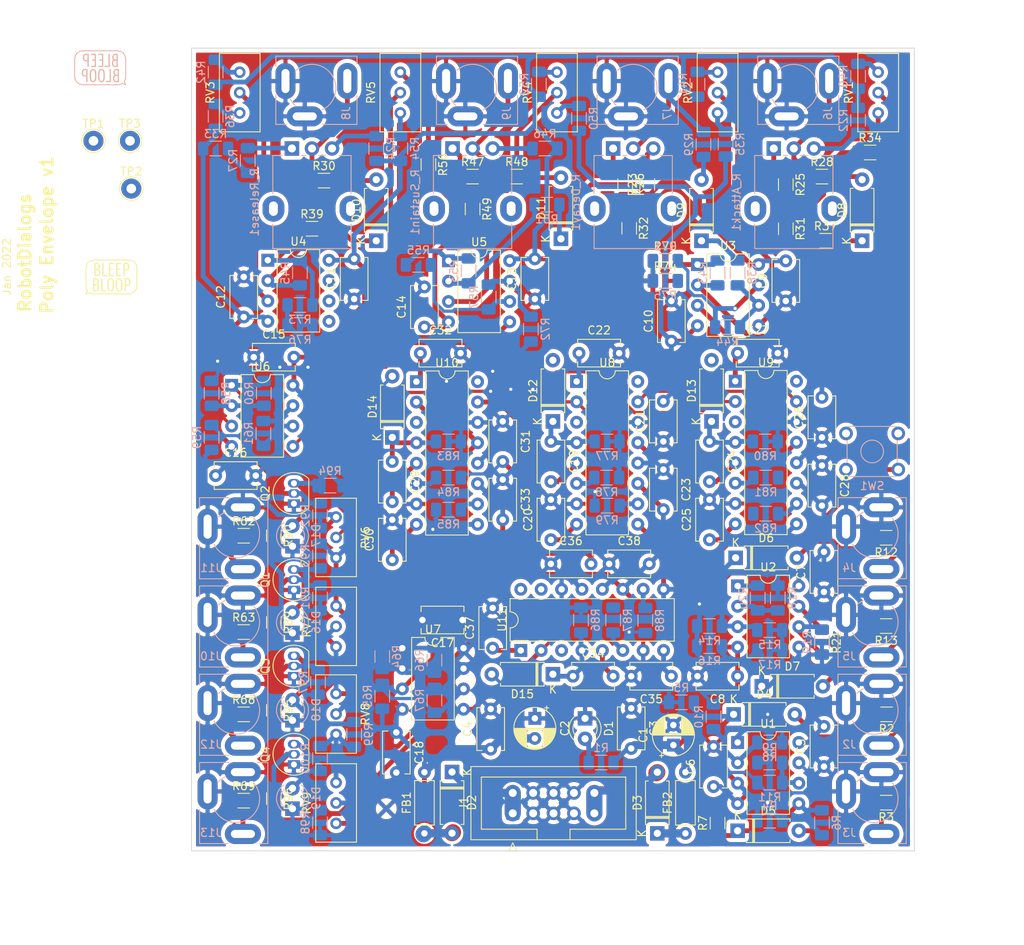
<source format=kicad_pcb>
(kicad_pcb (version 20171130) (host pcbnew "(5.1.10)-1")
  (layers (0 F.Cu signal) (31 B.Cu signal) (34 B.Paste user) (35 F.Paste user) (36 B.SilkS user) (37 F.SilkS user) (38 B.Mask user) (39 F.Mask user) (44 Edge.Cuts user))
  (net 0 "")
  (net 1 GND)
  (net 2 +12V)
  (net 3 -12V)
  (net 4 "Net-(C25-Pad1)")
  (net 5 "Net-(D1-Pad2)")
  (net 6 "Net-(D2-Pad2)")
  (net 7 -12VA)
  (net 8 +12L)
  (net 9 "Net-(D3-Pad1)")
  (net 10 "Net-(D4-Pad2)")
  (net 11 "Net-(D4-Pad1)")
  (net 12 "Net-(D5-Pad2)")
  (net 13 "Net-(D5-Pad1)")
  (net 14 "Net-(D6-Pad2)")
  (net 15 "Net-(D6-Pad1)")
  (net 16 "Net-(D7-Pad2)")
  (net 17 "Net-(D7-Pad1)")
  (net 18 /EnvelopeGnerators/Gate_C)
  (net 19 /EnvelopeGnerators/Gate_A)
  (net 20 /EnvelopeGnerators/Gate_B)
  (net 21 /EnvelopeGnerators/Gate_D)
  (net 22 "Net-(J2-PadT)")
  (net 23 "Net-(J3-PadT)")
  (net 24 "Net-(J4-PadT)")
  (net 25 "Net-(J5-PadT)")
  (net 26 "Net-(J6-PadT)")
  (net 27 "Net-(J7-PadT)")
  (net 28 "Net-(J8-PadT)")
  (net 29 "Net-(J9-PadT)")
  (net 30 "Net-(J10-PadT)")
  (net 31 "Net-(J11-PadT)")
  (net 32 "Net-(J12-PadT)")
  (net 33 "Net-(J13-PadT)")
  (net 34 "Net-(R26-Pad1)")
  (net 35 "Net-(R27-Pad1)")
  (net 36 /EnvelopeGnerators/Release)
  (net 37 /EnvelopeGnerators/Attack)
  (net 38 /EnvelopeGnerators/Decay)
  (net 39 /EnvelopeGnerators/Sustain)
  (net 40 "Net-(R42-Pad1)")
  (net 41 "Net-(R55-Pad1)")
  (net 42 "Net-(R56-Pad1)")
  (net 43 /Outputs/ENVELOPE_A)
  (net 44 /Outputs/ENVELOPE_C)
  (net 45 "Net-(R58-Pad2)")
  (net 46 "Net-(R65-Pad1)")
  (net 47 /Outputs/ENVELOPE_B)
  (net 48 /Outputs/ENVELOPE_D)
  (net 49 "Net-(TP5-Pad1)")
  (net 50 "Net-(TP6-Pad1)")
  (net 51 "Net-(TP7-Pad1)")
  (net 52 "Net-(TP8-Pad1)")
  (net 53 "Net-(TP9-Pad1)")
  (net 54 "Net-(TP10-Pad1)")
  (net 55 "Net-(TP11-Pad1)")
  (net 56 "Net-(R22-Pad2)")
  (net 57 "Net-(R23-Pad2)")
  (net 58 "Net-(R24-Pad2)")
  (net 59 "Net-(R25-Pad2)")
  (net 60 "Net-(R26-Pad2)")
  (net 61 "Net-(R85-Pad2)")
  (net 62 "Net-(RV1-Pad2)")
  (net 63 "Net-(RV2-Pad2)")
  (net 64 "Net-(RV3-Pad2)")
  (net 65 "Net-(RV4-Pad2)")
  (net 66 "Net-(RV5-Pad2)")
  (net 67 "Net-(C27-Pad1)")
  (net 68 "Net-(C29-Pad1)")
  (net 69 "Net-(C30-Pad1)")
  (net 70 "Net-(C32-Pad1)")
  (net 71 "Net-(C34-Pad1)")
  (net 72 "Net-(C35-Pad1)")
  (net 73 "Net-(D8-Pad2)")
  (net 74 "Net-(D8-Pad1)")
  (net 75 "Net-(D9-Pad2)")
  (net 76 "Net-(D9-Pad1)")
  (net 77 "Net-(D10-Pad2)")
  (net 78 "Net-(D10-Pad1)")
  (net 79 "Net-(D11-Pad2)")
  (net 80 "Net-(D11-Pad1)")
  (net 81 "Net-(R27-Pad2)")
  (net 82 "Net-(R47-Pad1)")
  (net 83 "Net-(R52-Pad1)")
  (net 84 "Net-(R54-Pad2)")
  (net 85 "Net-(R58-Pad1)")
  (net 86 "Net-(R59-Pad2)")
  (net 87 "Net-(R59-Pad1)")
  (net 88 "Net-(R60-Pad1)")
  (net 89 "Net-(R61-Pad1)")
  (net 90 "Net-(R64-Pad1)")
  (net 91 "Net-(R79-Pad2)")
  (net 92 "Net-(R88-Pad2)")
  (net 93 "Net-(TP4-Pad1)")
  (net 94 "Net-(C19-Pad2)")
  (net 95 "Net-(C19-Pad1)")
  (net 96 "Net-(C20-Pad1)")
  (net 97 "Net-(C22-Pad1)")
  (net 98 "Net-(C24-Pad2)")
  (net 99 "Net-(C24-Pad1)")
  (net 100 "Net-(C29-Pad2)")
  (net 101 "Net-(C34-Pad2)")
  (net 102 "Net-(C37-Pad1)")
  (net 103 /Inputs/GateA-B/Gate_Switch_In)
  (net 104 "Net-(R10-Pad2)")
  (net 105 "Net-(R11-Pad2)")
  (net 106 "Net-(R18-Pad1)")
  (net 107 "Net-(R19-Pad1)")
  (net 108 "Net-(R25-Pad1)")
  (net 109 "Net-(R34-Pad2)")
  (net 110 "Net-(R35-Pad2)")
  (net 111 "Net-(R36-Pad2)")
  (net 112 "Net-(R37-Pad1)")
  (net 113 "Net-(R38-Pad1)")
  (net 114 "Net-(R39-Pad1)")
  (net 115 "Net-(R40-Pad1)")
  (net 116 "Net-(R41-Pad1)")
  (net 117 "Net-(R46-Pad2)")
  (net 118 "Net-(R47-Pad2)")
  (net 119 "Net-(R50-Pad2)")
  (net 120 "Net-(R51-Pad1)")
  (net 121 "Net-(R53-Pad1)")
  (net 122 "Net-(R64-Pad2)")
  (net 123 "Net-(R65-Pad2)")
  (net 124 "Net-(R66-Pad1)")
  (net 125 "Net-(R67-Pad1)")
  (net 126 /EnvelopeGnerators/AC3310_B/Attack)
  (net 127 /EnvelopeGnerators/AC3310_B/Decay)
  (net 128 /EnvelopeGnerators/AC3310_B/Sustain)
  (net 129 /EnvelopeGnerators/AC3310_B/Release)
  (net 130 "Net-(R78-Pad1)")
  (net 131 "Net-(R81-Pad1)")
  (net 132 "Net-(R82-Pad2)")
  (net 133 "Net-(R84-Pad1)")
  (net 134 "Net-(R87-Pad1)")
  (net 135 "Net-(TP12-Pad1)")
  (net 136 "Net-(TP13-Pad1)")
  (net 137 "Net-(TP14-Pad1)")
  (net 138 "Net-(D16-Pad2)")
  (net 139 "Net-(D17-Pad2)")
  (net 140 "Net-(D18-Pad2)")
  (net 141 "Net-(D19-Pad2)")
  (net 142 "Net-(Q1-Pad2)")
  (net 143 "Net-(Q2-Pad2)")
  (net 144 "Net-(Q3-Pad2)")
  (net 145 "Net-(Q4-Pad2)")
  (module Capacitor_THT:C_Disc_D5.1mm_W3.2mm_P5.00mm (layer F.Cu) (at 212 94.25)
    (fp_text reference C38 (at 2.5 -2.85) (layer F.SilkS))
    (fp_text value 10nF)
    (pad 2 thru_hole circle (at 5 0) (size 1.6 1.6) (drill 0.8) (layers *.Cu *.Mask) (net 2 +12V))
    (pad 1 thru_hole circle (at 0 0) (size 1.6 1.6) (drill 0.8) (layers *.Cu *.Mask) (net 1 GND))
  )
  (module Capacitor_THT:C_Disc_D5.1mm_W3.2mm_P5.00mm (layer F.Cu) (at 197.5 104.75 90)
    (fp_text reference C37 (at 2.5 -2.85 90) (layer F.SilkS))
    (fp_text value 39nF)
    (pad 2 thru_hole circle (at 5 0 90) (size 1.6 1.6) (drill 0.8) (layers *.Cu *.Mask) (net 1 GND))
    (pad 1 thru_hole circle (at 0 0 90) (size 1.6 1.6) (drill 0.8) (layers *.Cu *.Mask) (net 102 "Net-(C37-Pad1)"))
  )
  (module Capacitor_THT:C_Disc_D5.1mm_W3.2mm_P5.00mm (layer F.Cu) (at 204.75 94.25)
    (fp_text reference C36 (at 2.5 -2.85) (layer F.SilkS))
    (fp_text value 10nF)
    (pad 2 thru_hole circle (at 5 0) (size 1.6 1.6) (drill 0.8) (layers *.Cu *.Mask) (net 3 -12V))
    (pad 1 thru_hole circle (at 0 0) (size 1.6 1.6) (drill 0.8) (layers *.Cu *.Mask) (net 1 GND))
  )
  (module Capacitor_THT:C_Disc_D5.1mm_W3.2mm_P5.00mm (layer F.Cu) (at 219.75 108.25 180)
    (fp_text reference C35 (at 2.5 -2.85) (layer F.SilkS))
    (fp_text value 10nF)
    (pad 2 thru_hole circle (at 5 0 180) (size 1.6 1.6) (drill 0.8) (layers *.Cu *.Mask) (net 1 GND))
    (pad 1 thru_hole circle (at 0 0 180) (size 1.6 1.6) (drill 0.8) (layers *.Cu *.Mask) (net 72 "Net-(C35-Pad1)"))
  )
  (module Capacitor_THT:C_Disc_D5.1mm_W3.2mm_P5.00mm (layer F.Cu) (at 207.5 108.25)
    (fp_text reference C34 (at 2.5 -2.85) (layer F.SilkS))
    (fp_text value 3nF)
    (pad 2 thru_hole circle (at 5 0) (size 1.6 1.6) (drill 0.8) (layers *.Cu *.Mask) (net 101 "Net-(C34-Pad2)"))
    (pad 1 thru_hole circle (at 0 0) (size 1.6 1.6) (drill 0.8) (layers *.Cu *.Mask) (net 71 "Net-(C34-Pad1)"))
  )
  (module Capacitor_THT:C_Disc_D5.1mm_W3.2mm_P5.00mm (layer F.Cu) (at 198.75 83.75 270)
    (fp_text reference C33 (at 2.5 -2.85 90) (layer F.SilkS))
    (fp_text value 10nF)
    (pad 2 thru_hole circle (at 5 0 270) (size 1.6 1.6) (drill 0.8) (layers *.Cu *.Mask) (net 2 +12V))
    (pad 1 thru_hole circle (at 0 0 270) (size 1.6 1.6) (drill 0.8) (layers *.Cu *.Mask) (net 1 GND))
  )
  (module Capacitor_THT:C_Disc_D5.1mm_W3.2mm_P5.00mm (layer F.Cu) (at 188.5 68)
    (fp_text reference C32 (at 2.5 -2.85) (layer F.SilkS))
    (fp_text value 39nF)
    (pad 2 thru_hole circle (at 5 0) (size 1.6 1.6) (drill 0.8) (layers *.Cu *.Mask) (net 1 GND))
    (pad 1 thru_hole circle (at 0 0) (size 1.6 1.6) (drill 0.8) (layers *.Cu *.Mask) (net 70 "Net-(C32-Pad1)"))
  )
  (module Capacitor_THT:C_Disc_D5.1mm_W3.2mm_P5.00mm (layer F.Cu) (at 198.75 76.5 270)
    (fp_text reference C31 (at 2.5 -2.85 90) (layer F.SilkS))
    (fp_text value 10nF)
    (pad 2 thru_hole circle (at 5 0 270) (size 1.6 1.6) (drill 0.8) (layers *.Cu *.Mask) (net 3 -12V))
    (pad 1 thru_hole circle (at 0 0 270) (size 1.6 1.6) (drill 0.8) (layers *.Cu *.Mask) (net 1 GND))
  )
  (module Capacitor_THT:C_Disc_D5.1mm_W3.2mm_P5.00mm (layer F.Cu) (at 185 93.75 90)
    (fp_text reference C30 (at 2.5 -2.85 90) (layer F.SilkS))
    (fp_text value 10nF)
    (pad 2 thru_hole circle (at 5 0 90) (size 1.6 1.6) (drill 0.8) (layers *.Cu *.Mask) (net 1 GND))
    (pad 1 thru_hole circle (at 0 0 90) (size 1.6 1.6) (drill 0.8) (layers *.Cu *.Mask) (net 69 "Net-(C30-Pad1)"))
  )
  (module Capacitor_THT:C_Disc_D5.1mm_W3.2mm_P5.00mm (layer F.Cu) (at 185 81.5 270)
    (fp_text reference C29 (at 2.5 -2.85 90) (layer F.SilkS))
    (fp_text value 3nF)
    (pad 2 thru_hole circle (at 5 0 270) (size 1.6 1.6) (drill 0.8) (layers *.Cu *.Mask) (net 100 "Net-(C29-Pad2)"))
    (pad 1 thru_hole circle (at 0 0 270) (size 1.6 1.6) (drill 0.8) (layers *.Cu *.Mask) (net 68 "Net-(C29-Pad1)"))
  )
  (module Capacitor_THT:C_Disc_D5.1mm_W3.2mm_P5.00mm (layer F.Cu) (at 238.5 82 270)
    (fp_text reference C28 (at 2.5 -2.85 90) (layer F.SilkS))
    (fp_text value 10nF)
    (pad 2 thru_hole circle (at 5 0 270) (size 1.6 1.6) (drill 0.8) (layers *.Cu *.Mask) (net 2 +12V))
    (pad 1 thru_hole circle (at 0 0 270) (size 1.6 1.6) (drill 0.8) (layers *.Cu *.Mask) (net 1 GND))
  )
  (module Capacitor_THT:C_Disc_D5.1mm_W3.2mm_P5.00mm (layer F.Cu) (at 228 68)
    (fp_text reference C27 (at 2.5 -2.85) (layer F.SilkS))
    (fp_text value 39nF)
    (pad 2 thru_hole circle (at 5 0) (size 1.6 1.6) (drill 0.8) (layers *.Cu *.Mask) (net 1 GND))
    (pad 1 thru_hole circle (at 0 0) (size 1.6 1.6) (drill 0.8) (layers *.Cu *.Mask) (net 67 "Net-(C27-Pad1)"))
  )
  (module Capacitor_THT:C_Disc_D5.1mm_W3.2mm_P5.00mm (layer F.Cu) (at 238.5 78.5 90)
    (fp_text reference C26 (at 2.5 -2.85 90) (layer F.SilkS))
    (fp_text value 10nF)
    (pad 2 thru_hole circle (at 5 0 90) (size 1.6 1.6) (drill 0.8) (layers *.Cu *.Mask) (net 3 -12V))
    (pad 1 thru_hole circle (at 0 0 90) (size 1.6 1.6) (drill 0.8) (layers *.Cu *.Mask) (net 1 GND))
  )
  (module Capacitor_THT:C_Disc_D5.1mm_W3.2mm_P5.00mm (layer F.Cu) (at 224.5 91.25 90)
    (fp_text reference C25 (at 2.5 -2.85 90) (layer F.SilkS))
    (fp_text value 10nF)
    (pad 2 thru_hole circle (at 5 0 90) (size 1.6 1.6) (drill 0.8) (layers *.Cu *.Mask) (net 1 GND))
    (pad 1 thru_hole circle (at 0 0 90) (size 1.6 1.6) (drill 0.8) (layers *.Cu *.Mask) (net 4 "Net-(C25-Pad1)"))
  )
  (module Capacitor_THT:C_Disc_D5.1mm_W3.2mm_P5.00mm (layer F.Cu) (at 224.5 79 270)
    (fp_text reference C24 (at 2.5 -2.85 90) (layer F.SilkS))
    (fp_text value 3nF)
    (pad 2 thru_hole circle (at 5 0 270) (size 1.6 1.6) (drill 0.8) (layers *.Cu *.Mask) (net 98 "Net-(C24-Pad2)"))
    (pad 1 thru_hole circle (at 0 0 270) (size 1.6 1.6) (drill 0.8) (layers *.Cu *.Mask) (net 99 "Net-(C24-Pad1)"))
  )
  (module Capacitor_THT:C_Disc_D5.1mm_W3.2mm_P5.00mm (layer F.Cu) (at 218.75 82.5 270)
    (fp_text reference C23 (at 2.5 -2.85 90) (layer F.SilkS))
    (fp_text value 10nF)
    (pad 2 thru_hole circle (at 5 0 270) (size 1.6 1.6) (drill 0.8) (layers *.Cu *.Mask) (net 2 +12V))
    (pad 1 thru_hole circle (at 0 0 270) (size 1.6 1.6) (drill 0.8) (layers *.Cu *.Mask) (net 1 GND))
  )
  (module Capacitor_THT:C_Disc_D5.1mm_W3.2mm_P5.00mm (layer F.Cu) (at 208.25 68)
    (fp_text reference C22 (at 2.5 -2.85) (layer F.SilkS))
    (fp_text value 39nF)
    (pad 2 thru_hole circle (at 5 0) (size 1.6 1.6) (drill 0.8) (layers *.Cu *.Mask) (net 1 GND))
    (pad 1 thru_hole circle (at 0 0) (size 1.6 1.6) (drill 0.8) (layers *.Cu *.Mask) (net 97 "Net-(C22-Pad1)"))
  )
  (module Capacitor_THT:C_Disc_D5.1mm_W3.2mm_P5.00mm (layer F.Cu) (at 218.75 79 90)
    (fp_text reference C21 (at 2.5 -2.85 90) (layer F.SilkS))
    (fp_text value 10nF)
    (pad 2 thru_hole circle (at 5 0 90) (size 1.6 1.6) (drill 0.8) (layers *.Cu *.Mask) (net 3 -12V))
    (pad 1 thru_hole circle (at 0 0 90) (size 1.6 1.6) (drill 0.8) (layers *.Cu *.Mask) (net 1 GND))
  )
  (module Capacitor_THT:C_Disc_D5.1mm_W3.2mm_P5.00mm (layer F.Cu) (at 204.75 91.25 90)
    (fp_text reference C20 (at 2.5 -2.85 90) (layer F.SilkS))
    (fp_text value 10nF)
    (pad 2 thru_hole circle (at 5 0 90) (size 1.6 1.6) (drill 0.8) (layers *.Cu *.Mask) (net 1 GND))
    (pad 1 thru_hole circle (at 0 0 90) (size 1.6 1.6) (drill 0.8) (layers *.Cu *.Mask) (net 96 "Net-(C20-Pad1)"))
  )
  (module Capacitor_THT:C_Disc_D5.1mm_W3.2mm_P5.00mm (layer F.Cu) (at 204.75 79 270)
    (fp_text reference C19 (at 2.5 -2.85 90) (layer F.SilkS))
    (fp_text value 3nF)
    (pad 2 thru_hole circle (at 5 0 270) (size 1.6 1.6) (drill 0.8) (layers *.Cu *.Mask) (net 94 "Net-(C19-Pad2)"))
    (pad 1 thru_hole circle (at 0 0 270) (size 1.6 1.6) (drill 0.8) (layers *.Cu *.Mask) (net 95 "Net-(C19-Pad1)"))
  )
  (module Capacitor_THT:C_Disc_D5.1mm_W3.2mm_P5.00mm (layer F.Cu) (at 185.5 115.25 270)
    (fp_text reference C18 (at 2.5 -2.85 90) (layer F.SilkS))
    (fp_text value 10nF)
    (pad 2 thru_hole circle (at 5 0 270) (size 1.6 1.6) (drill 0.8) (layers *.Cu *.Mask) (net 1 GND))
    (pad 1 thru_hole circle (at 0 0 270) (size 1.6 1.6) (drill 0.8) (layers *.Cu *.Mask) (net 3 -12V))
  )
  (module Capacitor_THT:C_Disc_D5.1mm_W3.2mm_P5.00mm (layer F.Cu) (at 193.75 101.25 180)
    (fp_text reference C17 (at 2.5 -2.85) (layer F.SilkS))
    (fp_text value 10nF)
    (pad 2 thru_hole circle (at 5 0 180) (size 1.6 1.6) (drill 0.8) (layers *.Cu *.Mask) (net 2 +12V))
    (pad 1 thru_hole circle (at 0 0 180) (size 1.6 1.6) (drill 0.8) (layers *.Cu *.Mask) (net 1 GND))
  )
  (module Capacitor_THT:C_Disc_D5.1mm_W3.2mm_P5.00mm (layer F.Cu) (at 163 83.25)
    (fp_text reference C16 (at 2.5 -2.85) (layer F.SilkS))
    (fp_text value 10nF)
    (pad 2 thru_hole circle (at 5 0) (size 1.6 1.6) (drill 0.8) (layers *.Cu *.Mask) (net 1 GND))
    (pad 1 thru_hole circle (at 0 0) (size 1.6 1.6) (drill 0.8) (layers *.Cu *.Mask) (net 3 -12V))
  )
  (module Capacitor_THT:C_Disc_D5.1mm_W3.2mm_P5.00mm (layer F.Cu) (at 167.75 68.5)
    (fp_text reference C15 (at 2.5 -2.85) (layer F.SilkS))
    (fp_text value 10nF)
    (pad 2 thru_hole circle (at 5 0) (size 1.6 1.6) (drill 0.8) (layers *.Cu *.Mask) (net 2 +12V))
    (pad 1 thru_hole circle (at 0 0) (size 1.6 1.6) (drill 0.8) (layers *.Cu *.Mask) (net 1 GND))
  )
  (module Capacitor_THT:C_Disc_D5.1mm_W3.2mm_P5.00mm (layer F.Cu) (at 189 64.75 90)
    (fp_text reference C14 (at 2.5 -2.85 90) (layer F.SilkS))
    (fp_text value 10nF)
    (pad 2 thru_hole circle (at 5 0 90) (size 1.6 1.6) (drill 0.8) (layers *.Cu *.Mask) (net 1 GND))
    (pad 1 thru_hole circle (at 0 0 90) (size 1.6 1.6) (drill 0.8) (layers *.Cu *.Mask) (net 3 -12V))
  )
  (module Capacitor_THT:C_Disc_D5.1mm_W3.2mm_P5.00mm (layer F.Cu) (at 202.75 61.25 90)
    (fp_text reference C13 (at 2.5 -2.85 90) (layer F.SilkS))
    (fp_text value 10nF)
    (pad 2 thru_hole circle (at 5 0 90) (size 1.6 1.6) (drill 0.8) (layers *.Cu *.Mask) (net 2 +12V))
    (pad 1 thru_hole circle (at 0 0 90) (size 1.6 1.6) (drill 0.8) (layers *.Cu *.Mask) (net 1 GND))
  )
  (module Capacitor_THT:C_Disc_D5.1mm_W3.2mm_P5.00mm (layer F.Cu) (at 166.5 63.5 90)
    (fp_text reference C12 (at 2.5 -2.85 90) (layer F.SilkS))
    (fp_text value 10nF)
    (pad 2 thru_hole circle (at 5 0 90) (size 1.6 1.6) (drill 0.8) (layers *.Cu *.Mask) (net 1 GND))
    (pad 1 thru_hole circle (at 0 0 90) (size 1.6 1.6) (drill 0.8) (layers *.Cu *.Mask) (net 3 -12V))
  )
  (module Capacitor_THT:C_Disc_D5.1mm_W3.2mm_P5.00mm (layer F.Cu) (at 180.25 61.25 90)
    (fp_text reference C11 (at 2.5 -2.85 90) (layer F.SilkS))
    (fp_text value 10nF)
    (pad 2 thru_hole circle (at 5 0 90) (size 1.6 1.6) (drill 0.8) (layers *.Cu *.Mask) (net 2 +12V))
    (pad 1 thru_hole circle (at 0 0 90) (size 1.6 1.6) (drill 0.8) (layers *.Cu *.Mask) (net 1 GND))
  )
  (module Capacitor_THT:C_Disc_D5.1mm_W3.2mm_P5.00mm (layer F.Cu) (at 219.75 66.5 90)
    (fp_text reference C10 (at 2.5 -2.85 90) (layer F.SilkS))
    (fp_text value 10nF)
    (pad 2 thru_hole circle (at 5 0 90) (size 1.6 1.6) (drill 0.8) (layers *.Cu *.Mask) (net 1 GND))
    (pad 1 thru_hole circle (at 0 0 90) (size 1.6 1.6) (drill 0.8) (layers *.Cu *.Mask) (net 3 -12V))
  )
  (module Capacitor_THT:C_Disc_D5.1mm_W3.2mm_P5.00mm (layer F.Cu) (at 234 61.5 90)
    (fp_text reference C9 (at 2.5 -2.85 90) (layer F.SilkS))
    (fp_text value 10nF)
    (pad 2 thru_hole circle (at 5 0 90) (size 1.6 1.6) (drill 0.8) (layers *.Cu *.Mask) (net 2 +12V))
    (pad 1 thru_hole circle (at 0 0 90) (size 1.6 1.6) (drill 0.8) (layers *.Cu *.Mask) (net 1 GND))
  )
  (module Capacitor_THT:C_Disc_D5.1mm_W3.2mm_P5.00mm (layer F.Cu) (at 228 108.25 180)
    (fp_text reference C8 (at 2.5 -2.85) (layer F.SilkS))
    (fp_text value 10nF)
    (pad 2 thru_hole circle (at 5 0 180) (size 1.6 1.6) (drill 0.8) (layers *.Cu *.Mask) (net 1 GND))
    (pad 1 thru_hole circle (at 0 0 180) (size 1.6 1.6) (drill 0.8) (layers *.Cu *.Mask) (net 3 -12V))
  )
  (module Capacitor_THT:C_Disc_D5.1mm_W3.2mm_P5.00mm (layer F.Cu) (at 238.75 97.75 90)
    (fp_text reference C7 (at 2.5 -2.85 90) (layer F.SilkS))
    (fp_text value 10nF)
    (pad 2 thru_hole circle (at 5 0 90) (size 1.6 1.6) (drill 0.8) (layers *.Cu *.Mask) (net 2 +12V))
    (pad 1 thru_hole circle (at 0 0 90) (size 1.6 1.6) (drill 0.8) (layers *.Cu *.Mask) (net 1 GND))
  )
  (module Capacitor_THT:C_Disc_D5.1mm_W3.2mm_P5.00mm (layer F.Cu) (at 225 122 90)
    (fp_text reference C6 (at 2.5 -2.85 90) (layer F.SilkS))
    (fp_text value 10nF)
    (pad 2 thru_hole circle (at 5 0 90) (size 1.6 1.6) (drill 0.8) (layers *.Cu *.Mask) (net 1 GND))
    (pad 1 thru_hole circle (at 0 0 90) (size 1.6 1.6) (drill 0.8) (layers *.Cu *.Mask) (net 3 -12V))
  )
  (module Capacitor_THT:C_Disc_D5.1mm_W3.2mm_P5.00mm (layer F.Cu) (at 238.75 119.5 90)
    (fp_text reference C5 (at 2.5 -2.85 90) (layer F.SilkS))
    (fp_text value 10nF)
    (pad 2 thru_hole circle (at 5 0 90) (size 1.6 1.6) (drill 0.8) (layers *.Cu *.Mask) (net 2 +12V))
    (pad 1 thru_hole circle (at 0 0 90) (size 1.6 1.6) (drill 0.8) (layers *.Cu *.Mask) (net 1 GND))
  )
  (module Capacitor_THT:C_Disc_D5.1mm_W3.2mm_P5.00mm (layer F.Cu) (at 197.25 117.33 90)
    (fp_text reference C4 (at 2.5 -2.85 90) (layer F.SilkS))
    (fp_text value 10nF)
    (pad 2 thru_hole circle (at 5 0 90) (size 1.6 1.6) (drill 0.8) (layers *.Cu *.Mask) (net 1 GND))
    (pad 1 thru_hole circle (at 0 0 90) (size 1.6 1.6) (drill 0.8) (layers *.Cu *.Mask) (net 3 -12V))
  )
  (module Capacitor_THT:C_Disc_D5.1mm_W3.2mm_P5.00mm (layer F.Cu) (at 214.75 112.25 270)
    (fp_text reference C3 (at 2.5 -2.85 90) (layer F.SilkS))
    (fp_text value 10nF)
    (pad 2 thru_hole circle (at 5 0 270) (size 1.6 1.6) (drill 0.8) (layers *.Cu *.Mask) (net 2 +12V))
    (pad 1 thru_hole circle (at 0 0 270) (size 1.6 1.6) (drill 0.8) (layers *.Cu *.Mask) (net 1 GND))
  )
  (module "My Stuff:Potentiometer_Alpha_RD901F-40-00D_Single_Vertical_w_3d" (layer B.Cu) (at 192.5 42.5 270)
    (fp_text reference R_Sustain1 (at 6.71 4.64 270) (layer B.SilkS) (effects (justify mirror)))
    (fp_text value 100k)
    (pad "" thru_hole oval (at 7.5 2.3 180) (size 2.72 3.24) (drill oval 1.1 1.8) (layers *.Cu *.Mask))
    (pad "" thru_hole oval (at 7.5 -7.3 180) (size 2.72 3.24) (drill oval 1.1 1.8) (layers *.Cu *.Mask))
    (pad 3 thru_hole circle (at 0 -5 180) (size 1.8 1.8) (drill 1) (layers *.Cu *.Mask) (net 117 "Net-(R46-Pad2)"))
    (pad 2 thru_hole circle (at 0 -2.5 180) (size 1.8 1.8) (drill 1) (layers *.Cu *.Mask) (net 29 "Net-(J9-PadT)"))
    (pad 1 thru_hole rect (at 0 0 180) (size 1.8 1.8) (drill 1) (layers *.Cu *.Mask) (net 82 "Net-(R47-Pad1)"))
  )
  (module "My Stuff:Potentiometer_Alpha_RD901F-40-00D_Single_Vertical_w_3d" (layer B.Cu) (at 172.5 42.5 270)
    (fp_text reference R_Release1 (at 6.71 4.64 270) (layer B.SilkS) (effects (justify mirror)))
    (fp_text value 100k)
    (pad "" thru_hole oval (at 7.5 2.3 180) (size 2.72 3.24) (drill oval 1.1 1.8) (layers *.Cu *.Mask))
    (pad "" thru_hole oval (at 7.5 -7.3 180) (size 2.72 3.24) (drill oval 1.1 1.8) (layers *.Cu *.Mask))
    (pad 3 thru_hole circle (at 0 -5 180) (size 1.8 1.8) (drill 1) (layers *.Cu *.Mask) (net 58 "Net-(R24-Pad2)"))
    (pad 2 thru_hole circle (at 0 -2.5 180) (size 1.8 1.8) (drill 1) (layers *.Cu *.Mask) (net 28 "Net-(J8-PadT)"))
    (pad 1 thru_hole rect (at 0 0 180) (size 1.8 1.8) (drill 1) (layers *.Cu *.Mask) (net 35 "Net-(R27-Pad1)"))
  )
  (module "My Stuff:Potentiometer_Alpha_RD901F-40-00D_Single_Vertical_w_3d" (layer B.Cu) (at 212.5 42.5 270)
    (fp_text reference R_Decay1 (at 6.71 4.64 270) (layer B.SilkS) (effects (justify mirror)))
    (fp_text value 100k)
    (pad "" thru_hole oval (at 7.5 2.3 180) (size 2.72 3.24) (drill oval 1.1 1.8) (layers *.Cu *.Mask))
    (pad "" thru_hole oval (at 7.5 -7.3 180) (size 2.72 3.24) (drill oval 1.1 1.8) (layers *.Cu *.Mask))
    (pad 3 thru_hole circle (at 0 -5 180) (size 1.8 1.8) (drill 1) (layers *.Cu *.Mask) (net 57 "Net-(R23-Pad2)"))
    (pad 2 thru_hole circle (at 0 -2.5 180) (size 1.8 1.8) (drill 1) (layers *.Cu *.Mask) (net 27 "Net-(J7-PadT)"))
    (pad 1 thru_hole rect (at 0 0 180) (size 1.8 1.8) (drill 1) (layers *.Cu *.Mask) (net 34 "Net-(R26-Pad1)"))
  )
  (module "My Stuff:Potentiometer_Alpha_RD901F-40-00D_Single_Vertical_w_3d" (layer B.Cu) (at 232.5 42.5 270)
    (fp_text reference R_Attack1 (at 6.71 4.64 270) (layer B.SilkS) (effects (justify mirror)))
    (fp_text value 100k)
    (pad "" thru_hole oval (at 7.5 2.3 180) (size 2.72 3.24) (drill oval 1.1 1.8) (layers *.Cu *.Mask))
    (pad "" thru_hole oval (at 7.5 -7.3 180) (size 2.72 3.24) (drill oval 1.1 1.8) (layers *.Cu *.Mask))
    (pad 3 thru_hole circle (at 0 -5 180) (size 1.8 1.8) (drill 1) (layers *.Cu *.Mask) (net 56 "Net-(R22-Pad2)"))
    (pad 2 thru_hole circle (at 0 -2.5 180) (size 1.8 1.8) (drill 1) (layers *.Cu *.Mask) (net 26 "Net-(J6-PadT)"))
    (pad 1 thru_hole rect (at 0 0 180) (size 1.8 1.8) (drill 1) (layers *.Cu *.Mask) (net 108 "Net-(R25-Pad1)"))
  )
  (module Resistor_SMD:R_1206_3216Metric_Pad1.30x1.75mm_HandSolder (layer B.Cu) (at 176 118.5 270)
    (fp_text reference R100 (at 0 1.82 270) (layer B.SilkS) (effects (justify mirror)))
    (fp_text value 3.3k)
    (pad 2 smd roundrect (at 1.55 0 270) (size 1.3 1.75) (layers B.Cu B.Paste B.Mask) (roundrect_rratio 0.192308) (net 141 "Net-(D19-Pad2)"))
    (pad 1 smd roundrect (at -1.55 0 270) (size 1.3 1.75) (layers B.Cu B.Paste B.Mask) (roundrect_rratio 0.192308) (net 2 +12V))
  )
  (module Resistor_SMD:R_1206_3216Metric_Pad1.30x1.75mm_HandSolder (layer B.Cu) (at 180.25 115.5 90)
    (fp_text reference R99 (at 0 1.82 270) (layer B.SilkS) (effects (justify mirror)))
    (fp_text value 3.3k)
    (pad 2 smd roundrect (at 1.55 0 90) (size 1.3 1.75) (layers B.Cu B.Paste B.Mask) (roundrect_rratio 0.192308) (net 140 "Net-(D18-Pad2)"))
    (pad 1 smd roundrect (at -1.55 0 90) (size 1.3 1.75) (layers B.Cu B.Paste B.Mask) (roundrect_rratio 0.192308) (net 2 +12V))
  )
  (module Resistor_SMD:R_1206_3216Metric_Pad1.30x1.75mm_HandSolder (layer B.Cu) (at 176 126.5 270)
    (fp_text reference R98 (at 0 1.82 90) (layer B.SilkS) (effects (justify mirror)))
    (fp_text value 22k)
    (pad 2 smd roundrect (at 1.55 0 270) (size 1.3 1.75) (layers B.Cu B.Paste B.Mask) (roundrect_rratio 0.192308) (net 1 GND))
    (pad 1 smd roundrect (at -1.55 0 270) (size 1.3 1.75) (layers B.Cu B.Paste B.Mask) (roundrect_rratio 0.192308) (net 145 "Net-(Q4-Pad2)"))
  )
  (module Resistor_SMD:R_1206_3216Metric_Pad1.30x1.75mm_HandSolder (layer B.Cu) (at 175.75 109 270)
    (fp_text reference R97 (at 0 1.82 270) (layer B.SilkS) (effects (justify mirror)))
    (fp_text value 22k)
    (pad 2 smd roundrect (at 1.55 0 270) (size 1.3 1.75) (layers B.Cu B.Paste B.Mask) (roundrect_rratio 0.192308) (net 1 GND))
    (pad 1 smd roundrect (at -1.55 0 270) (size 1.3 1.75) (layers B.Cu B.Paste B.Mask) (roundrect_rratio 0.192308) (net 144 "Net-(Q3-Pad2)"))
  )
  (module Resistor_SMD:R_1206_3216Metric_Pad1.30x1.75mm_HandSolder (layer F.Cu) (at 170.25 123.5 270)
    (fp_text reference R96 (at 0 -1.82 270) (layer F.SilkS))
    (fp_text value 100k)
    (pad 2 smd roundrect (at 1.55 0 270) (size 1.3 1.75) (layers F.Cu F.Paste F.Mask) (roundrect_rratio 0.192308) (net 125 "Net-(R67-Pad1)"))
    (pad 1 smd roundrect (at -1.55 0 270) (size 1.3 1.75) (layers F.Cu F.Paste F.Mask) (roundrect_rratio 0.192308) (net 145 "Net-(Q4-Pad2)"))
  )
  (module Resistor_SMD:R_1206_3216Metric_Pad1.30x1.75mm_HandSolder (layer F.Cu) (at 170.25 112.5 270)
    (fp_text reference R95 (at 0 -1.82 90) (layer F.SilkS))
    (fp_text value 100k)
    (pad 2 smd roundrect (at 1.55 0 270) (size 1.3 1.75) (layers F.Cu F.Paste F.Mask) (roundrect_rratio 0.192308) (net 124 "Net-(R66-Pad1)"))
    (pad 1 smd roundrect (at -1.55 0 270) (size 1.3 1.75) (layers F.Cu F.Paste F.Mask) (roundrect_rratio 0.192308) (net 144 "Net-(Q3-Pad2)"))
  )
  (module Resistor_SMD:R_1206_3216Metric_Pad1.30x1.75mm_HandSolder (layer B.Cu) (at 177.25 84.5 180)
    (fp_text reference R94 (at 0 1.82) (layer B.SilkS) (effects (justify mirror)))
    (fp_text value 3.3k)
    (pad 2 smd roundrect (at 1.55 0 180) (size 1.3 1.75) (layers B.Cu B.Paste B.Mask) (roundrect_rratio 0.192308) (net 139 "Net-(D17-Pad2)"))
    (pad 1 smd roundrect (at -1.55 0 180) (size 1.3 1.75) (layers B.Cu B.Paste B.Mask) (roundrect_rratio 0.192308) (net 2 +12V))
  )
  (module Resistor_SMD:R_1206_3216Metric_Pad1.30x1.75mm_HandSolder (layer B.Cu) (at 176 93.25 270)
    (fp_text reference R93 (at 0 1.82 90) (layer B.SilkS) (effects (justify mirror)))
    (fp_text value 3.3k)
    (pad 2 smd roundrect (at 1.55 0 270) (size 1.3 1.75) (layers B.Cu B.Paste B.Mask) (roundrect_rratio 0.192308) (net 138 "Net-(D16-Pad2)"))
    (pad 1 smd roundrect (at -1.55 0 270) (size 1.3 1.75) (layers B.Cu B.Paste B.Mask) (roundrect_rratio 0.192308) (net 2 +12V))
  )
  (module Resistor_SMD:R_1206_3216Metric_Pad1.30x1.75mm_HandSolder (layer B.Cu) (at 176 88.25 270)
    (fp_text reference R92 (at 0 1.82 90) (layer B.SilkS) (effects (justify mirror)))
    (fp_text value 22k)
    (pad 2 smd roundrect (at 1.55 0 270) (size 1.3 1.75) (layers B.Cu B.Paste B.Mask) (roundrect_rratio 0.192308) (net 1 GND))
    (pad 1 smd roundrect (at -1.55 0 270) (size 1.3 1.75) (layers B.Cu B.Paste B.Mask) (roundrect_rratio 0.192308) (net 143 "Net-(Q2-Pad2)"))
  )
  (module Resistor_SMD:R_1206_3216Metric_Pad1.30x1.75mm_HandSolder (layer B.Cu) (at 176 98.5 270)
    (fp_text reference R91 (at 0 1.82 270) (layer B.SilkS) (effects (justify mirror)))
    (fp_text value 22k)
    (pad 2 smd roundrect (at 1.55 0 270) (size 1.3 1.75) (layers B.Cu B.Paste B.Mask) (roundrect_rratio 0.192308) (net 1 GND))
    (pad 1 smd roundrect (at -1.55 0 270) (size 1.3 1.75) (layers B.Cu B.Paste B.Mask) (roundrect_rratio 0.192308) (net 142 "Net-(Q1-Pad2)"))
  )
  (module Resistor_SMD:R_1206_3216Metric_Pad1.30x1.75mm_HandSolder (layer F.Cu) (at 170.25 90.75 270)
    (fp_text reference R90 (at 0 -1.82 90) (layer F.SilkS))
    (fp_text value 100k)
    (pad 2 smd roundrect (at 1.55 0 270) (size 1.3 1.75) (layers F.Cu F.Paste F.Mask) (roundrect_rratio 0.192308) (net 88 "Net-(R60-Pad1)"))
    (pad 1 smd roundrect (at -1.55 0 270) (size 1.3 1.75) (layers F.Cu F.Paste F.Mask) (roundrect_rratio 0.192308) (net 143 "Net-(Q2-Pad2)"))
  )
  (module Resistor_SMD:R_1206_3216Metric_Pad1.30x1.75mm_HandSolder (layer F.Cu) (at 170.25 101.550001 270)
    (fp_text reference R89 (at 0 -1.82 270) (layer F.SilkS))
    (fp_text value 100k)
    (pad 2 smd roundrect (at 1.55 0 270) (size 1.3 1.75) (layers F.Cu F.Paste F.Mask) (roundrect_rratio 0.192308) (net 89 "Net-(R61-Pad1)"))
    (pad 1 smd roundrect (at -1.55 0 270) (size 1.3 1.75) (layers F.Cu F.Paste F.Mask) (roundrect_rratio 0.192308) (net 142 "Net-(Q1-Pad2)"))
  )
  (module Package_TO_SOT_THT:TO-92_Inline (layer F.Cu) (at 172.75 119.25 90)
    (fp_text reference Q4 (at 1.27 -3.56 90) (layer F.SilkS))
    (fp_text value 2N3906)
    (pad 1 thru_hole rect (at 0 0 90) (size 1.05 1.5) (drill 0.75) (layers *.Cu *.Mask) (net 1 GND))
    (pad 3 thru_hole oval (at 2.54 0 90) (size 1.05 1.5) (drill 0.75) (layers *.Cu *.Mask) (net 141 "Net-(D19-Pad2)"))
    (pad 2 thru_hole oval (at 1.27 0 90) (size 1.05 1.5) (drill 0.75) (layers *.Cu *.Mask) (net 145 "Net-(Q4-Pad2)"))
  )
  (module Package_TO_SOT_THT:TO-92_Inline (layer F.Cu) (at 172.75 108.25 90)
    (fp_text reference Q3 (at 1.27 -3.56 90) (layer F.SilkS))
    (fp_text value 2N3906)
    (pad 1 thru_hole rect (at 0 0 90) (size 1.05 1.5) (drill 0.75) (layers *.Cu *.Mask) (net 1 GND))
    (pad 3 thru_hole oval (at 2.54 0 90) (size 1.05 1.5) (drill 0.75) (layers *.Cu *.Mask) (net 140 "Net-(D18-Pad2)"))
    (pad 2 thru_hole oval (at 1.27 0 90) (size 1.05 1.5) (drill 0.75) (layers *.Cu *.Mask) (net 144 "Net-(Q3-Pad2)"))
  )
  (module Package_TO_SOT_THT:TO-92_Inline (layer F.Cu) (at 172.75 86.75 90)
    (fp_text reference Q2 (at 1.27 -3.56 90) (layer F.SilkS))
    (fp_text value 2N3906)
    (pad 1 thru_hole rect (at 0 0 90) (size 1.05 1.5) (drill 0.75) (layers *.Cu *.Mask) (net 1 GND))
    (pad 3 thru_hole oval (at 2.54 0 90) (size 1.05 1.5) (drill 0.75) (layers *.Cu *.Mask) (net 139 "Net-(D17-Pad2)"))
    (pad 2 thru_hole oval (at 1.27 0 90) (size 1.05 1.5) (drill 0.75) (layers *.Cu *.Mask) (net 143 "Net-(Q2-Pad2)"))
  )
  (module Package_TO_SOT_THT:TO-92_Inline (layer F.Cu) (at 172.75 97.5 90)
    (fp_text reference Q1 (at 1.27 -3.56 90) (layer F.SilkS))
    (fp_text value 2N3906)
    (pad 1 thru_hole rect (at 0 0 90) (size 1.05 1.5) (drill 0.75) (layers *.Cu *.Mask) (net 1 GND))
    (pad 3 thru_hole oval (at 2.54 0 90) (size 1.05 1.5) (drill 0.75) (layers *.Cu *.Mask) (net 138 "Net-(D16-Pad2)"))
    (pad 2 thru_hole oval (at 1.27 0 90) (size 1.05 1.5) (drill 0.75) (layers *.Cu *.Mask) (net 142 "Net-(Q1-Pad2)"))
  )
  (module "My Stuff:LED_D3.0mm" (layer B.Cu) (at 172.57071 124.72929 90)
    (fp_text reference D19 (at 1.3 2.95 90) (layer B.SilkS) (effects (justify mirror)))
    (fp_text value LED_D)
    (pad 1 thru_hole rect (at -0.02 0 90) (size 1.8 1.8) (drill 0.9) (layers *.Cu *.Mask) (net 1 GND))
    (pad 2 thru_hole circle (at 2.52 0 90) (size 1.8 1.8) (drill 0.9) (layers *.Cu *.Mask) (net 141 "Net-(D19-Pad2)"))
  )
  (module "My Stuff:LED_D3.0mm" (layer B.Cu) (at 172.57071 113.729289 90)
    (fp_text reference D18 (at 1.3 2.95 90) (layer B.SilkS) (effects (justify mirror)))
    (fp_text value LED_C)
    (pad 1 thru_hole rect (at -0.02 0 90) (size 1.8 1.8) (drill 0.9) (layers *.Cu *.Mask) (net 1 GND))
    (pad 2 thru_hole circle (at 2.52 0 90) (size 1.8 1.8) (drill 0.9) (layers *.Cu *.Mask) (net 140 "Net-(D18-Pad2)"))
  )
  (module "My Stuff:LED_D3.0mm" (layer B.Cu) (at 172.57071 92.029289 90)
    (fp_text reference D17 (at 1.3 2.95 90) (layer B.SilkS) (effects (justify mirror)))
    (fp_text value LED_A)
    (pad 1 thru_hole rect (at -0.02 0 90) (size 1.8 1.8) (drill 0.9) (layers *.Cu *.Mask) (net 1 GND))
    (pad 2 thru_hole circle (at 2.52 0 90) (size 1.8 1.8) (drill 0.9) (layers *.Cu *.Mask) (net 139 "Net-(D17-Pad2)"))
  )
  (module "My Stuff:LED_D3.0mm" (layer B.Cu) (at 172.57071 102.829289 90)
    (fp_text reference D16 (at 1.3 2.95 90) (layer B.SilkS) (effects (justify mirror)))
    (fp_text value LED_B)
    (pad 1 thru_hole rect (at -0.02 0 90) (size 1.8 1.8) (drill 0.9) (layers *.Cu *.Mask) (net 1 GND))
    (pad 2 thru_hole circle (at 2.52 0 90) (size 1.8 1.8) (drill 0.9) (layers *.Cu *.Mask) (net 138 "Net-(D16-Pad2)"))
  )
  (module Package_DIP:DIP-16_W7.62mm (layer F.Cu) (at 201 105.039775 90)
    (fp_text reference U11 (at 3.81 -2.33 90) (layer F.SilkS))
    (fp_text value AS3310)
    (pad 16 thru_hole oval (at 7.62 0 90) (size 1.6 1.6) (drill 0.8) (layers *.Cu *.Mask) (net 55 "Net-(TP11-Pad1)"))
    (pad 8 thru_hole oval (at 0 17.78 90) (size 1.6 1.6) (drill 0.8) (layers *.Cu *.Mask) (net 72 "Net-(C35-Pad1)"))
    (pad 15 thru_hole oval (at 7.62 2.54 90) (size 1.6 1.6) (drill 0.8) (layers *.Cu *.Mask) (net 126 /EnvelopeGnerators/AC3310_B/Attack))
    (pad 7 thru_hole oval (at 0 15.24 90) (size 1.6 1.6) (drill 0.8) (layers *.Cu *.Mask) (net 1 GND))
    (pad 14 thru_hole oval (at 7.62 5.08 90) (size 1.6 1.6) (drill 0.8) (layers *.Cu *.Mask) (net 1 GND))
    (pad 6 thru_hole oval (at 0 12.7 90) (size 1.6 1.6) (drill 0.8) (layers *.Cu *.Mask) (net 134 "Net-(R87-Pad1)"))
    (pad 13 thru_hole oval (at 7.62 7.62 90) (size 1.6 1.6) (drill 0.8) (layers *.Cu *.Mask) (net 129 /EnvelopeGnerators/AC3310_B/Release))
    (pad 5 thru_hole oval (at 0 10.16 90) (size 1.6 1.6) (drill 0.8) (layers *.Cu *.Mask) (net 101 "Net-(C34-Pad2)"))
    (pad 12 thru_hole oval (at 7.62 10.16 90) (size 1.6 1.6) (drill 0.8) (layers *.Cu *.Mask) (net 127 /EnvelopeGnerators/AC3310_B/Decay))
    (pad 4 thru_hole oval (at 0 7.62 90) (size 1.6 1.6) (drill 0.8) (layers *.Cu *.Mask) (net 71 "Net-(C34-Pad1)"))
    (pad 11 thru_hole oval (at 7.62 12.7 90) (size 1.6 1.6) (drill 0.8) (layers *.Cu *.Mask) (net 2 +12V))
    (pad 3 thru_hole oval (at 0 5.08 90) (size 1.6 1.6) (drill 0.8) (layers *.Cu *.Mask) (net 54 "Net-(TP10-Pad1)"))
    (pad 10 thru_hole oval (at 7.62 15.24 90) (size 1.6 1.6) (drill 0.8) (layers *.Cu *.Mask) (net 92 "Net-(R88-Pad2)"))
    (pad 2 thru_hole oval (at 0 2.54 90) (size 1.6 1.6) (drill 0.8) (layers *.Cu *.Mask) (net 48 /Outputs/ENVELOPE_D))
    (pad 9 thru_hole oval (at 7.62 17.78 90) (size 1.6 1.6) (drill 0.8) (layers *.Cu *.Mask) (net 128 /EnvelopeGnerators/AC3310_B/Sustain))
    (pad 1 thru_hole rect (at 0 0 90) (size 1.6 1.6) (drill 0.8) (layers *.Cu *.Mask) (net 102 "Net-(C37-Pad1)"))
  )
  (module Package_DIP:DIP-16_W7.62mm (layer F.Cu) (at 188 71.55)
    (fp_text reference U10 (at 3.81 -2.33) (layer F.SilkS))
    (fp_text value AS3310)
    (pad 16 thru_hole oval (at 7.62 0) (size 1.6 1.6) (drill 0.8) (layers *.Cu *.Mask) (net 53 "Net-(TP9-Pad1)"))
    (pad 8 thru_hole oval (at 0 17.78) (size 1.6 1.6) (drill 0.8) (layers *.Cu *.Mask) (net 69 "Net-(C30-Pad1)"))
    (pad 15 thru_hole oval (at 7.62 2.54) (size 1.6 1.6) (drill 0.8) (layers *.Cu *.Mask) (net 126 /EnvelopeGnerators/AC3310_B/Attack))
    (pad 7 thru_hole oval (at 0 15.24) (size 1.6 1.6) (drill 0.8) (layers *.Cu *.Mask) (net 1 GND))
    (pad 14 thru_hole oval (at 7.62 5.08) (size 1.6 1.6) (drill 0.8) (layers *.Cu *.Mask) (net 1 GND))
    (pad 6 thru_hole oval (at 0 12.7) (size 1.6 1.6) (drill 0.8) (layers *.Cu *.Mask) (net 133 "Net-(R84-Pad1)"))
    (pad 13 thru_hole oval (at 7.62 7.62) (size 1.6 1.6) (drill 0.8) (layers *.Cu *.Mask) (net 129 /EnvelopeGnerators/AC3310_B/Release))
    (pad 5 thru_hole oval (at 0 10.16) (size 1.6 1.6) (drill 0.8) (layers *.Cu *.Mask) (net 100 "Net-(C29-Pad2)"))
    (pad 12 thru_hole oval (at 7.62 10.16) (size 1.6 1.6) (drill 0.8) (layers *.Cu *.Mask) (net 127 /EnvelopeGnerators/AC3310_B/Decay))
    (pad 4 thru_hole oval (at 0 7.62) (size 1.6 1.6) (drill 0.8) (layers *.Cu *.Mask) (net 68 "Net-(C29-Pad1)"))
    (pad 11 thru_hole oval (at 7.62 12.7) (size 1.6 1.6) (drill 0.8) (layers *.Cu *.Mask) (net 2 +12V))
    (pad 3 thru_hole oval (at 0 5.08) (size 1.6 1.6) (drill 0.8) (layers *.Cu *.Mask) (net 52 "Net-(TP8-Pad1)"))
    (pad 10 thru_hole oval (at 7.62 15.24) (size 1.6 1.6) (drill 0.8) (layers *.Cu *.Mask) (net 61 "Net-(R85-Pad2)"))
    (pad 2 thru_hole oval (at 0 2.54) (size 1.6 1.6) (drill 0.8) (layers *.Cu *.Mask) (net 44 /Outputs/ENVELOPE_C))
    (pad 9 thru_hole oval (at 7.62 17.78) (size 1.6 1.6) (drill 0.8) (layers *.Cu *.Mask) (net 128 /EnvelopeGnerators/AC3310_B/Sustain))
    (pad 1 thru_hole rect (at 0 0) (size 1.6 1.6) (drill 0.8) (layers *.Cu *.Mask) (net 70 "Net-(C32-Pad1)"))
  )
  (module Package_DIP:DIP-16_W7.62mm (layer F.Cu) (at 227.710225 71.49)
    (fp_text reference U9 (at 3.81 -2.33) (layer F.SilkS))
    (fp_text value AS3310)
    (pad 16 thru_hole oval (at 7.62 0) (size 1.6 1.6) (drill 0.8) (layers *.Cu *.Mask) (net 51 "Net-(TP7-Pad1)"))
    (pad 8 thru_hole oval (at 0 17.78) (size 1.6 1.6) (drill 0.8) (layers *.Cu *.Mask) (net 4 "Net-(C25-Pad1)"))
    (pad 15 thru_hole oval (at 7.62 2.54) (size 1.6 1.6) (drill 0.8) (layers *.Cu *.Mask) (net 126 /EnvelopeGnerators/AC3310_B/Attack))
    (pad 7 thru_hole oval (at 0 15.24) (size 1.6 1.6) (drill 0.8) (layers *.Cu *.Mask) (net 1 GND))
    (pad 14 thru_hole oval (at 7.62 5.08) (size 1.6 1.6) (drill 0.8) (layers *.Cu *.Mask) (net 1 GND))
    (pad 6 thru_hole oval (at 0 12.7) (size 1.6 1.6) (drill 0.8) (layers *.Cu *.Mask) (net 131 "Net-(R81-Pad1)"))
    (pad 13 thru_hole oval (at 7.62 7.62) (size 1.6 1.6) (drill 0.8) (layers *.Cu *.Mask) (net 129 /EnvelopeGnerators/AC3310_B/Release))
    (pad 5 thru_hole oval (at 0 10.16) (size 1.6 1.6) (drill 0.8) (layers *.Cu *.Mask) (net 98 "Net-(C24-Pad2)"))
    (pad 12 thru_hole oval (at 7.62 10.16) (size 1.6 1.6) (drill 0.8) (layers *.Cu *.Mask) (net 127 /EnvelopeGnerators/AC3310_B/Decay))
    (pad 4 thru_hole oval (at 0 7.62) (size 1.6 1.6) (drill 0.8) (layers *.Cu *.Mask) (net 99 "Net-(C24-Pad1)"))
    (pad 11 thru_hole oval (at 7.62 12.7) (size 1.6 1.6) (drill 0.8) (layers *.Cu *.Mask) (net 2 +12V))
    (pad 3 thru_hole oval (at 0 5.08) (size 1.6 1.6) (drill 0.8) (layers *.Cu *.Mask) (net 50 "Net-(TP6-Pad1)"))
    (pad 10 thru_hole oval (at 7.62 15.24) (size 1.6 1.6) (drill 0.8) (layers *.Cu *.Mask) (net 132 "Net-(R82-Pad2)"))
    (pad 2 thru_hole oval (at 0 2.54) (size 1.6 1.6) (drill 0.8) (layers *.Cu *.Mask) (net 47 /Outputs/ENVELOPE_B))
    (pad 9 thru_hole oval (at 7.62 17.78) (size 1.6 1.6) (drill 0.8) (layers *.Cu *.Mask) (net 128 /EnvelopeGnerators/AC3310_B/Sustain))
    (pad 1 thru_hole rect (at 0 0) (size 1.6 1.6) (drill 0.8) (layers *.Cu *.Mask) (net 67 "Net-(C27-Pad1)"))
  )
  (module Package_DIP:DIP-16_W7.62mm (layer F.Cu) (at 207.950225 71.53)
    (fp_text reference U8 (at 3.81 -2.33) (layer F.SilkS))
    (fp_text value AS3310)
    (pad 16 thru_hole oval (at 7.62 0) (size 1.6 1.6) (drill 0.8) (layers *.Cu *.Mask) (net 49 "Net-(TP5-Pad1)"))
    (pad 8 thru_hole oval (at 0 17.78) (size 1.6 1.6) (drill 0.8) (layers *.Cu *.Mask) (net 96 "Net-(C20-Pad1)"))
    (pad 15 thru_hole oval (at 7.62 2.54) (size 1.6 1.6) (drill 0.8) (layers *.Cu *.Mask) (net 126 /EnvelopeGnerators/AC3310_B/Attack))
    (pad 7 thru_hole oval (at 0 15.24) (size 1.6 1.6) (drill 0.8) (layers *.Cu *.Mask) (net 1 GND))
    (pad 14 thru_hole oval (at 7.62 5.08) (size 1.6 1.6) (drill 0.8) (layers *.Cu *.Mask) (net 1 GND))
    (pad 6 thru_hole oval (at 0 12.7) (size 1.6 1.6) (drill 0.8) (layers *.Cu *.Mask) (net 130 "Net-(R78-Pad1)"))
    (pad 13 thru_hole oval (at 7.62 7.62) (size 1.6 1.6) (drill 0.8) (layers *.Cu *.Mask) (net 129 /EnvelopeGnerators/AC3310_B/Release))
    (pad 5 thru_hole oval (at 0 10.16) (size 1.6 1.6) (drill 0.8) (layers *.Cu *.Mask) (net 94 "Net-(C19-Pad2)"))
    (pad 12 thru_hole oval (at 7.62 10.16) (size 1.6 1.6) (drill 0.8) (layers *.Cu *.Mask) (net 127 /EnvelopeGnerators/AC3310_B/Decay))
    (pad 4 thru_hole oval (at 0 7.62) (size 1.6 1.6) (drill 0.8) (layers *.Cu *.Mask) (net 95 "Net-(C19-Pad1)"))
    (pad 11 thru_hole oval (at 7.62 12.7) (size 1.6 1.6) (drill 0.8) (layers *.Cu *.Mask) (net 2 +12V))
    (pad 3 thru_hole oval (at 0 5.08) (size 1.6 1.6) (drill 0.8) (layers *.Cu *.Mask) (net 93 "Net-(TP4-Pad1)"))
    (pad 10 thru_hole oval (at 7.62 15.24) (size 1.6 1.6) (drill 0.8) (layers *.Cu *.Mask) (net 91 "Net-(R79-Pad2)"))
    (pad 2 thru_hole oval (at 0 2.54) (size 1.6 1.6) (drill 0.8) (layers *.Cu *.Mask) (net 43 /Outputs/ENVELOPE_A))
    (pad 9 thru_hole oval (at 7.62 17.78) (size 1.6 1.6) (drill 0.8) (layers *.Cu *.Mask) (net 128 /EnvelopeGnerators/AC3310_B/Sustain))
    (pad 1 thru_hole rect (at 0 0) (size 1.6 1.6) (drill 0.8) (layers *.Cu *.Mask) (net 97 "Net-(C22-Pad1)"))
  )
  (module Package_DIP:DIP-8_W7.62mm (layer F.Cu) (at 186.25 104.75)
    (fp_text reference U7 (at 3.81 -2.33) (layer F.SilkS))
    (fp_text value TL072)
    (pad 8 thru_hole oval (at 7.62 0) (size 1.6 1.6) (drill 0.8) (layers *.Cu *.Mask) (net 2 +12V))
    (pad 4 thru_hole oval (at 0 7.62) (size 1.6 1.6) (drill 0.8) (layers *.Cu *.Mask) (net 3 -12V))
    (pad 7 thru_hole oval (at 7.62 2.54) (size 1.6 1.6) (drill 0.8) (layers *.Cu *.Mask) (net 125 "Net-(R67-Pad1)"))
    (pad 3 thru_hole oval (at 0 5.08) (size 1.6 1.6) (drill 0.8) (layers *.Cu *.Mask) (net 44 /Outputs/ENVELOPE_C))
    (pad 6 thru_hole oval (at 7.62 5.08) (size 1.6 1.6) (drill 0.8) (layers *.Cu *.Mask) (net 46 "Net-(R65-Pad1)"))
    (pad 2 thru_hole oval (at 0 2.54) (size 1.6 1.6) (drill 0.8) (layers *.Cu *.Mask) (net 90 "Net-(R64-Pad1)"))
    (pad 5 thru_hole oval (at 7.62 7.62) (size 1.6 1.6) (drill 0.8) (layers *.Cu *.Mask) (net 48 /Outputs/ENVELOPE_D))
    (pad 1 thru_hole rect (at 0 0) (size 1.6 1.6) (drill 0.8) (layers *.Cu *.Mask) (net 124 "Net-(R66-Pad1)"))
  )
  (module Package_DIP:DIP-8_W7.62mm (layer F.Cu) (at 165 72)
    (fp_text reference U6 (at 3.81 -2.33) (layer F.SilkS))
    (fp_text value TL072)
    (pad 8 thru_hole oval (at 7.62 0) (size 1.6 1.6) (drill 0.8) (layers *.Cu *.Mask) (net 2 +12V))
    (pad 4 thru_hole oval (at 0 7.62) (size 1.6 1.6) (drill 0.8) (layers *.Cu *.Mask) (net 3 -12V))
    (pad 7 thru_hole oval (at 7.62 2.54) (size 1.6 1.6) (drill 0.8) (layers *.Cu *.Mask) (net 89 "Net-(R61-Pad1)"))
    (pad 3 thru_hole oval (at 0 5.08) (size 1.6 1.6) (drill 0.8) (layers *.Cu *.Mask) (net 43 /Outputs/ENVELOPE_A))
    (pad 6 thru_hole oval (at 7.62 5.08) (size 1.6 1.6) (drill 0.8) (layers *.Cu *.Mask) (net 87 "Net-(R59-Pad1)"))
    (pad 2 thru_hole oval (at 0 2.54) (size 1.6 1.6) (drill 0.8) (layers *.Cu *.Mask) (net 85 "Net-(R58-Pad1)"))
    (pad 5 thru_hole oval (at 7.62 7.62) (size 1.6 1.6) (drill 0.8) (layers *.Cu *.Mask) (net 47 /Outputs/ENVELOPE_B))
    (pad 1 thru_hole rect (at 0 0) (size 1.6 1.6) (drill 0.8) (layers *.Cu *.Mask) (net 88 "Net-(R60-Pad1)"))
  )
  (module Package_DIP:DIP-8_W7.62mm (layer F.Cu) (at 192.000225 56.49)
    (fp_text reference U5 (at 3.81 -2.33) (layer F.SilkS))
    (fp_text value LM358)
    (pad 8 thru_hole oval (at 7.62 0) (size 1.6 1.6) (drill 0.8) (layers *.Cu *.Mask) (net 2 +12V))
    (pad 4 thru_hole oval (at 0 7.62) (size 1.6 1.6) (drill 0.8) (layers *.Cu *.Mask) (net 3 -12V))
    (pad 7 thru_hole oval (at 7.62 2.54) (size 1.6 1.6) (drill 0.8) (layers *.Cu *.Mask) (net 39 /EnvelopeGnerators/Sustain))
    (pad 3 thru_hole oval (at 0 5.08) (size 1.6 1.6) (drill 0.8) (layers *.Cu *.Mask) (net 65 "Net-(RV4-Pad2)"))
    (pad 6 thru_hole oval (at 7.62 5.08) (size 1.6 1.6) (drill 0.8) (layers *.Cu *.Mask) (net 41 "Net-(R55-Pad1)"))
    (pad 2 thru_hole oval (at 0 2.54) (size 1.6 1.6) (drill 0.8) (layers *.Cu *.Mask) (net 120 "Net-(R51-Pad1)"))
    (pad 5 thru_hole oval (at 7.62 7.62) (size 1.6 1.6) (drill 0.8) (layers *.Cu *.Mask) (net 66 "Net-(RV5-Pad2)"))
    (pad 1 thru_hole rect (at 0 0) (size 1.6 1.6) (drill 0.8) (layers *.Cu *.Mask) (net 121 "Net-(R53-Pad1)"))
  )
  (module Package_DIP:DIP-8_W7.62mm (layer F.Cu) (at 169.500225 56.42)
    (fp_text reference U4 (at 3.81 -2.33) (layer F.SilkS))
    (fp_text value LM358)
    (pad 8 thru_hole oval (at 7.62 0) (size 1.6 1.6) (drill 0.8) (layers *.Cu *.Mask) (net 2 +12V))
    (pad 4 thru_hole oval (at 0 7.62) (size 1.6 1.6) (drill 0.8) (layers *.Cu *.Mask) (net 3 -12V))
    (pad 7 thru_hole oval (at 7.62 2.54) (size 1.6 1.6) (drill 0.8) (layers *.Cu *.Mask) (net 137 "Net-(TP14-Pad1)"))
    (pad 3 thru_hole oval (at 0 5.08) (size 1.6 1.6) (drill 0.8) (layers *.Cu *.Mask) (net 64 "Net-(RV3-Pad2)"))
    (pad 6 thru_hole oval (at 7.62 5.08) (size 1.6 1.6) (drill 0.8) (layers *.Cu *.Mask) (net 136 "Net-(TP13-Pad1)"))
    (pad 2 thru_hole oval (at 0 2.54) (size 1.6 1.6) (drill 0.8) (layers *.Cu *.Mask) (net 114 "Net-(R39-Pad1)"))
    (pad 5 thru_hole oval (at 7.62 7.62) (size 1.6 1.6) (drill 0.8) (layers *.Cu *.Mask) (net 135 "Net-(TP12-Pad1)"))
    (pad 1 thru_hole rect (at 0 0) (size 1.6 1.6) (drill 0.8) (layers *.Cu *.Mask) (net 36 /EnvelopeGnerators/Release))
  )
  (module Package_DIP:DIP-8_W7.62mm (layer F.Cu) (at 223 56.96)
    (fp_text reference U3 (at 3.81 -2.33) (layer F.SilkS))
    (fp_text value LM358)
    (pad 8 thru_hole oval (at 7.62 0) (size 1.6 1.6) (drill 0.8) (layers *.Cu *.Mask) (net 2 +12V))
    (pad 4 thru_hole oval (at 0 7.62) (size 1.6 1.6) (drill 0.8) (layers *.Cu *.Mask) (net 3 -12V))
    (pad 7 thru_hole oval (at 7.62 2.54) (size 1.6 1.6) (drill 0.8) (layers *.Cu *.Mask) (net 38 /EnvelopeGnerators/Decay))
    (pad 3 thru_hole oval (at 0 5.08) (size 1.6 1.6) (drill 0.8) (layers *.Cu *.Mask) (net 62 "Net-(RV1-Pad2)"))
    (pad 6 thru_hole oval (at 7.62 5.08) (size 1.6 1.6) (drill 0.8) (layers *.Cu *.Mask) (net 113 "Net-(R38-Pad1)"))
    (pad 2 thru_hole oval (at 0 2.54) (size 1.6 1.6) (drill 0.8) (layers *.Cu *.Mask) (net 112 "Net-(R37-Pad1)"))
    (pad 5 thru_hole oval (at 7.62 7.62) (size 1.6 1.6) (drill 0.8) (layers *.Cu *.Mask) (net 63 "Net-(RV2-Pad2)"))
    (pad 1 thru_hole rect (at 0 0) (size 1.6 1.6) (drill 0.8) (layers *.Cu *.Mask) (net 37 /EnvelopeGnerators/Attack))
  )
  (module Package_DIP:DIP-8_W7.62mm (layer F.Cu) (at 228 97)
    (fp_text reference U2 (at 3.81 -2.33) (layer F.SilkS))
    (fp_text value LM358)
    (pad 8 thru_hole oval (at 7.62 0) (size 1.6 1.6) (drill 0.8) (layers *.Cu *.Mask) (net 2 +12V))
    (pad 4 thru_hole oval (at 0 7.62) (size 1.6 1.6) (drill 0.8) (layers *.Cu *.Mask) (net 3 -12V))
    (pad 7 thru_hole oval (at 7.62 2.54) (size 1.6 1.6) (drill 0.8) (layers *.Cu *.Mask) (net 20 /EnvelopeGnerators/Gate_B))
    (pad 3 thru_hole oval (at 0 5.08) (size 1.6 1.6) (drill 0.8) (layers *.Cu *.Mask) (net 15 "Net-(D6-Pad1)"))
    (pad 6 thru_hole oval (at 7.62 5.08) (size 1.6 1.6) (drill 0.8) (layers *.Cu *.Mask) (net 107 "Net-(R19-Pad1)"))
    (pad 2 thru_hole oval (at 0 2.54) (size 1.6 1.6) (drill 0.8) (layers *.Cu *.Mask) (net 106 "Net-(R18-Pad1)"))
    (pad 5 thru_hole oval (at 7.62 7.62) (size 1.6 1.6) (drill 0.8) (layers *.Cu *.Mask) (net 17 "Net-(D7-Pad1)"))
    (pad 1 thru_hole rect (at 0 0) (size 1.6 1.6) (drill 0.8) (layers *.Cu *.Mask) (net 19 /EnvelopeGnerators/Gate_A))
  )
  (module Package_DIP:DIP-8_W7.62mm (layer F.Cu) (at 228 116.5)
    (fp_text reference U1 (at 3.81 -2.33) (layer F.SilkS))
    (fp_text value LM358)
    (pad 8 thru_hole oval (at 7.62 0) (size 1.6 1.6) (drill 0.8) (layers *.Cu *.Mask) (net 2 +12V))
    (pad 4 thru_hole oval (at 0 7.62) (size 1.6 1.6) (drill 0.8) (layers *.Cu *.Mask) (net 3 -12V))
    (pad 7 thru_hole oval (at 7.62 2.54) (size 1.6 1.6) (drill 0.8) (layers *.Cu *.Mask) (net 21 /EnvelopeGnerators/Gate_D))
    (pad 3 thru_hole oval (at 0 5.08) (size 1.6 1.6) (drill 0.8) (layers *.Cu *.Mask) (net 11 "Net-(D4-Pad1)"))
    (pad 6 thru_hole oval (at 7.62 5.08) (size 1.6 1.6) (drill 0.8) (layers *.Cu *.Mask) (net 105 "Net-(R11-Pad2)"))
    (pad 2 thru_hole oval (at 0 2.54) (size 1.6 1.6) (drill 0.8) (layers *.Cu *.Mask) (net 104 "Net-(R10-Pad2)"))
    (pad 5 thru_hole oval (at 7.62 7.62) (size 1.6 1.6) (drill 0.8) (layers *.Cu *.Mask) (net 13 "Net-(D5-Pad1)"))
    (pad 1 thru_hole rect (at 0 0) (size 1.6 1.6) (drill 0.8) (layers *.Cu *.Mask) (net 18 /EnvelopeGnerators/Gate_C))
  )
  (module TestPoint:TestPoint_THTPad_D2.5mm_Drill1.2mm (layer F.Cu) (at 152.340225 41.55)
    (fp_text reference TP3 (at 0 -2.148) (layer F.SilkS))
    (fp_text value +12V)
    (pad 1 thru_hole circle (at 0 0) (size 2.5 2.5) (drill 1.2) (layers *.Cu *.Mask) (net 2 +12V))
  )
  (module TestPoint:TestPoint_THTPad_D2.5mm_Drill1.2mm (layer F.Cu) (at 152.5 47.5)
    (fp_text reference TP2 (at 0 -2.148) (layer F.SilkS))
    (fp_text value GND)
    (pad 1 thru_hole circle (at 0 0) (size 2.5 2.5) (drill 1.2) (layers *.Cu *.Mask) (net 1 GND))
  )
  (module TestPoint:TestPoint_THTPad_D2.5mm_Drill1.2mm (layer F.Cu) (at 147.790225 41.55)
    (fp_text reference TP1 (at 0 -2.148) (layer F.SilkS))
    (fp_text value -12V)
    (pad 1 thru_hole circle (at 0 0) (size 2.5 2.5) (drill 1.2) (layers *.Cu *.Mask) (net 3 -12V))
  )
  (module Button_Switch_THT:SW_TH_Tactile_Omron_B3F-10xx (layer B.Cu) (at 241.5 82.5)
    (fp_text reference SW1 (at 3.25 2.05) (layer B.SilkS) (effects (justify mirror)))
    (fp_text value Gate_SW)
    (pad 1 thru_hole circle (at 0 0) (size 1.7 1.7) (drill 1) (layers *.Cu *.Mask) (net 2 +12V))
    (pad 2 thru_hole circle (at 6.5 0) (size 1.7 1.7) (drill 1) (layers *.Cu *.Mask) (net 103 /Inputs/GateA-B/Gate_Switch_In))
    (pad 3 thru_hole circle (at 0 -4.5) (size 1.7 1.7) (drill 1) (layers *.Cu *.Mask))
    (pad 4 thru_hole circle (at 6.5 -4.5) (size 1.7 1.7) (drill 1) (layers *.Cu *.Mask))
  )
  (module Potentiometer_THT:Potentiometer_Bourns_3296W_Vertical (layer F.Cu) (at 178 121.5 90)
    (fp_text reference RV9 (at -2.54 -3.66 90) (layer F.SilkS))
    (fp_text value 100k)
    (pad 3 thru_hole circle (at -5.08 0 90) (size 1.44 1.44) (drill 0.8) (layers *.Cu *.Mask) (net 3 -12V))
    (pad 2 thru_hole circle (at -2.54 0 90) (size 1.44 1.44) (drill 0.8) (layers *.Cu *.Mask) (net 123 "Net-(R65-Pad2)"))
    (pad 1 thru_hole circle (at 0 0 90) (size 1.44 1.44) (drill 0.8) (layers *.Cu *.Mask) (net 2 +12V))
  )
  (module Potentiometer_THT:Potentiometer_Bourns_3296W_Vertical (layer F.Cu) (at 178 115.5 270)
    (fp_text reference RV8 (at -2.54 -3.66 90) (layer F.SilkS))
    (fp_text value 100k)
    (pad 3 thru_hole circle (at -5.08 0 270) (size 1.44 1.44) (drill 0.8) (layers *.Cu *.Mask) (net 3 -12V))
    (pad 2 thru_hole circle (at -2.54 0 270) (size 1.44 1.44) (drill 0.8) (layers *.Cu *.Mask) (net 122 "Net-(R64-Pad2)"))
    (pad 1 thru_hole circle (at 0 0 270) (size 1.44 1.44) (drill 0.8) (layers *.Cu *.Mask) (net 2 +12V))
  )
  (module Potentiometer_THT:Potentiometer_Bourns_3296W_Vertical (layer F.Cu) (at 178 99.5 90)
    (fp_text reference RV7 (at -2.54 -3.66 90) (layer F.SilkS))
    (fp_text value 100k)
    (pad 3 thru_hole circle (at -5.08 0 90) (size 1.44 1.44) (drill 0.8) (layers *.Cu *.Mask) (net 3 -12V))
    (pad 2 thru_hole circle (at -2.54 0 90) (size 1.44 1.44) (drill 0.8) (layers *.Cu *.Mask) (net 86 "Net-(R59-Pad2)"))
    (pad 1 thru_hole circle (at 0 0 90) (size 1.44 1.44) (drill 0.8) (layers *.Cu *.Mask) (net 2 +12V))
  )
  (module Potentiometer_THT:Potentiometer_Bourns_3296W_Vertical (layer F.Cu) (at 178 93.5 270)
    (fp_text reference RV6 (at -2.54 -3.66 90) (layer F.SilkS))
    (fp_text value 100k)
    (pad 3 thru_hole circle (at -5.08 0 270) (size 1.44 1.44) (drill 0.8) (layers *.Cu *.Mask) (net 3 -12V))
    (pad 2 thru_hole circle (at -2.54 0 270) (size 1.44 1.44) (drill 0.8) (layers *.Cu *.Mask) (net 45 "Net-(R58-Pad2)"))
    (pad 1 thru_hole circle (at 0 0 270) (size 1.44 1.44) (drill 0.8) (layers *.Cu *.Mask) (net 2 +12V))
  )
  (module Potentiometer_THT:Potentiometer_Bourns_3296W_Vertical (layer F.Cu) (at 186 33 90)
    (fp_text reference RV5 (at -2.54 -3.66 90) (layer F.SilkS))
    (fp_text value 1k)
    (pad 3 thru_hole circle (at -5.08 0 90) (size 1.44 1.44) (drill 0.8) (layers *.Cu *.Mask) (net 84 "Net-(R54-Pad2)"))
    (pad 2 thru_hole circle (at -2.54 0 90) (size 1.44 1.44) (drill 0.8) (layers *.Cu *.Mask) (net 66 "Net-(RV5-Pad2)"))
    (pad 1 thru_hole circle (at 0 0 90) (size 1.44 1.44) (drill 0.8) (layers *.Cu *.Mask) (net 42 "Net-(R56-Pad1)"))
  )
  (module Potentiometer_THT:Potentiometer_Bourns_3296W_Vertical (layer F.Cu) (at 205.5 33 90)
    (fp_text reference RV4 (at -2.54 -3.66 90) (layer F.SilkS))
    (fp_text value 1k)
    (pad 3 thru_hole circle (at -5.08 0 90) (size 1.44 1.44) (drill 0.8) (layers *.Cu *.Mask) (net 119 "Net-(R50-Pad2)"))
    (pad 2 thru_hole circle (at -2.54 0 90) (size 1.44 1.44) (drill 0.8) (layers *.Cu *.Mask) (net 65 "Net-(RV4-Pad2)"))
    (pad 1 thru_hole circle (at 0 0 90) (size 1.44 1.44) (drill 0.8) (layers *.Cu *.Mask) (net 83 "Net-(R52-Pad1)"))
  )
  (module Potentiometer_THT:Potentiometer_Bourns_3296W_Vertical (layer F.Cu) (at 166 33 90)
    (fp_text reference RV3 (at -2.54 -3.66 90) (layer F.SilkS))
    (fp_text value 1k)
    (pad 3 thru_hole circle (at -5.08 0 90) (size 1.44 1.44) (drill 0.8) (layers *.Cu *.Mask) (net 111 "Net-(R36-Pad2)"))
    (pad 2 thru_hole circle (at -2.54 0 90) (size 1.44 1.44) (drill 0.8) (layers *.Cu *.Mask) (net 64 "Net-(RV3-Pad2)"))
    (pad 1 thru_hole circle (at 0 0 90) (size 1.44 1.44) (drill 0.8) (layers *.Cu *.Mask) (net 40 "Net-(R42-Pad1)"))
  )
  (module Potentiometer_THT:Potentiometer_Bourns_3296W_Vertical (layer F.Cu) (at 225.5 33 90)
    (fp_text reference RV2 (at -2.54 -3.66 90) (layer F.SilkS))
    (fp_text value 1k)
    (pad 3 thru_hole circle (at -5.08 0 90) (size 1.44 1.44) (drill 0.8) (layers *.Cu *.Mask) (net 110 "Net-(R35-Pad2)"))
    (pad 2 thru_hole circle (at -2.54 0 90) (size 1.44 1.44) (drill 0.8) (layers *.Cu *.Mask) (net 63 "Net-(RV2-Pad2)"))
    (pad 1 thru_hole circle (at 0 0 90) (size 1.44 1.44) (drill 0.8) (layers *.Cu *.Mask) (net 116 "Net-(R41-Pad1)"))
  )
  (module Potentiometer_THT:Potentiometer_Bourns_3296W_Vertical (layer F.Cu) (at 245.5 33 90)
    (fp_text reference RV1 (at -2.54 -3.66 90) (layer F.SilkS))
    (fp_text value 1k)
    (pad 3 thru_hole circle (at -5.08 0 90) (size 1.44 1.44) (drill 0.8) (layers *.Cu *.Mask) (net 109 "Net-(R34-Pad2)"))
    (pad 2 thru_hole circle (at -2.54 0 90) (size 1.44 1.44) (drill 0.8) (layers *.Cu *.Mask) (net 62 "Net-(RV1-Pad2)"))
    (pad 1 thru_hole circle (at 0 0 90) (size 1.44 1.44) (drill 0.8) (layers *.Cu *.Mask) (net 115 "Net-(R40-Pad1)"))
  )
  (module Resistor_SMD:R_1206_3216Metric_Pad1.30x1.75mm_HandSolder (layer B.Cu) (at 216.499999 101.3 90)
    (fp_text reference R88 (at 0 1.82 90) (layer B.SilkS) (effects (justify mirror)))
    (fp_text value 30k)
    (pad 2 smd roundrect (at 1.55 0 90) (size 1.3 1.75) (layers B.Cu B.Paste B.Mask) (roundrect_rratio 0.192308) (net 92 "Net-(R88-Pad2)"))
    (pad 1 smd roundrect (at -1.55 0 90) (size 1.3 1.75) (layers B.Cu B.Paste B.Mask) (roundrect_rratio 0.192308) (net 48 /Outputs/ENVELOPE_D))
  )
  (module Resistor_SMD:R_1206_3216Metric_Pad1.30x1.75mm_HandSolder (layer B.Cu) (at 212.5 101.25 90)
    (fp_text reference R87 (at 0 1.82 90) (layer B.SilkS) (effects (justify mirror)))
    (fp_text value 470)
    (pad 2 smd roundrect (at 1.55 0 90) (size 1.3 1.75) (layers B.Cu B.Paste B.Mask) (roundrect_rratio 0.192308) (net 3 -12V))
    (pad 1 smd roundrect (at -1.55 0 90) (size 1.3 1.75) (layers B.Cu B.Paste B.Mask) (roundrect_rratio 0.192308) (net 134 "Net-(R87-Pad1)"))
  )
  (module Resistor_SMD:R_1206_3216Metric_Pad1.30x1.75mm_HandSolder (layer B.Cu) (at 208.500001 101.25 90)
    (fp_text reference R86 (at 0 1.82 90) (layer B.SilkS) (effects (justify mirror)))
    (fp_text value 10k)
    (pad 2 smd roundrect (at 1.55 0 90) (size 1.3 1.75) (layers B.Cu B.Paste B.Mask) (roundrect_rratio 0.192308) (net 1 GND))
    (pad 1 smd roundrect (at -1.55 0 90) (size 1.3 1.75) (layers B.Cu B.Paste B.Mask) (roundrect_rratio 0.192308) (net 71 "Net-(C34-Pad1)"))
  )
  (module Resistor_SMD:R_1206_3216Metric_Pad1.30x1.75mm_HandSolder (layer B.Cu) (at 192 87.5)
    (fp_text reference R85 (at 0 1.82) (layer B.SilkS) (effects (justify mirror)))
    (fp_text value 30k)
    (pad 2 smd roundrect (at 1.55 0) (size 1.3 1.75) (layers B.Cu B.Paste B.Mask) (roundrect_rratio 0.192308) (net 61 "Net-(R85-Pad2)"))
    (pad 1 smd roundrect (at -1.55 0) (size 1.3 1.75) (layers B.Cu B.Paste B.Mask) (roundrect_rratio 0.192308) (net 44 /Outputs/ENVELOPE_C))
  )
  (module Resistor_SMD:R_1206_3216Metric_Pad1.30x1.75mm_HandSolder (layer B.Cu) (at 192 83.5)
    (fp_text reference R84 (at 0 1.82) (layer B.SilkS) (effects (justify mirror)))
    (fp_text value 470)
    (pad 2 smd roundrect (at 1.55 0) (size 1.3 1.75) (layers B.Cu B.Paste B.Mask) (roundrect_rratio 0.192308) (net 3 -12V))
    (pad 1 smd roundrect (at -1.55 0) (size 1.3 1.75) (layers B.Cu B.Paste B.Mask) (roundrect_rratio 0.192308) (net 133 "Net-(R84-Pad1)"))
  )
  (module Resistor_SMD:R_1206_3216Metric_Pad1.30x1.75mm_HandSolder (layer B.Cu) (at 192 79)
    (fp_text reference R83 (at 0 1.82) (layer B.SilkS) (effects (justify mirror)))
    (fp_text value 10k)
    (pad 2 smd roundrect (at 1.55 0) (size 1.3 1.75) (layers B.Cu B.Paste B.Mask) (roundrect_rratio 0.192308) (net 1 GND))
    (pad 1 smd roundrect (at -1.55 0) (size 1.3 1.75) (layers B.Cu B.Paste B.Mask) (roundrect_rratio 0.192308) (net 68 "Net-(C29-Pad1)"))
  )
  (module Resistor_SMD:R_1206_3216Metric_Pad1.30x1.75mm_HandSolder (layer B.Cu) (at 231.5 88)
    (fp_text reference R82 (at 0 1.82) (layer B.SilkS) (effects (justify mirror)))
    (fp_text value 30k)
    (pad 2 smd roundrect (at 1.55 0) (size 1.3 1.75) (layers B.Cu B.Paste B.Mask) (roundrect_rratio 0.192308) (net 132 "Net-(R82-Pad2)"))
    (pad 1 smd roundrect (at -1.55 0) (size 1.3 1.75) (layers B.Cu B.Paste B.Mask) (roundrect_rratio 0.192308) (net 47 /Outputs/ENVELOPE_B))
  )
  (module Resistor_SMD:R_1206_3216Metric_Pad1.30x1.75mm_HandSolder (layer B.Cu) (at 231.5 83.5)
    (fp_text reference R81 (at 0 1.82) (layer B.SilkS) (effects (justify mirror)))
    (fp_text value 470)
    (pad 2 smd roundrect (at 1.55 0) (size 1.3 1.75) (layers B.Cu B.Paste B.Mask) (roundrect_rratio 0.192308) (net 3 -12V))
    (pad 1 smd roundrect (at -1.55 0) (size 1.3 1.75) (layers B.Cu B.Paste B.Mask) (roundrect_rratio 0.192308) (net 131 "Net-(R81-Pad1)"))
  )
  (module Resistor_SMD:R_1206_3216Metric_Pad1.30x1.75mm_HandSolder (layer B.Cu) (at 231.45 79)
    (fp_text reference R80 (at 0 1.82) (layer B.SilkS) (effects (justify mirror)))
    (fp_text value 10k)
    (pad 2 smd roundrect (at 1.55 0) (size 1.3 1.75) (layers B.Cu B.Paste B.Mask) (roundrect_rratio 0.192308) (net 1 GND))
    (pad 1 smd roundrect (at -1.55 0) (size 1.3 1.75) (layers B.Cu B.Paste B.Mask) (roundrect_rratio 0.192308) (net 99 "Net-(C24-Pad1)"))
  )
  (module Resistor_SMD:R_1206_3216Metric_Pad1.30x1.75mm_HandSolder (layer B.Cu) (at 211.75 87)
    (fp_text reference R79 (at 0 1.82) (layer B.SilkS) (effects (justify mirror)))
    (fp_text value 30k)
    (pad 2 smd roundrect (at 1.55 0) (size 1.3 1.75) (layers B.Cu B.Paste B.Mask) (roundrect_rratio 0.192308) (net 91 "Net-(R79-Pad2)"))
    (pad 1 smd roundrect (at -1.55 0) (size 1.3 1.75) (layers B.Cu B.Paste B.Mask) (roundrect_rratio 0.192308) (net 43 /Outputs/ENVELOPE_A))
  )
  (module Resistor_SMD:R_1206_3216Metric_Pad1.30x1.75mm_HandSolder (layer B.Cu) (at 211.7 83.5)
    (fp_text reference R78 (at 0 1.82) (layer B.SilkS) (effects (justify mirror)))
    (fp_text value 470)
    (pad 2 smd roundrect (at 1.55 0) (size 1.3 1.75) (layers B.Cu B.Paste B.Mask) (roundrect_rratio 0.192308) (net 3 -12V))
    (pad 1 smd roundrect (at -1.55 0) (size 1.3 1.75) (layers B.Cu B.Paste B.Mask) (roundrect_rratio 0.192308) (net 130 "Net-(R78-Pad1)"))
  )
  (module Resistor_SMD:R_1206_3216Metric_Pad1.30x1.75mm_HandSolder (layer B.Cu) (at 211.75 79)
    (fp_text reference R77 (at 0 1.82) (layer B.SilkS) (effects (justify mirror)))
    (fp_text value 10k)
    (pad 2 smd roundrect (at 1.55 0) (size 1.3 1.75) (layers B.Cu B.Paste B.Mask) (roundrect_rratio 0.192308) (net 1 GND))
    (pad 1 smd roundrect (at -1.55 0) (size 1.3 1.75) (layers B.Cu B.Paste B.Mask) (roundrect_rratio 0.192308) (net 95 "Net-(C19-Pad1)"))
  )
  (module Resistor_SMD:R_1206_3216Metric_Pad1.30x1.75mm_HandSolder (layer B.Cu) (at 173.5 64.5)
    (fp_text reference R76 (at 0 1.82) (layer B.SilkS) (effects (justify mirror)))
    (fp_text value 470)
    (pad 2 smd roundrect (at 1.55 0) (size 1.3 1.75) (layers B.Cu B.Paste B.Mask) (roundrect_rratio 0.192308) (net 1 GND))
    (pad 1 smd roundrect (at -1.55 0) (size 1.3 1.75) (layers B.Cu B.Paste B.Mask) (roundrect_rratio 0.192308) (net 129 /EnvelopeGnerators/AC3310_B/Release))
  )
  (module Resistor_SMD:R_1206_3216Metric_Pad1.30x1.75mm_HandSolder (layer B.Cu) (at 219 59)
    (fp_text reference R75 (at 0 1.82) (layer B.SilkS) (effects (justify mirror)))
    (fp_text value 470)
    (pad 2 smd roundrect (at 1.55 0) (size 1.3 1.75) (layers B.Cu B.Paste B.Mask) (roundrect_rratio 0.192308) (net 1 GND))
    (pad 1 smd roundrect (at -1.55 0) (size 1.3 1.75) (layers B.Cu B.Paste B.Mask) (roundrect_rratio 0.192308) (net 127 /EnvelopeGnerators/AC3310_B/Decay))
  )
  (module Resistor_SMD:R_1206_3216Metric_Pad1.30x1.75mm_HandSolder (layer F.Cu) (at 219 59)
    (fp_text reference R74 (at 0 -1.82 -180) (layer F.SilkS))
    (fp_text value 470)
    (pad 2 smd roundrect (at 1.55 0) (size 1.3 1.75) (layers F.Cu F.Paste F.Mask) (roundrect_rratio 0.192308) (net 1 GND))
    (pad 1 smd roundrect (at -1.55 0) (size 1.3 1.75) (layers F.Cu F.Paste F.Mask) (roundrect_rratio 0.192308) (net 126 /EnvelopeGnerators/AC3310_B/Attack))
  )
  (module Resistor_SMD:R_1206_3216Metric_Pad1.30x1.75mm_HandSolder (layer B.Cu) (at 173.5 62)
    (fp_text reference R73 (at 0 1.82) (layer B.SilkS) (effects (justify mirror)))
    (fp_text value 10k)
    (pad 2 smd roundrect (at 1.55 0) (size 1.3 1.75) (layers B.Cu B.Paste B.Mask) (roundrect_rratio 0.192308) (net 36 /EnvelopeGnerators/Release))
    (pad 1 smd roundrect (at -1.55 0) (size 1.3 1.75) (layers B.Cu B.Paste B.Mask) (roundrect_rratio 0.192308) (net 129 /EnvelopeGnerators/AC3310_B/Release))
  )
  (module Resistor_SMD:R_1206_3216Metric_Pad1.30x1.75mm_HandSolder (layer B.Cu) (at 202.25 65 90)
    (fp_text reference R72 (at 0 1.82 270) (layer B.SilkS) (effects (justify mirror)))
    (fp_text value 10k)
    (pad 2 smd roundrect (at 1.55 0 90) (size 1.3 1.75) (layers B.Cu B.Paste B.Mask) (roundrect_rratio 0.192308) (net 39 /EnvelopeGnerators/Sustain))
    (pad 1 smd roundrect (at -1.55 0 90) (size 1.3 1.75) (layers B.Cu B.Paste B.Mask) (roundrect_rratio 0.192308) (net 128 /EnvelopeGnerators/AC3310_B/Sustain))
  )
  (module Resistor_SMD:R_1206_3216Metric_Pad1.30x1.75mm_HandSolder (layer B.Cu) (at 219 56.5 180)
    (fp_text reference R71 (at 0 1.82) (layer B.SilkS) (effects (justify mirror)))
    (fp_text value 10k)
    (pad 2 smd roundrect (at 1.55 0 180) (size 1.3 1.75) (layers B.Cu B.Paste B.Mask) (roundrect_rratio 0.192308) (net 127 /EnvelopeGnerators/AC3310_B/Decay))
    (pad 1 smd roundrect (at -1.55 0 180) (size 1.3 1.75) (layers B.Cu B.Paste B.Mask) (roundrect_rratio 0.192308) (net 38 /EnvelopeGnerators/Decay))
  )
  (module Resistor_SMD:R_1206_3216Metric_Pad1.30x1.75mm_HandSolder (layer F.Cu) (at 219 56.5)
    (fp_text reference R70 (at 0 -1.82 -180) (layer F.SilkS))
    (fp_text value 10k)
    (pad 2 smd roundrect (at 1.55 0) (size 1.3 1.75) (layers F.Cu F.Paste F.Mask) (roundrect_rratio 0.192308) (net 37 /EnvelopeGnerators/Attack))
    (pad 1 smd roundrect (at -1.55 0) (size 1.3 1.75) (layers F.Cu F.Paste F.Mask) (roundrect_rratio 0.192308) (net 126 /EnvelopeGnerators/AC3310_B/Attack))
  )
  (module Resistor_SMD:R_1206_3216Metric_Pad1.30x1.75mm_HandSolder (layer F.Cu) (at 166.5 123.75)
    (fp_text reference R69 (at 0 -1.82) (layer F.SilkS))
    (fp_text value 1k)
    (pad 2 smd roundrect (at 1.55 0) (size 1.3 1.75) (layers F.Cu F.Paste F.Mask) (roundrect_rratio 0.192308) (net 125 "Net-(R67-Pad1)"))
    (pad 1 smd roundrect (at -1.55 0) (size 1.3 1.75) (layers F.Cu F.Paste F.Mask) (roundrect_rratio 0.192308) (net 33 "Net-(J13-PadT)"))
  )
  (module Resistor_SMD:R_1206_3216Metric_Pad1.30x1.75mm_HandSolder (layer F.Cu) (at 166.5 113)
    (fp_text reference R68 (at 0 -1.82) (layer F.SilkS))
    (fp_text value 1k)
    (pad 2 smd roundrect (at 1.55 0) (size 1.3 1.75) (layers F.Cu F.Paste F.Mask) (roundrect_rratio 0.192308) (net 124 "Net-(R66-Pad1)"))
    (pad 1 smd roundrect (at -1.55 0) (size 1.3 1.75) (layers F.Cu F.Paste F.Mask) (roundrect_rratio 0.192308) (net 32 "Net-(J12-PadT)"))
  )
  (module Resistor_SMD:R_1206_3216Metric_Pad1.30x1.75mm_HandSolder (layer B.Cu) (at 190.25 111.25 270)
    (fp_text reference R67 (at 0 1.82 90) (layer B.SilkS) (effects (justify mirror)))
    (fp_text value 100k)
    (pad 2 smd roundrect (at 1.55 0 270) (size 1.3 1.75) (layers B.Cu B.Paste B.Mask) (roundrect_rratio 0.192308) (net 46 "Net-(R65-Pad1)"))
    (pad 1 smd roundrect (at -1.55 0 270) (size 1.3 1.75) (layers B.Cu B.Paste B.Mask) (roundrect_rratio 0.192308) (net 125 "Net-(R67-Pad1)"))
  )
  (module Resistor_SMD:R_1206_3216Metric_Pad1.30x1.75mm_HandSolder (layer B.Cu) (at 190.25 106.25 270)
    (fp_text reference R66 (at 0 1.82 90) (layer B.SilkS) (effects (justify mirror)))
    (fp_text value 100k)
    (pad 2 smd roundrect (at 1.55 0 270) (size 1.3 1.75) (layers B.Cu B.Paste B.Mask) (roundrect_rratio 0.192308) (net 90 "Net-(R64-Pad1)"))
    (pad 1 smd roundrect (at -1.55 0 270) (size 1.3 1.75) (layers B.Cu B.Paste B.Mask) (roundrect_rratio 0.192308) (net 124 "Net-(R66-Pad1)"))
  )
  (module Resistor_SMD:R_1206_3216Metric_Pad1.30x1.75mm_HandSolder (layer B.Cu) (at 183.75 110.75 270)
    (fp_text reference R65 (at 0 1.82 90) (layer B.SilkS) (effects (justify mirror)))
    (fp_text value 100k)
    (pad 2 smd roundrect (at 1.55 0 270) (size 1.3 1.75) (layers B.Cu B.Paste B.Mask) (roundrect_rratio 0.192308) (net 123 "Net-(R65-Pad2)"))
    (pad 1 smd roundrect (at -1.55 0 270) (size 1.3 1.75) (layers B.Cu B.Paste B.Mask) (roundrect_rratio 0.192308) (net 46 "Net-(R65-Pad1)"))
  )
  (module Resistor_SMD:R_1206_3216Metric_Pad1.30x1.75mm_HandSolder (layer B.Cu) (at 183.75 105.800001 90)
    (fp_text reference R64 (at 0 1.82 90) (layer B.SilkS) (effects (justify mirror)))
    (fp_text value 100k)
    (pad 2 smd roundrect (at 1.55 0 90) (size 1.3 1.75) (layers B.Cu B.Paste B.Mask) (roundrect_rratio 0.192308) (net 122 "Net-(R64-Pad2)"))
    (pad 1 smd roundrect (at -1.55 0 90) (size 1.3 1.75) (layers B.Cu B.Paste B.Mask) (roundrect_rratio 0.192308) (net 90 "Net-(R64-Pad1)"))
  )
  (module Resistor_SMD:R_1206_3216Metric_Pad1.30x1.75mm_HandSolder (layer F.Cu) (at 166.5 102.75)
    (fp_text reference R63 (at 0 -1.82) (layer F.SilkS))
    (fp_text value 1k)
    (pad 2 smd roundrect (at 1.55 0) (size 1.3 1.75) (layers F.Cu F.Paste F.Mask) (roundrect_rratio 0.192308) (net 89 "Net-(R61-Pad1)"))
    (pad 1 smd roundrect (at -1.55 0) (size 1.3 1.75) (layers F.Cu F.Paste F.Mask) (roundrect_rratio 0.192308) (net 30 "Net-(J10-PadT)"))
  )
  (module Resistor_SMD:R_1206_3216Metric_Pad1.30x1.75mm_HandSolder (layer F.Cu) (at 166.5 90.75)
    (fp_text reference R62 (at 0 -1.82) (layer F.SilkS))
    (fp_text value 1k)
    (pad 2 smd roundrect (at 1.55 0) (size 1.3 1.75) (layers F.Cu F.Paste F.Mask) (roundrect_rratio 0.192308) (net 88 "Net-(R60-Pad1)"))
    (pad 1 smd roundrect (at -1.55 0) (size 1.3 1.75) (layers F.Cu F.Paste F.Mask) (roundrect_rratio 0.192308) (net 31 "Net-(J11-PadT)"))
  )
  (module Resistor_SMD:R_1206_3216Metric_Pad1.30x1.75mm_HandSolder (layer B.Cu) (at 168.95 78 270)
    (fp_text reference R61 (at 0 1.82 90) (layer B.SilkS) (effects (justify mirror)))
    (fp_text value 100k)
    (pad 2 smd roundrect (at 1.55 0 270) (size 1.3 1.75) (layers B.Cu B.Paste B.Mask) (roundrect_rratio 0.192308) (net 87 "Net-(R59-Pad1)"))
    (pad 1 smd roundrect (at -1.55 0 270) (size 1.3 1.75) (layers B.Cu B.Paste B.Mask) (roundrect_rratio 0.192308) (net 89 "Net-(R61-Pad1)"))
  )
  (module Resistor_SMD:R_1206_3216Metric_Pad1.30x1.75mm_HandSolder (layer B.Cu) (at 169.000001 73 270)
    (fp_text reference R60 (at 0 1.82 270) (layer B.SilkS) (effects (justify mirror)))
    (fp_text value 100k)
    (pad 2 smd roundrect (at 1.55 0 270) (size 1.3 1.75) (layers B.Cu B.Paste B.Mask) (roundrect_rratio 0.192308) (net 85 "Net-(R58-Pad1)"))
    (pad 1 smd roundrect (at -1.55 0 270) (size 1.3 1.75) (layers B.Cu B.Paste B.Mask) (roundrect_rratio 0.192308) (net 88 "Net-(R60-Pad1)"))
  )
  (module Resistor_SMD:R_1206_3216Metric_Pad1.30x1.75mm_HandSolder (layer B.Cu) (at 162.5 78.5 270)
    (fp_text reference R59 (at 0 1.82 90) (layer B.SilkS) (effects (justify mirror)))
    (fp_text value 100k)
    (pad 2 smd roundrect (at 1.55 0 270) (size 1.3 1.75) (layers B.Cu B.Paste B.Mask) (roundrect_rratio 0.192308) (net 86 "Net-(R59-Pad2)"))
    (pad 1 smd roundrect (at -1.55 0 270) (size 1.3 1.75) (layers B.Cu B.Paste B.Mask) (roundrect_rratio 0.192308) (net 87 "Net-(R59-Pad1)"))
  )
  (module Resistor_SMD:R_1206_3216Metric_Pad1.30x1.75mm_HandSolder (layer B.Cu) (at 162.5 73.000001 90)
    (fp_text reference R58 (at 0 1.82 270) (layer B.SilkS) (effects (justify mirror)))
    (fp_text value 100k)
    (pad 2 smd roundrect (at 1.55 0 90) (size 1.3 1.75) (layers B.Cu B.Paste B.Mask) (roundrect_rratio 0.192308) (net 45 "Net-(R58-Pad2)"))
    (pad 1 smd roundrect (at -1.55 0 90) (size 1.3 1.75) (layers B.Cu B.Paste B.Mask) (roundrect_rratio 0.192308) (net 85 "Net-(R58-Pad1)"))
  )
  (module Resistor_SMD:R_1206_3216Metric_Pad1.30x1.75mm_HandSolder (layer B.Cu) (at 197 61 270)
    (fp_text reference R57 (at 0 1.82 90) (layer B.SilkS) (effects (justify mirror)))
    (fp_text value 100k)
    (pad 2 smd roundrect (at 1.55 0 270) (size 1.3 1.75) (layers B.Cu B.Paste B.Mask) (roundrect_rratio 0.192308) (net 41 "Net-(R55-Pad1)"))
    (pad 1 smd roundrect (at -1.55 0 270) (size 1.3 1.75) (layers B.Cu B.Paste B.Mask) (roundrect_rratio 0.192308) (net 39 /EnvelopeGnerators/Sustain))
  )
  (module Resistor_SMD:R_1206_3216Metric_Pad1.30x1.75mm_HandSolder (layer F.Cu) (at 189.5 44.5 270)
    (fp_text reference R56 (at 0 -1.82 90) (layer F.SilkS))
    (fp_text value 39k)
    (pad 2 smd roundrect (at 1.55 0 270) (size 1.3 1.75) (layers F.Cu F.Paste F.Mask) (roundrect_rratio 0.192308) (net 3 -12V))
    (pad 1 smd roundrect (at -1.55 0 270) (size 1.3 1.75) (layers F.Cu F.Paste F.Mask) (roundrect_rratio 0.192308) (net 42 "Net-(R56-Pad1)"))
  )
  (module Resistor_SMD:R_1206_3216Metric_Pad1.30x1.75mm_HandSolder (layer B.Cu) (at 188.25 57 180)
    (fp_text reference R55 (at 0 1.82 180) (layer B.SilkS) (effects (justify mirror)))
    (fp_text value 100k)
    (pad 2 smd roundrect (at 1.55 0 180) (size 1.3 1.75) (layers B.Cu B.Paste B.Mask) (roundrect_rratio 0.192308) (net 121 "Net-(R53-Pad1)"))
    (pad 1 smd roundrect (at -1.55 0 180) (size 1.3 1.75) (layers B.Cu B.Paste B.Mask) (roundrect_rratio 0.192308) (net 41 "Net-(R55-Pad1)"))
  )
  (module Resistor_SMD:R_1206_3216Metric_Pad1.30x1.75mm_HandSolder (layer B.Cu) (at 186 42.5 90)
    (fp_text reference R54 (at 0 1.82 270) (layer B.SilkS) (effects (justify mirror)))
    (fp_text value 39k)
    (pad 2 smd roundrect (at 1.55 0 90) (size 1.3 1.75) (layers B.Cu B.Paste B.Mask) (roundrect_rratio 0.192308) (net 84 "Net-(R54-Pad2)"))
    (pad 1 smd roundrect (at -1.55 0 90) (size 1.3 1.75) (layers B.Cu B.Paste B.Mask) (roundrect_rratio 0.192308) (net 2 +12V))
  )
  (module Resistor_SMD:R_1206_3216Metric_Pad1.30x1.75mm_HandSolder (layer B.Cu) (at 194.5 57.75 270)
    (fp_text reference R53 (at 0 1.82 270) (layer B.SilkS) (effects (justify mirror)))
    (fp_text value 100k)
    (pad 2 smd roundrect (at 1.55 0 270) (size 1.3 1.75) (layers B.Cu B.Paste B.Mask) (roundrect_rratio 0.192308) (net 120 "Net-(R51-Pad1)"))
    (pad 1 smd roundrect (at -1.55 0 270) (size 1.3 1.75) (layers B.Cu B.Paste B.Mask) (roundrect_rratio 0.192308) (net 121 "Net-(R53-Pad1)"))
  )
  (module Resistor_SMD:R_1206_3216Metric_Pad1.30x1.75mm_HandSolder (layer B.Cu) (at 203.25 34.5 270)
    (fp_text reference R52 (at 0 1.82 90) (layer B.SilkS) (effects (justify mirror)))
    (fp_text value 39k)
    (pad 2 smd roundrect (at 1.55 0 270) (size 1.3 1.75) (layers B.Cu B.Paste B.Mask) (roundrect_rratio 0.192308) (net 2 +12V))
    (pad 1 smd roundrect (at -1.55 0 270) (size 1.3 1.75) (layers B.Cu B.Paste B.Mask) (roundrect_rratio 0.192308) (net 83 "Net-(R52-Pad1)"))
  )
  (module Resistor_SMD:R_1206_3216Metric_Pad1.30x1.75mm_HandSolder (layer B.Cu) (at 204.25 49.5)
    (fp_text reference R51 (at 0 1.82 180) (layer B.SilkS) (effects (justify mirror)))
    (fp_text value 200k)
    (pad 2 smd roundrect (at 1.55 0) (size 1.3 1.75) (layers B.Cu B.Paste B.Mask) (roundrect_rratio 0.192308) (net 80 "Net-(D11-Pad1)"))
    (pad 1 smd roundrect (at -1.55 0) (size 1.3 1.75) (layers B.Cu B.Paste B.Mask) (roundrect_rratio 0.192308) (net 120 "Net-(R51-Pad1)"))
  )
  (module Resistor_SMD:R_1206_3216Metric_Pad1.30x1.75mm_HandSolder (layer B.Cu) (at 208.25 38.75 90)
    (fp_text reference R50 (at 0 1.82 270) (layer B.SilkS) (effects (justify mirror)))
    (fp_text value 39k)
    (pad 2 smd roundrect (at 1.55 0 90) (size 1.3 1.75) (layers B.Cu B.Paste B.Mask) (roundrect_rratio 0.192308) (net 119 "Net-(R50-Pad2)"))
    (pad 1 smd roundrect (at -1.55 0 90) (size 1.3 1.75) (layers B.Cu B.Paste B.Mask) (roundrect_rratio 0.192308) (net 3 -12V))
  )
  (module Resistor_SMD:R_1206_3216Metric_Pad1.30x1.75mm_HandSolder (layer F.Cu) (at 195 50.050001 270)
    (fp_text reference R49 (at 0 -1.82 90) (layer F.SilkS))
    (fp_text value 10k)
    (pad 2 smd roundrect (at 1.55 0 270) (size 1.3 1.75) (layers F.Cu F.Paste F.Mask) (roundrect_rratio 0.192308) (net 3 -12V))
    (pad 1 smd roundrect (at -1.55 0 270) (size 1.3 1.75) (layers F.Cu F.Paste F.Mask) (roundrect_rratio 0.192308) (net 118 "Net-(R47-Pad2)"))
  )
  (module Resistor_SMD:R_1206_3216Metric_Pad1.30x1.75mm_HandSolder (layer F.Cu) (at 200.5 46)
    (fp_text reference R48 (at 0 -1.82) (layer F.SilkS))
    (fp_text value 1k)
    (pad 2 smd roundrect (at 1.55 0) (size 1.3 1.75) (layers F.Cu F.Paste F.Mask) (roundrect_rratio 0.192308) (net 79 "Net-(D11-Pad2)"))
    (pad 1 smd roundrect (at -1.55 0) (size 1.3 1.75) (layers F.Cu F.Paste F.Mask) (roundrect_rratio 0.192308) (net 29 "Net-(J9-PadT)"))
  )
  (module Resistor_SMD:R_1206_3216Metric_Pad1.30x1.75mm_HandSolder (layer F.Cu) (at 195 46)
    (fp_text reference R47 (at 0 -1.82) (layer F.SilkS))
    (fp_text value 100k)
    (pad 2 smd roundrect (at 1.55 0) (size 1.3 1.75) (layers F.Cu F.Paste F.Mask) (roundrect_rratio 0.192308) (net 118 "Net-(R47-Pad2)"))
    (pad 1 smd roundrect (at -1.55 0) (size 1.3 1.75) (layers F.Cu F.Paste F.Mask) (roundrect_rratio 0.192308) (net 82 "Net-(R47-Pad1)"))
  )
  (module Resistor_SMD:R_1206_3216Metric_Pad1.30x1.75mm_HandSolder (layer B.Cu) (at 204 42.5 180)
    (fp_text reference R46 (at 0 1.82) (layer B.SilkS) (effects (justify mirror)))
    (fp_text value 10k)
    (pad 2 smd roundrect (at 1.55 0 180) (size 1.3 1.75) (layers B.Cu B.Paste B.Mask) (roundrect_rratio 0.192308) (net 117 "Net-(R46-Pad2)"))
    (pad 1 smd roundrect (at -1.55 0 180) (size 1.3 1.75) (layers B.Cu B.Paste B.Mask) (roundrect_rratio 0.192308) (net 2 +12V))
  )
  (module Resistor_SMD:R_1206_3216Metric_Pad1.30x1.75mm_HandSolder (layer B.Cu) (at 173.5 58 270)
    (fp_text reference R45 (at 0 1.82 90) (layer B.SilkS) (effects (justify mirror)))
    (fp_text value 100k)
    (pad 2 smd roundrect (at 1.55 0 270) (size 1.3 1.75) (layers B.Cu B.Paste B.Mask) (roundrect_rratio 0.192308) (net 114 "Net-(R39-Pad1)"))
    (pad 1 smd roundrect (at -1.55 0 270) (size 1.3 1.75) (layers B.Cu B.Paste B.Mask) (roundrect_rratio 0.192308) (net 36 /EnvelopeGnerators/Release))
  )
  (module Resistor_SMD:R_1206_3216Metric_Pad1.30x1.75mm_HandSolder (layer B.Cu) (at 226.75 64.75)
    (fp_text reference R44 (at 0 1.82 180) (layer B.SilkS) (effects (justify mirror)))
    (fp_text value 100k)
    (pad 2 smd roundrect (at 1.55 0) (size 1.3 1.75) (layers B.Cu B.Paste B.Mask) (roundrect_rratio 0.192308) (net 113 "Net-(R38-Pad1)"))
    (pad 1 smd roundrect (at -1.55 0) (size 1.3 1.75) (layers B.Cu B.Paste B.Mask) (roundrect_rratio 0.192308) (net 38 /EnvelopeGnerators/Decay))
  )
  (module Resistor_SMD:R_1206_3216Metric_Pad1.30x1.75mm_HandSolder (layer B.Cu) (at 225.5 58 270)
    (fp_text reference R43 (at 0 1.82 270) (layer B.SilkS) (effects (justify mirror)))
    (fp_text value 100k)
    (pad 2 smd roundrect (at 1.55 0 270) (size 1.3 1.75) (layers B.Cu B.Paste B.Mask) (roundrect_rratio 0.192308) (net 112 "Net-(R37-Pad1)"))
    (pad 1 smd roundrect (at -1.55 0 270) (size 1.3 1.75) (layers B.Cu B.Paste B.Mask) (roundrect_rratio 0.192308) (net 37 /EnvelopeGnerators/Attack))
  )
  (module Resistor_SMD:R_1206_3216Metric_Pad1.30x1.75mm_HandSolder (layer B.Cu) (at 163 33 270)
    (fp_text reference R42 (at 0 1.82 270) (layer B.SilkS) (effects (justify mirror)))
    (fp_text value 39k)
    (pad 2 smd roundrect (at 1.55 0 270) (size 1.3 1.75) (layers B.Cu B.Paste B.Mask) (roundrect_rratio 0.192308) (net 2 +12V))
    (pad 1 smd roundrect (at -1.55 0 270) (size 1.3 1.75) (layers B.Cu B.Paste B.Mask) (roundrect_rratio 0.192308) (net 40 "Net-(R42-Pad1)"))
  )
  (module Resistor_SMD:R_1206_3216Metric_Pad1.30x1.75mm_HandSolder (layer B.Cu) (at 223 34.5 270)
    (fp_text reference R41 (at 0 1.82 270) (layer B.SilkS) (effects (justify mirror)))
    (fp_text value 39k)
    (pad 2 smd roundrect (at 1.55 0 270) (size 1.3 1.75) (layers B.Cu B.Paste B.Mask) (roundrect_rratio 0.192308) (net 2 +12V))
    (pad 1 smd roundrect (at -1.55 0 270) (size 1.3 1.75) (layers B.Cu B.Paste B.Mask) (roundrect_rratio 0.192308) (net 116 "Net-(R41-Pad1)"))
  )
  (module Resistor_SMD:R_1206_3216Metric_Pad1.30x1.75mm_HandSolder (layer B.Cu) (at 243 33.5 270)
    (fp_text reference R40 (at 0 1.82 90) (layer B.SilkS) (effects (justify mirror)))
    (fp_text value 39k)
    (pad 2 smd roundrect (at 1.55 0 270) (size 1.3 1.75) (layers B.Cu B.Paste B.Mask) (roundrect_rratio 0.192308) (net 2 +12V))
    (pad 1 smd roundrect (at -1.55 0 270) (size 1.3 1.75) (layers B.Cu B.Paste B.Mask) (roundrect_rratio 0.192308) (net 115 "Net-(R40-Pad1)"))
  )
  (module Resistor_SMD:R_1206_3216Metric_Pad1.30x1.75mm_HandSolder (layer F.Cu) (at 175 52.5)
    (fp_text reference R39 (at 0 -1.82) (layer F.SilkS))
    (fp_text value 200k)
    (pad 2 smd roundrect (at 1.55 0) (size 1.3 1.75) (layers F.Cu F.Paste F.Mask) (roundrect_rratio 0.192308) (net 78 "Net-(D10-Pad1)"))
    (pad 1 smd roundrect (at -1.55 0) (size 1.3 1.75) (layers F.Cu F.Paste F.Mask) (roundrect_rratio 0.192308) (net 114 "Net-(R39-Pad1)"))
  )
  (module Resistor_SMD:R_1206_3216Metric_Pad1.30x1.75mm_HandSolder (layer B.Cu) (at 228 58 90)
    (fp_text reference R38 (at 0 1.82 90) (layer B.SilkS) (effects (justify mirror)))
    (fp_text value 200k)
    (pad 2 smd roundrect (at 1.55 0 90) (size 1.3 1.75) (layers B.Cu B.Paste B.Mask) (roundrect_rratio 0.192308) (net 76 "Net-(D9-Pad1)"))
    (pad 1 smd roundrect (at -1.55 0 90) (size 1.3 1.75) (layers B.Cu B.Paste B.Mask) (roundrect_rratio 0.192308) (net 113 "Net-(R38-Pad1)"))
  )
  (module Resistor_SMD:R_1206_3216Metric_Pad1.30x1.75mm_HandSolder (layer F.Cu) (at 238.95 54)
    (fp_text reference R37 (at 0 -1.82) (layer F.SilkS))
    (fp_text value 200k)
    (pad 2 smd roundrect (at 1.55 0) (size 1.3 1.75) (layers F.Cu F.Paste F.Mask) (roundrect_rratio 0.192308) (net 74 "Net-(D8-Pad1)"))
    (pad 1 smd roundrect (at -1.55 0) (size 1.3 1.75) (layers F.Cu F.Paste F.Mask) (roundrect_rratio 0.192308) (net 112 "Net-(R37-Pad1)"))
  )
  (module Resistor_SMD:R_1206_3216Metric_Pad1.30x1.75mm_HandSolder (layer B.Cu) (at 163 38.5 90)
    (fp_text reference R36 (at 0 1.82 270) (layer B.SilkS) (effects (justify mirror)))
    (fp_text value 39k)
    (pad 2 smd roundrect (at 1.55 0 90) (size 1.3 1.75) (layers B.Cu B.Paste B.Mask) (roundrect_rratio 0.192308) (net 111 "Net-(R36-Pad2)"))
    (pad 1 smd roundrect (at -1.55 0 90) (size 1.3 1.75) (layers B.Cu B.Paste B.Mask) (roundrect_rratio 0.192308) (net 3 -12V))
  )
  (module Resistor_SMD:R_1206_3216Metric_Pad1.30x1.75mm_HandSolder (layer B.Cu) (at 226.5 41.949999 90)
    (fp_text reference R35 (at 0 1.82 90) (layer B.SilkS) (effects (justify mirror)))
    (fp_text value 39k)
    (pad 2 smd roundrect (at 1.55 0 90) (size 1.3 1.75) (layers B.Cu B.Paste B.Mask) (roundrect_rratio 0.192308) (net 110 "Net-(R35-Pad2)"))
    (pad 1 smd roundrect (at -1.55 0 90) (size 1.3 1.75) (layers B.Cu B.Paste B.Mask) (roundrect_rratio 0.192308) (net 3 -12V))
  )
  (module Resistor_SMD:R_1206_3216Metric_Pad1.30x1.75mm_HandSolder (layer F.Cu) (at 244.5 43)
    (fp_text reference R34 (at 0 -1.82) (layer F.SilkS))
    (fp_text value 39k)
    (pad 2 smd roundrect (at 1.55 0) (size 1.3 1.75) (layers F.Cu F.Paste F.Mask) (roundrect_rratio 0.192308) (net 109 "Net-(R34-Pad2)"))
    (pad 1 smd roundrect (at -1.55 0) (size 1.3 1.75) (layers F.Cu F.Paste F.Mask) (roundrect_rratio 0.192308) (net 3 -12V))
  )
  (module Resistor_SMD:R_1206_3216Metric_Pad1.30x1.75mm_HandSolder (layer B.Cu) (at 163 42.5 180)
    (fp_text reference R33 (at 0 1.82) (layer B.SilkS) (effects (justify mirror)))
    (fp_text value 10k)
    (pad 2 smd roundrect (at 1.55 0 180) (size 1.3 1.75) (layers B.Cu B.Paste B.Mask) (roundrect_rratio 0.192308) (net 3 -12V))
    (pad 1 smd roundrect (at -1.55 0 180) (size 1.3 1.75) (layers B.Cu B.Paste B.Mask) (roundrect_rratio 0.192308) (net 81 "Net-(R27-Pad2)"))
  )
  (module Resistor_SMD:R_1206_3216Metric_Pad1.30x1.75mm_HandSolder (layer F.Cu) (at 214.5 52.45 270)
    (fp_text reference R32 (at 0 -1.82 90) (layer F.SilkS))
    (fp_text value 10k)
    (pad 2 smd roundrect (at 1.55 0 270) (size 1.3 1.75) (layers F.Cu F.Paste F.Mask) (roundrect_rratio 0.192308) (net 3 -12V))
    (pad 1 smd roundrect (at -1.55 0 270) (size 1.3 1.75) (layers F.Cu F.Paste F.Mask) (roundrect_rratio 0.192308) (net 60 "Net-(R26-Pad2)"))
  )
  (module Resistor_SMD:R_1206_3216Metric_Pad1.30x1.75mm_HandSolder (layer F.Cu) (at 234 52.5 270)
    (fp_text reference R31 (at 0 -1.82 90) (layer F.SilkS))
    (fp_text value 10k)
    (pad 2 smd roundrect (at 1.55 0 270) (size 1.3 1.75) (layers F.Cu F.Paste F.Mask) (roundrect_rratio 0.192308) (net 3 -12V))
    (pad 1 smd roundrect (at -1.55 0 270) (size 1.3 1.75) (layers F.Cu F.Paste F.Mask) (roundrect_rratio 0.192308) (net 59 "Net-(R25-Pad2)"))
  )
  (module Resistor_SMD:R_1206_3216Metric_Pad1.30x1.75mm_HandSolder (layer F.Cu) (at 176.5 46.5)
    (fp_text reference R30 (at 0 -1.82) (layer F.SilkS))
    (fp_text value 1k)
    (pad 2 smd roundrect (at 1.55 0) (size 1.3 1.75) (layers F.Cu F.Paste F.Mask) (roundrect_rratio 0.192308) (net 77 "Net-(D10-Pad2)"))
    (pad 1 smd roundrect (at -1.55 0) (size 1.3 1.75) (layers F.Cu F.Paste F.Mask) (roundrect_rratio 0.192308) (net 28 "Net-(J8-PadT)"))
  )
  (module Resistor_SMD:R_1206_3216Metric_Pad1.30x1.75mm_HandSolder (layer B.Cu) (at 223.75 42 270)
    (fp_text reference R29 (at 0 1.82 270) (layer B.SilkS) (effects (justify mirror)))
    (fp_text value 1k)
    (pad 2 smd roundrect (at 1.55 0 270) (size 1.3 1.75) (layers B.Cu B.Paste B.Mask) (roundrect_rratio 0.192308) (net 75 "Net-(D9-Pad2)"))
    (pad 1 smd roundrect (at -1.55 0 270) (size 1.3 1.75) (layers B.Cu B.Paste B.Mask) (roundrect_rratio 0.192308) (net 27 "Net-(J7-PadT)"))
  )
  (module Resistor_SMD:R_1206_3216Metric_Pad1.30x1.75mm_HandSolder (layer F.Cu) (at 238.5 46)
    (fp_text reference R28 (at 0 -1.82) (layer F.SilkS))
    (fp_text value 1k)
    (pad 2 smd roundrect (at 1.55 0) (size 1.3 1.75) (layers F.Cu F.Paste F.Mask) (roundrect_rratio 0.192308) (net 73 "Net-(D8-Pad2)"))
    (pad 1 smd roundrect (at -1.55 0) (size 1.3 1.75) (layers F.Cu F.Paste F.Mask) (roundrect_rratio 0.192308) (net 26 "Net-(J6-PadT)"))
  )
  (module Resistor_SMD:R_1206_3216Metric_Pad1.30x1.75mm_HandSolder (layer B.Cu) (at 167 44 270)
    (fp_text reference R27 (at 0 1.82 270) (layer B.SilkS) (effects (justify mirror)))
    (fp_text value 100k)
    (pad 2 smd roundrect (at 1.55 0 270) (size 1.3 1.75) (layers B.Cu B.Paste B.Mask) (roundrect_rratio 0.192308) (net 81 "Net-(R27-Pad2)"))
    (pad 1 smd roundrect (at -1.55 0 270) (size 1.3 1.75) (layers B.Cu B.Paste B.Mask) (roundrect_rratio 0.192308) (net 35 "Net-(R27-Pad1)"))
  )
  (module Resistor_SMD:R_1206_3216Metric_Pad1.30x1.75mm_HandSolder (layer F.Cu) (at 214 47 270)
    (fp_text reference R26 (at 0 -1.82 90) (layer F.SilkS))
    (fp_text value 100k)
    (pad 2 smd roundrect (at 1.55 0 270) (size 1.3 1.75) (layers F.Cu F.Paste F.Mask) (roundrect_rratio 0.192308) (net 60 "Net-(R26-Pad2)"))
    (pad 1 smd roundrect (at -1.55 0 270) (size 1.3 1.75) (layers F.Cu F.Paste F.Mask) (roundrect_rratio 0.192308) (net 34 "Net-(R26-Pad1)"))
  )
  (module Resistor_SMD:R_1206_3216Metric_Pad1.30x1.75mm_HandSolder (layer F.Cu) (at 234 47 270)
    (fp_text reference R25 (at 0 -1.82 90) (layer F.SilkS))
    (fp_text value 100k)
    (pad 2 smd roundrect (at 1.55 0 270) (size 1.3 1.75) (layers F.Cu F.Paste F.Mask) (roundrect_rratio 0.192308) (net 59 "Net-(R25-Pad2)"))
    (pad 1 smd roundrect (at -1.55 0 270) (size 1.3 1.75) (layers F.Cu F.Paste F.Mask) (roundrect_rratio 0.192308) (net 108 "Net-(R25-Pad1)"))
  )
  (module Resistor_SMD:R_1206_3216Metric_Pad1.30x1.75mm_HandSolder (layer B.Cu) (at 183 42.5 90)
    (fp_text reference R24 (at 0 1.82 90) (layer B.SilkS) (effects (justify mirror)))
    (fp_text value 10k)
    (pad 2 smd roundrect (at 1.55 0 90) (size 1.3 1.75) (layers B.Cu B.Paste B.Mask) (roundrect_rratio 0.192308) (net 58 "Net-(R24-Pad2)"))
    (pad 1 smd roundrect (at -1.55 0 90) (size 1.3 1.75) (layers B.Cu B.Paste B.Mask) (roundrect_rratio 0.192308) (net 2 +12V))
  )
  (module Resistor_SMD:R_1206_3216Metric_Pad1.30x1.75mm_HandSolder (layer F.Cu) (at 216.75 47 90)
    (fp_text reference R23 (at 0 -1.82 270) (layer F.SilkS))
    (fp_text value 10k)
    (pad 2 smd roundrect (at 1.55 0 90) (size 1.3 1.75) (layers F.Cu F.Paste F.Mask) (roundrect_rratio 0.192308) (net 57 "Net-(R23-Pad2)"))
    (pad 1 smd roundrect (at -1.55 0 90) (size 1.3 1.75) (layers F.Cu F.Paste F.Mask) (roundrect_rratio 0.192308) (net 2 +12V))
  )
  (module Resistor_SMD:R_1206_3216Metric_Pad1.30x1.75mm_HandSolder (layer B.Cu) (at 243 39 270)
    (fp_text reference R22 (at 0 1.82 270) (layer B.SilkS) (effects (justify mirror)))
    (fp_text value 10k)
    (pad 2 smd roundrect (at 1.55 0 270) (size 1.3 1.75) (layers B.Cu B.Paste B.Mask) (roundrect_rratio 0.192308) (net 56 "Net-(R22-Pad2)"))
    (pad 1 smd roundrect (at -1.55 0 270) (size 1.3 1.75) (layers B.Cu B.Paste B.Mask) (roundrect_rratio 0.192308) (net 2 +12V))
  )
  (module Resistor_SMD:R_1206_3216Metric_Pad1.30x1.75mm_HandSolder (layer F.Cu) (at 238.5 104 270)
    (fp_text reference R21 (at 0 -1.82 90) (layer F.SilkS))
    (fp_text value 100k)
    (pad 2 smd roundrect (at 1.55 0 270) (size 1.3 1.75) (layers F.Cu F.Paste F.Mask) (roundrect_rratio 0.192308) (net 107 "Net-(R19-Pad1)"))
    (pad 1 smd roundrect (at -1.55 0 270) (size 1.3 1.75) (layers F.Cu F.Paste F.Mask) (roundrect_rratio 0.192308) (net 20 /EnvelopeGnerators/Gate_B))
  )
  (module Resistor_SMD:R_1206_3216Metric_Pad1.30x1.75mm_HandSolder (layer B.Cu) (at 230.5 98.5 270)
    (fp_text reference R20 (at 0 1.82 270) (layer B.SilkS) (effects (justify mirror)))
    (fp_text value 100k)
    (pad 2 smd roundrect (at 1.55 0 270) (size 1.3 1.75) (layers B.Cu B.Paste B.Mask) (roundrect_rratio 0.192308) (net 106 "Net-(R18-Pad1)"))
    (pad 1 smd roundrect (at -1.55 0 270) (size 1.3 1.75) (layers B.Cu B.Paste B.Mask) (roundrect_rratio 0.192308) (net 19 /EnvelopeGnerators/Gate_A))
  )
  (module Resistor_SMD:R_1206_3216Metric_Pad1.30x1.75mm_HandSolder (layer B.Cu) (at 238.5 104 270)
    (fp_text reference R19 (at 0 1.82 270) (layer B.SilkS) (effects (justify mirror)))
    (fp_text value 100k)
    (pad 2 smd roundrect (at 1.55 0 270) (size 1.3 1.75) (layers B.Cu B.Paste B.Mask) (roundrect_rratio 0.192308) (net 1 GND))
    (pad 1 smd roundrect (at -1.55 0 270) (size 1.3 1.75) (layers B.Cu B.Paste B.Mask) (roundrect_rratio 0.192308) (net 107 "Net-(R19-Pad1)"))
  )
  (module Resistor_SMD:R_1206_3216Metric_Pad1.30x1.75mm_HandSolder (layer B.Cu) (at 233 98.5 90)
    (fp_text reference R18 (at 0 1.82 270) (layer B.SilkS) (effects (justify mirror)))
    (fp_text value 100k)
    (pad 2 smd roundrect (at 1.55 0 90) (size 1.3 1.75) (layers B.Cu B.Paste B.Mask) (roundrect_rratio 0.192308) (net 1 GND))
    (pad 1 smd roundrect (at -1.55 0 90) (size 1.3 1.75) (layers B.Cu B.Paste B.Mask) (roundrect_rratio 0.192308) (net 106 "Net-(R18-Pad1)"))
  )
  (module Resistor_SMD:R_1206_3216Metric_Pad1.30x1.75mm_HandSolder (layer B.Cu) (at 232 105)
    (fp_text reference R17 (at 0 1.82) (layer B.SilkS) (effects (justify mirror)))
    (fp_text value 10k)
    (pad 2 smd roundrect (at 1.55 0) (size 1.3 1.75) (layers B.Cu B.Paste B.Mask) (roundrect_rratio 0.192308) (net 1 GND))
    (pad 1 smd roundrect (at -1.55 0) (size 1.3 1.75) (layers B.Cu B.Paste B.Mask) (roundrect_rratio 0.192308) (net 17 "Net-(D7-Pad1)"))
  )
  (module Resistor_SMD:R_1206_3216Metric_Pad1.30x1.75mm_HandSolder (layer B.Cu) (at 224.5 104.5)
    (fp_text reference R16 (at 0 1.82 180) (layer B.SilkS) (effects (justify mirror)))
    (fp_text value 4.7k)
    (pad 2 smd roundrect (at 1.55 0) (size 1.3 1.75) (layers B.Cu B.Paste B.Mask) (roundrect_rratio 0.192308) (net 17 "Net-(D7-Pad1)"))
    (pad 1 smd roundrect (at -1.55 0) (size 1.3 1.75) (layers B.Cu B.Paste B.Mask) (roundrect_rratio 0.192308) (net 103 /Inputs/GateA-B/Gate_Switch_In))
  )
  (module Resistor_SMD:R_1206_3216Metric_Pad1.30x1.75mm_HandSolder (layer B.Cu) (at 232 102.5)
    (fp_text reference R15 (at 0 1.82 180) (layer B.SilkS) (effects (justify mirror)))
    (fp_text value 10k)
    (pad 2 smd roundrect (at 1.55 0) (size 1.3 1.75) (layers B.Cu B.Paste B.Mask) (roundrect_rratio 0.192308) (net 1 GND))
    (pad 1 smd roundrect (at -1.55 0) (size 1.3 1.75) (layers B.Cu B.Paste B.Mask) (roundrect_rratio 0.192308) (net 15 "Net-(D6-Pad1)"))
  )
  (module Resistor_SMD:R_1206_3216Metric_Pad1.30x1.75mm_HandSolder (layer B.Cu) (at 224.5 102)
    (fp_text reference R14 (at 0 1.82) (layer B.SilkS) (effects (justify mirror)))
    (fp_text value 4.7k)
    (pad 2 smd roundrect (at 1.55 0) (size 1.3 1.75) (layers B.Cu B.Paste B.Mask) (roundrect_rratio 0.192308) (net 15 "Net-(D6-Pad1)"))
    (pad 1 smd roundrect (at -1.55 0) (size 1.3 1.75) (layers B.Cu B.Paste B.Mask) (roundrect_rratio 0.192308) (net 103 /Inputs/GateA-B/Gate_Switch_In))
  )
  (module Resistor_SMD:R_1206_3216Metric_Pad1.30x1.75mm_HandSolder (layer F.Cu) (at 246.5 102 180)
    (fp_text reference R13 (at 0 -1.82) (layer F.SilkS))
    (fp_text value 1k)
    (pad 2 smd roundrect (at 1.55 0 180) (size 1.3 1.75) (layers F.Cu F.Paste F.Mask) (roundrect_rratio 0.192308) (net 16 "Net-(D7-Pad2)"))
    (pad 1 smd roundrect (at -1.55 0 180) (size 1.3 1.75) (layers F.Cu F.Paste F.Mask) (roundrect_rratio 0.192308) (net 25 "Net-(J5-PadT)"))
  )
  (module Resistor_SMD:R_1206_3216Metric_Pad1.30x1.75mm_HandSolder (layer F.Cu) (at 246.5 91 180)
    (fp_text reference R12 (at 0 -1.82) (layer F.SilkS))
    (fp_text value 1k)
    (pad 2 smd roundrect (at 1.55 0 180) (size 1.3 1.75) (layers F.Cu F.Paste F.Mask) (roundrect_rratio 0.192308) (net 14 "Net-(D6-Pad2)"))
    (pad 1 smd roundrect (at -1.55 0 180) (size 1.3 1.75) (layers F.Cu F.Paste F.Mask) (roundrect_rratio 0.192308) (net 24 "Net-(J4-PadT)"))
  )
  (module Resistor_SMD:R_1206_3216Metric_Pad1.30x1.75mm_HandSolder (layer B.Cu) (at 232 121.5)
    (fp_text reference R11 (at 0 1.82 180) (layer B.SilkS) (effects (justify mirror)))
    (fp_text value 100k)
    (pad 2 smd roundrect (at 1.55 0) (size 1.3 1.75) (layers B.Cu B.Paste B.Mask) (roundrect_rratio 0.192308) (net 105 "Net-(R11-Pad2)"))
    (pad 1 smd roundrect (at -1.55 0) (size 1.3 1.75) (layers B.Cu B.Paste B.Mask) (roundrect_rratio 0.192308) (net 21 /EnvelopeGnerators/Gate_D))
  )
  (module Resistor_SMD:R_1206_3216Metric_Pad1.30x1.75mm_HandSolder (layer B.Cu) (at 225 113.300001 270)
    (fp_text reference R10 (at 0 1.82 90) (layer B.SilkS) (effects (justify mirror)))
    (fp_text value 100k)
    (pad 2 smd roundrect (at 1.55 0 270) (size 1.3 1.75) (layers B.Cu B.Paste B.Mask) (roundrect_rratio 0.192308) (net 104 "Net-(R10-Pad2)"))
    (pad 1 smd roundrect (at -1.55 0 270) (size 1.3 1.75) (layers B.Cu B.Paste B.Mask) (roundrect_rratio 0.192308) (net 18 /EnvelopeGnerators/Gate_C))
  )
  (module Resistor_SMD:R_1206_3216Metric_Pad1.30x1.75mm_HandSolder (layer B.Cu) (at 232 119 180)
    (fp_text reference R9 (at 0 1.82 180) (layer B.SilkS) (effects (justify mirror)))
    (fp_text value 100k)
    (pad 2 smd roundrect (at 1.55 0 180) (size 1.3 1.75) (layers B.Cu B.Paste B.Mask) (roundrect_rratio 0.192308) (net 1 GND))
    (pad 1 smd roundrect (at -1.55 0 180) (size 1.3 1.75) (layers B.Cu B.Paste B.Mask) (roundrect_rratio 0.192308) (net 105 "Net-(R11-Pad2)"))
  )
  (module Resistor_SMD:R_1206_3216Metric_Pad1.30x1.75mm_HandSolder (layer B.Cu) (at 232 116.5)
    (fp_text reference R8 (at 0 1.82) (layer B.SilkS) (effects (justify mirror)))
    (fp_text value 100k)
    (pad 2 smd roundrect (at 1.55 0) (size 1.3 1.75) (layers B.Cu B.Paste B.Mask) (roundrect_rratio 0.192308) (net 1 GND))
    (pad 1 smd roundrect (at -1.55 0) (size 1.3 1.75) (layers B.Cu B.Paste B.Mask) (roundrect_rratio 0.192308) (net 104 "Net-(R10-Pad2)"))
  )
  (module Resistor_SMD:R_1206_3216Metric_Pad1.30x1.75mm_HandSolder (layer F.Cu) (at 225.5 126.550001 90)
    (fp_text reference R7 (at 0 -1.82 90) (layer F.SilkS))
    (fp_text value 10k)
    (pad 2 smd roundrect (at 1.55 0 90) (size 1.3 1.75) (layers F.Cu F.Paste F.Mask) (roundrect_rratio 0.192308) (net 1 GND))
    (pad 1 smd roundrect (at -1.55 0 90) (size 1.3 1.75) (layers F.Cu F.Paste F.Mask) (roundrect_rratio 0.192308) (net 13 "Net-(D5-Pad1)"))
  )
  (module Resistor_SMD:R_1206_3216Metric_Pad1.30x1.75mm_HandSolder (layer B.Cu) (at 238.5 126.5 90)
    (fp_text reference R6 (at 0 1.82 270) (layer B.SilkS) (effects (justify mirror)))
    (fp_text value 4.7k)
    (pad 2 smd roundrect (at 1.55 0 90) (size 1.3 1.75) (layers B.Cu B.Paste B.Mask) (roundrect_rratio 0.192308) (net 13 "Net-(D5-Pad1)"))
    (pad 1 smd roundrect (at -1.55 0 90) (size 1.3 1.75) (layers B.Cu B.Paste B.Mask) (roundrect_rratio 0.192308) (net 103 /Inputs/GateA-B/Gate_Switch_In))
  )
  (module Resistor_SMD:R_1206_3216Metric_Pad1.30x1.75mm_HandSolder (layer B.Cu) (at 221 111.5 180)
    (fp_text reference R5 (at 0 1.82) (layer B.SilkS) (effects (justify mirror)))
    (fp_text value 10k)
    (pad 2 smd roundrect (at 1.55 0 180) (size 1.3 1.75) (layers B.Cu B.Paste B.Mask) (roundrect_rratio 0.192308) (net 1 GND))
    (pad 1 smd roundrect (at -1.55 0 180) (size 1.3 1.75) (layers B.Cu B.Paste B.Mask) (roundrect_rratio 0.192308) (net 11 "Net-(D4-Pad1)"))
  )
  (module Resistor_SMD:R_1206_3216Metric_Pad1.30x1.75mm_HandSolder (layer B.Cu) (at 232 126.25 180)
    (fp_text reference R4 (at 0 1.82) (layer B.SilkS) (effects (justify mirror)))
    (fp_text value 4.7k)
    (pad 2 smd roundrect (at 1.55 0 180) (size 1.3 1.75) (layers B.Cu B.Paste B.Mask) (roundrect_rratio 0.192308) (net 11 "Net-(D4-Pad1)"))
    (pad 1 smd roundrect (at -1.55 0 180) (size 1.3 1.75) (layers B.Cu B.Paste B.Mask) (roundrect_rratio 0.192308) (net 103 /Inputs/GateA-B/Gate_Switch_In))
  )
  (module Resistor_SMD:R_1206_3216Metric_Pad1.30x1.75mm_HandSolder (layer F.Cu) (at 246.5 124 180)
    (fp_text reference R3 (at 0 -1.82) (layer F.SilkS))
    (fp_text value 1k)
    (pad 2 smd roundrect (at 1.55 0 180) (size 1.3 1.75) (layers F.Cu F.Paste F.Mask) (roundrect_rratio 0.192308) (net 12 "Net-(D5-Pad2)"))
    (pad 1 smd roundrect (at -1.55 0 180) (size 1.3 1.75) (layers F.Cu F.Paste F.Mask) (roundrect_rratio 0.192308) (net 23 "Net-(J3-PadT)"))
  )
  (module Resistor_SMD:R_1206_3216Metric_Pad1.30x1.75mm_HandSolder (layer F.Cu) (at 246.55 113 180)
    (fp_text reference R2 (at 0 -1.82) (layer F.SilkS))
    (fp_text value 1k)
    (pad 2 smd roundrect (at 1.55 0 180) (size 1.3 1.75) (layers F.Cu F.Paste F.Mask) (roundrect_rratio 0.192308) (net 10 "Net-(D4-Pad2)"))
    (pad 1 smd roundrect (at -1.55 0 180) (size 1.3 1.75) (layers F.Cu F.Paste F.Mask) (roundrect_rratio 0.192308) (net 22 "Net-(J2-PadT)"))
  )
  (module Resistor_SMD:R_1206_3216Metric_Pad1.30x1.75mm_HandSolder (layer B.Cu) (at 211 119 180)
    (fp_text reference R1 (at 0 1.82) (layer B.SilkS) (effects (justify mirror)))
    (fp_text value 1k)
    (pad 2 smd roundrect (at 1.55 0 180) (size 1.3 1.75) (layers B.Cu B.Paste B.Mask) (roundrect_rratio 0.192308) (net 5 "Net-(D1-Pad2)"))
    (pad 1 smd roundrect (at -1.55 0 180) (size 1.3 1.75) (layers B.Cu B.Paste B.Mask) (roundrect_rratio 0.192308) (net 2 +12V))
  )
  (module "My Stuff:Jack_2.5mm_MJ-355W_Vertical" (layer B.Cu) (at 165.5 123.5)
    (fp_text reference J13 (at -3.1 4.25) (layer B.SilkS) (effects (justify mirror)))
    (fp_text value ENV_D)
    (pad T thru_hole oval (at 0.9 4.4) (size 4.5 2.5) (drill oval 3 1) (layers *.Cu *.Mask) (net 33 "Net-(J13-PadT)"))
    (pad S thru_hole oval (at -3.5 -0.9) (size 2.5 4.5) (drill oval 1 3) (layers *.Cu *.Mask) (net 1 GND))
    (pad R thru_hole oval (at 0.9 -3.3) (size 4.5 2.5) (drill oval 3 1) (layers *.Cu *.Mask) (net 1 GND))
  )
  (module "My Stuff:Jack_2.5mm_MJ-355W_Vertical" (layer B.Cu) (at 165.5 112.5)
    (fp_text reference J12 (at -3.1 4.25) (layer B.SilkS) (effects (justify mirror)))
    (fp_text value ENV_C)
    (pad T thru_hole oval (at 0.9 4.4) (size 4.5 2.5) (drill oval 3 1) (layers *.Cu *.Mask) (net 32 "Net-(J12-PadT)"))
    (pad S thru_hole oval (at -3.5 -0.9) (size 2.5 4.5) (drill oval 1 3) (layers *.Cu *.Mask) (net 1 GND))
    (pad R thru_hole oval (at 0.9 -3.3) (size 4.5 2.5) (drill oval 3 1) (layers *.Cu *.Mask) (net 1 GND))
  )
  (module "My Stuff:Jack_2.5mm_MJ-355W_Vertical" (layer B.Cu) (at 165.5 90.515)
    (fp_text reference J11 (at -3.1 4.25) (layer B.SilkS) (effects (justify mirror)))
    (fp_text value ENV_A)
    (pad T thru_hole oval (at 0.9 4.4) (size 4.5 2.5) (drill oval 3 1) (layers *.Cu *.Mask) (net 31 "Net-(J11-PadT)"))
    (pad S thru_hole oval (at -3.5 -0.9) (size 2.5 4.5) (drill oval 1 3) (layers *.Cu *.Mask) (net 1 GND))
    (pad R thru_hole oval (at 0.9 -3.3) (size 4.5 2.5) (drill oval 3 1) (layers *.Cu *.Mask) (net 1 GND))
  )
  (module "My Stuff:Jack_2.5mm_MJ-355W_Vertical" (layer B.Cu) (at 165.5 101.5)
    (fp_text reference J10 (at -3.1 4.25) (layer B.SilkS) (effects (justify mirror)))
    (fp_text value ENV_B)
    (pad T thru_hole oval (at 0.9 4.4) (size 4.5 2.5) (drill oval 3 1) (layers *.Cu *.Mask) (net 30 "Net-(J10-PadT)"))
    (pad S thru_hole oval (at -3.5 -0.9) (size 2.5 4.5) (drill oval 1 3) (layers *.Cu *.Mask) (net 1 GND))
    (pad R thru_hole oval (at 0.9 -3.3) (size 4.5 2.5) (drill oval 3 1) (layers *.Cu *.Mask) (net 1 GND))
  )
  (module "My Stuff:Jack_2.5mm_MJ-355W_Vertical" (layer B.Cu) (at 195 35 90)
    (fp_text reference J9 (at -3.1 4.25 -90) (layer B.SilkS) (effects (justify mirror)))
    (fp_text value Sustain_IN)
    (pad T thru_hole oval (at 0.9 4.4 90) (size 4.5 2.5) (drill oval 3 1) (layers *.Cu *.Mask) (net 29 "Net-(J9-PadT)"))
    (pad S thru_hole oval (at -3.5 -0.9 90) (size 2.5 4.5) (drill oval 1 3) (layers *.Cu *.Mask) (net 1 GND))
    (pad R thru_hole oval (at 0.9 -3.3 90) (size 4.5 2.5) (drill oval 3 1) (layers *.Cu *.Mask) (net 1 GND))
  )
  (module "My Stuff:Jack_2.5mm_MJ-355W_Vertical" (layer B.Cu) (at 175 35 90)
    (fp_text reference J8 (at -3.1 4.25 90) (layer B.SilkS) (effects (justify mirror)))
    (fp_text value Release_IN)
    (pad T thru_hole oval (at 0.9 4.4 90) (size 4.5 2.5) (drill oval 3 1) (layers *.Cu *.Mask) (net 28 "Net-(J8-PadT)"))
    (pad S thru_hole oval (at -3.5 -0.9 90) (size 2.5 4.5) (drill oval 1 3) (layers *.Cu *.Mask) (net 1 GND))
    (pad R thru_hole oval (at 0.9 -3.3 90) (size 4.5 2.5) (drill oval 3 1) (layers *.Cu *.Mask) (net 1 GND))
  )
  (module "My Stuff:Jack_2.5mm_MJ-355W_Vertical" (layer B.Cu) (at 215 35 90)
    (fp_text reference J7 (at -3.1 4.25 90) (layer B.SilkS) (effects (justify mirror)))
    (fp_text value Decay_IN)
    (pad T thru_hole oval (at 0.9 4.4 90) (size 4.5 2.5) (drill oval 3 1) (layers *.Cu *.Mask) (net 27 "Net-(J7-PadT)"))
    (pad S thru_hole oval (at -3.5 -0.9 90) (size 2.5 4.5) (drill oval 1 3) (layers *.Cu *.Mask) (net 1 GND))
    (pad R thru_hole oval (at 0.9 -3.3 90) (size 4.5 2.5) (drill oval 3 1) (layers *.Cu *.Mask) (net 1 GND))
  )
  (module "My Stuff:Jack_2.5mm_MJ-355W_Vertical" (layer B.Cu) (at 235 35 90)
    (fp_text reference J6 (at -3.1 4.25 90) (layer B.SilkS) (effects (justify mirror)))
    (fp_text value Attack_IN)
    (pad T thru_hole oval (at 0.9 4.4 90) (size 4.5 2.5) (drill oval 3 1) (layers *.Cu *.Mask) (net 26 "Net-(J6-PadT)"))
    (pad S thru_hole oval (at -3.5 -0.9 90) (size 2.5 4.5) (drill oval 1 3) (layers *.Cu *.Mask) (net 1 GND))
    (pad R thru_hole oval (at 0.9 -3.3 90) (size 4.5 2.5) (drill oval 3 1) (layers *.Cu *.Mask) (net 1 GND))
  )
  (module "My Stuff:Jack_2.5mm_MJ-355W_Vertical" (layer B.Cu) (at 245 101.5)
    (fp_text reference J5 (at -3.1 4.25) (layer B.SilkS) (effects (justify mirror)))
    (fp_text value Gate_B)
    (pad T thru_hole oval (at 0.9 4.4) (size 4.5 2.5) (drill oval 3 1) (layers *.Cu *.Mask) (net 25 "Net-(J5-PadT)"))
    (pad S thru_hole oval (at -3.5 -0.9) (size 2.5 4.5) (drill oval 1 3) (layers *.Cu *.Mask) (net 1 GND))
    (pad R thru_hole oval (at 0.9 -3.3) (size 4.5 2.5) (drill oval 3 1) (layers *.Cu *.Mask) (net 1 GND))
  )
  (module "My Stuff:Jack_2.5mm_MJ-355W_Vertical" (layer B.Cu) (at 245 90.5)
    (fp_text reference J4 (at -3.1 4.25) (layer B.SilkS) (effects (justify mirror)))
    (fp_text value Gate_A)
    (pad T thru_hole oval (at 0.9 4.4) (size 4.5 2.5) (drill oval 3 1) (layers *.Cu *.Mask) (net 24 "Net-(J4-PadT)"))
    (pad S thru_hole oval (at -3.5 -0.9) (size 2.5 4.5) (drill oval 1 3) (layers *.Cu *.Mask) (net 1 GND))
    (pad R thru_hole oval (at 0.9 -3.3) (size 4.5 2.5) (drill oval 3 1) (layers *.Cu *.Mask) (net 1 GND))
  )
  (module "My Stuff:Jack_2.5mm_MJ-355W_Vertical" (layer B.Cu) (at 245 123.5)
    (fp_text reference J3 (at -3.1 4.25) (layer B.SilkS) (effects (justify mirror)))
    (fp_text value Gate_D)
    (pad T thru_hole oval (at 0.9 4.4) (size 4.5 2.5) (drill oval 3 1) (layers *.Cu *.Mask) (net 23 "Net-(J3-PadT)"))
    (pad S thru_hole oval (at -3.5 -0.9) (size 2.5 4.5) (drill oval 1 3) (layers *.Cu *.Mask) (net 1 GND))
    (pad R thru_hole oval (at 0.9 -3.3) (size 4.5 2.5) (drill oval 3 1) (layers *.Cu *.Mask) (net 1 GND))
  )
  (module "My Stuff:Jack_2.5mm_MJ-355W_Vertical" (layer B.Cu) (at 245 112.5)
    (fp_text reference J2 (at -3.1 4.25) (layer B.SilkS) (effects (justify mirror)))
    (fp_text value Gate_C)
    (pad T thru_hole oval (at 0.9 4.4) (size 4.5 2.5) (drill oval 3 1) (layers *.Cu *.Mask) (net 22 "Net-(J2-PadT)"))
    (pad S thru_hole oval (at -3.5 -0.9) (size 2.5 4.5) (drill oval 1 3) (layers *.Cu *.Mask) (net 1 GND))
    (pad R thru_hole oval (at 0.9 -3.3) (size 4.5 2.5) (drill oval 3 1) (layers *.Cu *.Mask) (net 1 GND))
  )
  (module Connector_IDC:IDC-Header_2x05_P2.54mm_Vertical (layer F.Cu) (at 200 125.33 90)
    (fp_text reference J1 (at 1.27 -6.1 90) (layer F.SilkS))
    (fp_text value Conn_02x05_Odd_Even)
    (pad 10 thru_hole circle (at 2.54 10.16 90) (size 1.7 1.7) (drill 1) (layers *.Cu *.Mask) (net 8 +12L))
    (pad 8 thru_hole circle (at 2.54 7.62 90) (size 1.7 1.7) (drill 1) (layers *.Cu *.Mask) (net 1 GND))
    (pad 6 thru_hole circle (at 2.54 5.08 90) (size 1.7 1.7) (drill 1) (layers *.Cu *.Mask) (net 1 GND))
    (pad 4 thru_hole circle (at 2.54 2.54 90) (size 1.7 1.7) (drill 1) (layers *.Cu *.Mask) (net 1 GND))
    (pad 2 thru_hole circle (at 2.54 0 90) (size 1.7 1.7) (drill 1) (layers *.Cu *.Mask) (net 7 -12VA))
    (pad 9 thru_hole circle (at 0 10.16 90) (size 1.7 1.7) (drill 1) (layers *.Cu *.Mask) (net 8 +12L))
    (pad 7 thru_hole circle (at 0 7.62 90) (size 1.7 1.7) (drill 1) (layers *.Cu *.Mask) (net 1 GND))
    (pad 5 thru_hole circle (at 0 5.08 90) (size 1.7 1.7) (drill 1) (layers *.Cu *.Mask) (net 1 GND))
    (pad 3 thru_hole circle (at 0 2.54 90) (size 1.7 1.7) (drill 1) (layers *.Cu *.Mask) (net 1 GND))
    (pad 1 thru_hole roundrect (at 0 0 90) (size 1.7 1.7) (drill 1) (layers *.Cu *.Mask) (roundrect_rratio 0.147059) (net 7 -12VA))
  )
  (module Inductor_THT:L_Axial_L5.3mm_D2.2mm_P7.62mm_Horizontal_Vishay_IM-1 (layer F.Cu) (at 221.5 127.83 90)
    (fp_text reference FB2 (at 3.81 -2.22 90) (layer F.SilkS))
    (fp_text value Ferrite_Bead_Small)
    (pad 2 thru_hole oval (at 7.62 0 90) (size 1.6 1.6) (drill 0.8) (layers *.Cu *.Mask) (net 2 +12V))
    (pad 1 thru_hole circle (at 0 0 90) (size 1.6 1.6) (drill 0.8) (layers *.Cu *.Mask) (net 9 "Net-(D3-Pad1)"))
  )
  (module Inductor_THT:L_Axial_L5.3mm_D2.2mm_P7.62mm_Horizontal_Vishay_IM-1 (layer F.Cu) (at 189 127.83 90)
    (fp_text reference FB1 (at 3.81 -2.22 90) (layer F.SilkS))
    (fp_text value Ferrite_Bead_Small)
    (pad 2 thru_hole oval (at 7.62 0 90) (size 1.6 1.6) (drill 0.8) (layers *.Cu *.Mask) (net 3 -12V))
    (pad 1 thru_hole circle (at 0 0 90) (size 1.6 1.6) (drill 0.8) (layers *.Cu *.Mask) (net 6 "Net-(D2-Pad2)"))
  )
  (module Diode_THT:D_A-405_P7.62mm_Horizontal (layer F.Cu) (at 205 108 180)
    (fp_text reference D15 (at 3.81 -2.47) (layer F.SilkS))
    (fp_text value D)
    (fp_text user K (at 0 -1.9) (layer F.SilkS))
    (pad 2 thru_hole oval (at 7.62 0 180) (size 1.8 1.8) (drill 0.9) (layers *.Cu *.Mask) (net 21 /EnvelopeGnerators/Gate_D))
    (pad 1 thru_hole rect (at 0 0 180) (size 1.8 1.8) (drill 0.9) (layers *.Cu *.Mask) (net 71 "Net-(C34-Pad1)"))
  )
  (module Diode_THT:D_A-405_P7.62mm_Horizontal (layer F.Cu) (at 185 78.5 90)
    (fp_text reference D14 (at 3.81 -2.47 90) (layer F.SilkS))
    (fp_text value D)
    (fp_text user K (at 0 -1.9 90) (layer F.SilkS))
    (pad 2 thru_hole oval (at 7.62 0 90) (size 1.8 1.8) (drill 0.9) (layers *.Cu *.Mask) (net 18 /EnvelopeGnerators/Gate_C))
    (pad 1 thru_hole rect (at 0 0 90) (size 1.8 1.8) (drill 0.9) (layers *.Cu *.Mask) (net 68 "Net-(C29-Pad1)"))
  )
  (module Diode_THT:D_A-405_P7.62mm_Horizontal (layer F.Cu) (at 224.75 76.5 90)
    (fp_text reference D13 (at 3.81 -2.47 90) (layer F.SilkS))
    (fp_text value D)
    (fp_text user K (at 0 -1.9 90) (layer F.SilkS))
    (pad 2 thru_hole oval (at 7.62 0 90) (size 1.8 1.8) (drill 0.9) (layers *.Cu *.Mask) (net 20 /EnvelopeGnerators/Gate_B))
    (pad 1 thru_hole rect (at 0 0 90) (size 1.8 1.8) (drill 0.9) (layers *.Cu *.Mask) (net 99 "Net-(C24-Pad1)"))
  )
  (module Diode_THT:D_A-405_P7.62mm_Horizontal (layer F.Cu) (at 205 76.5 90)
    (fp_text reference D12 (at 3.81 -2.47 90) (layer F.SilkS))
    (fp_text value D)
    (fp_text user K (at 0 -1.9 90) (layer F.SilkS))
    (pad 2 thru_hole oval (at 7.62 0 90) (size 1.8 1.8) (drill 0.9) (layers *.Cu *.Mask) (net 19 /EnvelopeGnerators/Gate_A))
    (pad 1 thru_hole rect (at 0 0 90) (size 1.8 1.8) (drill 0.9) (layers *.Cu *.Mask) (net 95 "Net-(C19-Pad1)"))
  )
  (module Diode_THT:D_A-405_P7.62mm_Horizontal (layer F.Cu) (at 206 53.75 90)
    (fp_text reference D11 (at 3.81 -2.47 90) (layer F.SilkS))
    (fp_text value D)
    (fp_text user K (at 0 -1.9 90) (layer F.SilkS))
    (pad 2 thru_hole oval (at 7.62 0 90) (size 1.8 1.8) (drill 0.9) (layers *.Cu *.Mask) (net 79 "Net-(D11-Pad2)"))
    (pad 1 thru_hole rect (at 0 0 90) (size 1.8 1.8) (drill 0.9) (layers *.Cu *.Mask) (net 80 "Net-(D11-Pad1)"))
  )
  (module Diode_THT:D_A-405_P7.62mm_Horizontal (layer F.Cu) (at 183 54 90)
    (fp_text reference D10 (at 3.81 -2.47 90) (layer F.SilkS))
    (fp_text value D)
    (fp_text user K (at 0 -1.9 90) (layer F.SilkS))
    (pad 2 thru_hole oval (at 7.62 0 90) (size 1.8 1.8) (drill 0.9) (layers *.Cu *.Mask) (net 77 "Net-(D10-Pad2)"))
    (pad 1 thru_hole rect (at 0 0 90) (size 1.8 1.8) (drill 0.9) (layers *.Cu *.Mask) (net 78 "Net-(D10-Pad1)"))
  )
  (module Diode_THT:D_A-405_P7.62mm_Horizontal (layer F.Cu) (at 223.5 54 90)
    (fp_text reference D9 (at 3.81 -2.47 90) (layer F.SilkS))
    (fp_text value D)
    (fp_text user K (at 0 -1.9 90) (layer F.SilkS))
    (pad 2 thru_hole oval (at 7.62 0 90) (size 1.8 1.8) (drill 0.9) (layers *.Cu *.Mask) (net 75 "Net-(D9-Pad2)"))
    (pad 1 thru_hole rect (at 0 0 90) (size 1.8 1.8) (drill 0.9) (layers *.Cu *.Mask) (net 76 "Net-(D9-Pad1)"))
  )
  (module Diode_THT:D_A-405_P7.62mm_Horizontal (layer F.Cu) (at 243.5 54 90)
    (fp_text reference D8 (at 3.81 -2.47 90) (layer F.SilkS))
    (fp_text value D)
    (fp_text user K (at 0 -1.9 90) (layer F.SilkS))
    (pad 2 thru_hole oval (at 7.62 0 90) (size 1.8 1.8) (drill 0.9) (layers *.Cu *.Mask) (net 73 "Net-(D8-Pad2)"))
    (pad 1 thru_hole rect (at 0 0 90) (size 1.8 1.8) (drill 0.9) (layers *.Cu *.Mask) (net 74 "Net-(D8-Pad1)"))
  )
  (module Diode_THT:D_A-405_P7.62mm_Horizontal (layer F.Cu) (at 231 109.5)
    (fp_text reference D7 (at 3.81 -2.47) (layer F.SilkS))
    (fp_text value D)
    (fp_text user K (at 0 -1.9) (layer F.SilkS))
    (pad 2 thru_hole oval (at 7.62 0) (size 1.8 1.8) (drill 0.9) (layers *.Cu *.Mask) (net 16 "Net-(D7-Pad2)"))
    (pad 1 thru_hole rect (at 0 0) (size 1.8 1.8) (drill 0.9) (layers *.Cu *.Mask) (net 17 "Net-(D7-Pad1)"))
  )
  (module Diode_THT:D_A-405_P7.62mm_Horizontal (layer F.Cu) (at 227.75 93.5)
    (fp_text reference D6 (at 3.81 -2.47) (layer F.SilkS))
    (fp_text value D)
    (fp_text user K (at 0 -1.9) (layer F.SilkS))
    (pad 2 thru_hole oval (at 7.62 0) (size 1.8 1.8) (drill 0.9) (layers *.Cu *.Mask) (net 14 "Net-(D6-Pad2)"))
    (pad 1 thru_hole rect (at 0 0) (size 1.8 1.8) (drill 0.9) (layers *.Cu *.Mask) (net 15 "Net-(D6-Pad1)"))
  )
  (module Diode_THT:D_A-405_P7.62mm_Horizontal (layer F.Cu) (at 228 127.5)
    (fp_text reference D5 (at 3.81 -2.47) (layer F.SilkS))
    (fp_text value D)
    (fp_text user K (at 0 -1.9) (layer F.SilkS))
    (pad 2 thru_hole oval (at 7.62 0) (size 1.8 1.8) (drill 0.9) (layers *.Cu *.Mask) (net 12 "Net-(D5-Pad2)"))
    (pad 1 thru_hole rect (at 0 0) (size 1.8 1.8) (drill 0.9) (layers *.Cu *.Mask) (net 13 "Net-(D5-Pad1)"))
  )
  (module Diode_THT:D_A-405_P7.62mm_Horizontal (layer F.Cu) (at 227.5 113)
    (fp_text reference D4 (at 3.81 -2.47) (layer F.SilkS))
    (fp_text value D)
    (fp_text user K (at 0 -1.9) (layer F.SilkS))
    (pad 2 thru_hole oval (at 7.62 0) (size 1.8 1.8) (drill 0.9) (layers *.Cu *.Mask) (net 10 "Net-(D4-Pad2)"))
    (pad 1 thru_hole rect (at 0 0) (size 1.8 1.8) (drill 0.9) (layers *.Cu *.Mask) (net 11 "Net-(D4-Pad1)"))
  )
  (module Diode_THT:D_A-405_P7.62mm_Horizontal (layer F.Cu) (at 217.999999 127.83 90)
    (fp_text reference D3 (at 3.81 -2.47 90) (layer F.SilkS))
    (fp_text value D)
    (fp_text user K (at 0 -1.9 90) (layer F.SilkS))
    (pad 2 thru_hole oval (at 7.62 0 90) (size 1.8 1.8) (drill 0.9) (layers *.Cu *.Mask) (net 8 +12L))
    (pad 1 thru_hole rect (at 0 0 90) (size 1.8 1.8) (drill 0.9) (layers *.Cu *.Mask) (net 9 "Net-(D3-Pad1)"))
  )
  (module Diode_THT:D_A-405_P7.62mm_Horizontal (layer F.Cu) (at 192.43934 120.183553 270)
    (fp_text reference D2 (at 3.81 -2.47 90) (layer F.SilkS))
    (fp_text value D)
    (fp_text user K (at 0 -1.9 90) (layer F.SilkS))
    (pad 2 thru_hole oval (at 7.62 0 270) (size 1.8 1.8) (drill 0.9) (layers *.Cu *.Mask) (net 6 "Net-(D2-Pad2)"))
    (pad 1 thru_hole rect (at 0 0 270) (size 1.8 1.8) (drill 0.9) (layers *.Cu *.Mask) (net 7 -12VA))
  )
  (module LED_THT:LED_D3.0mm (layer F.Cu) (at 209 113.5 270)
    (fp_text reference D1 (at 1.27 -2.96 90) (layer F.SilkS))
    (fp_text value "LED 1")
    (pad 2 thru_hole circle (at 2.54 0 270) (size 1.8 1.8) (drill 0.9) (layers *.Cu *.Mask) (net 5 "Net-(D1-Pad2)"))
    (pad 1 thru_hole rect (at 0 0 270) (size 1.8 1.8) (drill 0.9) (layers *.Cu *.Mask) (net 1 GND))
  )
  (module Capacitor_THT:CP_Radial_D5.0mm_P2.50mm (layer F.Cu) (at 202.75 113.5 270)
    (fp_text reference C2 (at 1.25 -3.75 90) (layer F.SilkS))
    (fp_text value 100uF)
    (pad 2 thru_hole circle (at 2.5 0 270) (size 1.6 1.6) (drill 0.8) (layers *.Cu *.Mask) (net 3 -12V))
    (pad 1 thru_hole rect (at 0 0 270) (size 1.6 1.6) (drill 0.8) (layers *.Cu *.Mask) (net 1 GND))
  )
  (module Capacitor_THT:CP_Radial_D5.0mm_P2.50mm (layer F.Cu) (at 220 116.83 90)
    (fp_text reference C1 (at 1.25 -3.75 90) (layer F.SilkS))
    (fp_text value 100uF)
    (pad 2 thru_hole circle (at 2.5 0 90) (size 1.6 1.6) (drill 0.8) (layers *.Cu *.Mask) (net 1 GND))
    (pad 1 thru_hole rect (at 0 0 90) (size 1.6 1.6) (drill 0.8) (layers *.Cu *.Mask) (net 2 +12V))
  )
  (module "My Stuff:Logo1" (layer F.Cu) (at 150 58.5)
    (fp_text reference LOGO2 hide)
    (fp_text value logo1 hide)
    (fp_text user BLOOP (at 0.05 1.05) (layer F.SilkS) (effects (font (size 1.5 1))))
    (fp_text user BLEEP (at 0.05 -0.85) (layer F.SilkS) (effects (font (size 1.5 1))))
  )
  (module "My Stuff:Logo1" (layer B.Cu) (at 148.65 32.44 180)
    (fp_text reference LOGO1 hide)
    (fp_text value logo1 hide)
    (fp_text user BLOOP (at -0.015969 -1.040415) (layer B.SilkS) (effects (font (size 1.5 1)) (justify mirror)))
    (fp_text user BLEEP (at -0.015969 0.849585) (layer B.SilkS) (effects (font (size 1.5 1)) (justify mirror)))
  )
  (module "My Stuff:Level_Display_Front_Panel" (layer F.Cu) (at 156.5 141.5)
    (fp_text reference X1 hide)
    (fp_text value Level_Display_Front_Panel hide)
  )
  (gr_text "Jan 2022" (at 137 57.25 90) (layer F.SilkS) (effects (font (size 1 1))))
  (gr_text RobotDialogs (at 139.25 55.5 90) (layer F.SilkS) (effects (font (size 1.5 1.5) (thickness 0.3))))
  (gr_text "Poly Envelope v1" (at 142 53.25 90) (layer F.SilkS) (effects (font (size 1.5 1.5) (thickness 0.3))))
  (gr_line (start 250 130) (end 250 30) (layer Edge.Cuts) (width 0.1))
  (gr_line (start 160 30) (end 250 30) (layer Edge.Cuts) (width 0.1))
  (gr_line (start 160 130) (end 160 30) (layer Edge.Cuts) (width 0.1))
  (gr_line (start 250 130) (end 160 130) (layer Edge.Cuts) (width 0.1))
  (segment (start 183 44.05) (end 186 44.05) (width 0.6) (layer B.Cu) (net 2))
  (segment (start 188.77501 40.62499) (end 201.67499 40.62499) (width 0.6) (layer B.Cu) (net 2))
  (segment (start 186 43.4) (end 188.77501 40.62499) (width 0.6) (layer B.Cu) (net 2))
  (segment (start 186 44.05) (end 186 43.4) (width 0.6) (layer B.Cu) (net 2))
  (segment (start 202.75 39.54998) (end 201.67499 40.62499) (width 0.6) (layer B.Cu) (net 2))
  (segment (start 180.08 56.42) (end 180.25 56.25) (width 0.6) (layer B.Cu) (net 2))
  (segment (start 177.120225 56.42) (end 180.08 56.42) (width 0.6) (layer B.Cu) (net 2))
  (segment (start 186 47.5) (end 186 44.05) (width 0.6) (layer B.Cu) (net 2))
  (segment (start 180.25 53.25) (end 186 47.5) (width 0.6) (layer B.Cu) (net 2))
  (segment (start 180.25 56.25) (end 180.25 53.25) (width 0.6) (layer B.Cu) (net 2))
  (segment (start 203.05 55.95) (end 202.75 56.25) (width 0.6) (layer B.Cu) (net 2))
  (segment (start 199.860225 56.25) (end 199.620225 56.49) (width 0.6) (layer B.Cu) (net 2))
  (segment (start 201.5 56.25) (end 199.860225 56.25) (width 0.6) (layer B.Cu) (net 2))
  (segment (start 202.75 56.25) (end 201.5 56.25) (width 0.6) (layer B.Cu) (net 2))
  (segment (start 215.2 47) (end 216.75 48.55) (width 0.6) (layer F.Cu) (net 2))
  (segment (start 209.75 47) (end 215.2 47) (width 0.6) (layer F.Cu) (net 2))
  (segment (start 208 48.75) (end 209.75 47) (width 0.6) (layer F.Cu) (net 2))
  (segment (start 208 54.450002) (end 208 48.75) (width 0.6) (layer F.Cu) (net 2))
  (segment (start 206.200002 56.25) (end 208 54.450002) (width 0.6) (layer F.Cu) (net 2))
  (segment (start 202.75 56.25) (end 206.200002 56.25) (width 0.6) (layer F.Cu) (net 2))
  (segment (start 231.08 56.5) (end 230.62 56.96) (width 0.6) (layer B.Cu) (net 2))
  (segment (start 234 56.5) (end 231.08 56.5) (width 0.6) (layer B.Cu) (net 2))
  (segment (start 218.55 46.75) (end 216.75 48.55) (width 0.6) (layer F.Cu) (net 2))
  (segment (start 221.25 46.75) (end 218.55 46.75) (width 0.6) (layer F.Cu) (net 2))
  (segment (start 223.25 48.75) (end 221.25 46.75) (width 0.6) (layer F.Cu) (net 2))
  (segment (start 223.25 50.559549) (end 223.25 48.75) (width 0.6) (layer F.Cu) (net 2))
  (segment (start 229.650451 56.96) (end 223.25 50.559549) (width 0.6) (layer F.Cu) (net 2))
  (segment (start 230.62 56.96) (end 229.650451 56.96) (width 0.6) (layer F.Cu) (net 2))
  (segment (start 241.62499 32.850103) (end 239.774887 31) (width 0.6) (layer B.Cu) (net 2))
  (segment (start 241.62499 33.67499) (end 241.62499 32.850103) (width 0.6) (layer B.Cu) (net 2))
  (segment (start 243 35.05) (end 241.62499 33.67499) (width 0.6) (layer B.Cu) (net 2))
  (segment (start 221.25 34.75) (end 221.25 31) (width 0.6) (layer B.Cu) (net 2))
  (segment (start 222.55 36.05) (end 221.25 34.75) (width 0.6) (layer B.Cu) (net 2))
  (segment (start 223 36.05) (end 222.55 36.05) (width 0.6) (layer B.Cu) (net 2))
  (segment (start 239.774887 31) (end 221.25 31) (width 0.6) (layer B.Cu) (net 2))
  (segment (start 201.87499 34.67499) (end 203.25 36.05) (width 0.6) (layer B.Cu) (net 2))
  (segment (start 201.87499 31.62501) (end 201.87499 34.67499) (width 0.6) (layer B.Cu) (net 2))
  (segment (start 202.5 31) (end 201.87499 31.62501) (width 0.6) (layer B.Cu) (net 2))
  (segment (start 221.25 31) (end 202.5 31) (width 0.6) (layer B.Cu) (net 2))
  (segment (start 202.75 36.55) (end 203.25 36.05) (width 0.6) (layer B.Cu) (net 2))
  (segment (start 202.75 39.54998) (end 202.75 36.55) (width 0.6) (layer B.Cu) (net 2))
  (segment (start 243 35.05) (end 243 37.45) (width 0.6) (layer B.Cu) (net 2))
  (segment (start 202.5 31) (end 197.5 31) (width 0.6) (layer B.Cu) (net 2))
  (segment (start 163.329999 34.220001) (end 166.779999 34.220001) (width 0.6) (layer B.Cu) (net 2))
  (segment (start 163 34.55) (end 163.329999 34.220001) (width 0.6) (layer B.Cu) (net 2))
  (segment (start 170 31) (end 197.5 31) (width 0.6) (layer B.Cu) (net 2))
  (segment (start 166.779999 34.220001) (end 170 31) (width 0.6) (layer B.Cu) (net 2))
  (segment (start 202.75 39.7) (end 205.55 42.5) (width 0.6) (layer B.Cu) (net 2))
  (segment (start 202.75 39.54998) (end 202.75 39.7) (width 0.6) (layer B.Cu) (net 2))
  (segment (start 205.55 42.5) (end 204.25 43.8) (width 0.6) (layer B.Cu) (net 2))
  (segment (start 204.25 43.8) (end 204.25 51.25) (width 0.6) (layer B.Cu) (net 2))
  (segment (start 202.75 52.75) (end 202.75 56.25) (width 0.6) (layer B.Cu) (net 2))
  (segment (start 204.25 51.25) (end 202.75 52.75) (width 0.6) (layer B.Cu) (net 2))
  (segment (start 221.5 118.33) (end 220 116.83) (width 1) (layer B.Cu) (net 2))
  (segment (start 221.5 120.21) (end 221.5 118.33) (width 1) (layer B.Cu) (net 2))
  (segment (start 215.17 116.83) (end 214.75 117.25) (width 1) (layer B.Cu) (net 2))
  (segment (start 220 116.83) (end 215.17 116.83) (width 1) (layer B.Cu) (net 2))
  (segment (start 214.3 117.25) (end 212.55 119) (width 0.6) (layer B.Cu) (net 2))
  (segment (start 214.75 117.25) (end 214.3 117.25) (width 0.6) (layer B.Cu) (net 2))
  (segment (start 221.5 118.33) (end 220 116.83) (width 1) (layer F.Cu) (net 2))
  (segment (start 221.5 120.21) (end 221.5 118.33) (width 1) (layer F.Cu) (net 2))
  (segment (start 215.17 116.83) (end 214.75 117.25) (width 1) (layer F.Cu) (net 2))
  (segment (start 220 116.83) (end 215.17 116.83) (width 1) (layer F.Cu) (net 2))
  (segment (start 235.69 84.19) (end 238.5 87) (width 0.6) (layer B.Cu) (net 2))
  (segment (start 235.330225 84.19) (end 235.69 84.19) (width 0.6) (layer B.Cu) (net 2))
  (segment (start 241.5 84) (end 238.5 87) (width 0.6) (layer B.Cu) (net 2))
  (segment (start 241.5 82.5) (end 241.5 84) (width 0.6) (layer B.Cu) (net 2))
  (segment (start 238.75 87.25) (end 238.5 87) (width 0.6) (layer B.Cu) (net 2))
  (segment (start 238.75 92.75) (end 238.75 87.25) (width 0.6) (layer B.Cu) (net 2))
  (segment (start 235.62 95.88) (end 238.75 92.75) (width 0.6) (layer B.Cu) (net 2))
  (segment (start 235.62 97) (end 235.62 95.88) (width 0.6) (layer B.Cu) (net 2))
  (segment (start 236.75 116.5) (end 238.75 114.5) (width 0.6) (layer B.Cu) (net 2))
  (segment (start 235.62 116.5) (end 236.75 116.5) (width 0.6) (layer B.Cu) (net 2))
  (segment (start 243.25001 98.875123) (end 238.75 94.375113) (width 0.6) (layer B.Cu) (net 2))
  (segment (start 243.25001 102.885668) (end 243.25001 98.875123) (width 0.6) (layer B.Cu) (net 2))
  (segment (start 238.75 94.375113) (end 238.75 92.75) (width 0.6) (layer B.Cu) (net 2))
  (segment (start 237.219999 108.915679) (end 243.25001 102.885668) (width 0.6) (layer B.Cu) (net 2))
  (segment (start 237.219999 112.969999) (end 237.219999 108.915679) (width 0.6) (layer B.Cu) (net 2))
  (segment (start 238.75 114.5) (end 237.219999 112.969999) (width 0.6) (layer B.Cu) (net 2))
  (segment (start 178 121.5) (end 178 115.5) (width 0.6) (layer B.Cu) (net 2))
  (segment (start 176.55 116.95) (end 178 115.5) (width 0.6) (layer B.Cu) (net 2))
  (segment (start 176 116.95) (end 176.55 116.95) (width 0.6) (layer B.Cu) (net 2))
  (segment (start 179.55 117.05) (end 178 115.5) (width 0.6) (layer B.Cu) (net 2))
  (segment (start 180.25 117.05) (end 179.55 117.05) (width 0.6) (layer B.Cu) (net 2))
  (segment (start 190.37 101.25) (end 193.87 104.75) (width 0.6) (layer B.Cu) (net 2))
  (segment (start 188.75 101.25) (end 190.37 101.25) (width 0.6) (layer B.Cu) (net 2))
  (segment (start 179.75 101.25) (end 178 99.5) (width 0.6) (layer F.Cu) (net 2))
  (segment (start 188.75 101.25) (end 179.75 101.25) (width 0.6) (layer F.Cu) (net 2))
  (segment (start 181.550001 57.550001) (end 180.25 56.25) (width 0.6) (layer F.Cu) (net 2))
  (segment (start 181.550001 61.874001) (end 181.550001 57.550001) (width 0.6) (layer F.Cu) (net 2))
  (segment (start 174.924002 68.5) (end 181.550001 61.874001) (width 0.6) (layer F.Cu) (net 2))
  (segment (start 172.75 68.5) (end 174.924002 68.5) (width 0.6) (layer F.Cu) (net 2))
  (segment (start 172.75 71.87) (end 172.62 72) (width 0.6) (layer F.Cu) (net 2))
  (segment (start 172.75 68.5) (end 172.75 71.87) (width 0.6) (layer F.Cu) (net 2))
  (segment (start 216.869775 94.25) (end 213.7 97.419775) (width 0.6) (layer B.Cu) (net 2))
  (segment (start 217 94.25) (end 216.869775 94.25) (width 0.6) (layer B.Cu) (net 2))
  (segment (start 218.75 92.5) (end 218.75 87.5) (width 0.6) (layer B.Cu) (net 2))
  (segment (start 217 94.25) (end 218.75 92.5) (width 0.6) (layer B.Cu) (net 2))
  (segment (start 198.75 87.38) (end 198.75 88.75) (width 0.6) (layer B.Cu) (net 2))
  (segment (start 195.62 84.25) (end 198.75 87.38) (width 0.6) (layer B.Cu) (net 2))
  (segment (start 176.2 91.7) (end 178 93.5) (width 0.6) (layer B.Cu) (net 2))
  (segment (start 176 91.7) (end 176.2 91.7) (width 0.6) (layer B.Cu) (net 2))
  (segment (start 179.220001 92.279999) (end 178 93.5) (width 0.6) (layer B.Cu) (net 2))
  (segment (start 179.220001 84.920001) (end 179.220001 92.279999) (width 0.6) (layer B.Cu) (net 2))
  (segment (start 178.8 84.5) (end 179.220001 84.920001) (width 0.6) (layer B.Cu) (net 2))
  (segment (start 172.62 72) (end 174.75 74.13) (width 0.6) (layer B.Cu) (net 2))
  (segment (start 174.75 80.45) (end 178.8 84.5) (width 0.6) (layer B.Cu) (net 2))
  (segment (start 174.75 74.13) (end 174.75 80.45) (width 0.6) (layer B.Cu) (net 2))
  (segment (start 218.75 87.409775) (end 215.570225 84.23) (width 0.6) (layer F.Cu) (net 2))
  (segment (start 218.75 87.5) (end 218.75 87.409775) (width 0.6) (layer F.Cu) (net 2))
  (segment (start 191.769989 110.904013) (end 185.674002 117) (width 0.6) (layer F.Cu) (net 2))
  (segment (start 191.769989 106.850011) (end 191.769989 110.904013) (width 0.6) (layer F.Cu) (net 2))
  (segment (start 193.87 104.75) (end 191.769989 106.850011) (width 0.6) (layer F.Cu) (net 2))
  (segment (start 179.5 117) (end 178 115.5) (width 0.6) (layer F.Cu) (net 2))
  (segment (start 185.674002 117) (end 179.5 117) (width 0.6) (layer F.Cu) (net 2))
  (segment (start 178 99.5) (end 178 93.5) (width 0.6) (layer F.Cu) (net 2))
  (segment (start 220 116.83) (end 220.67 116.83) (width 0.6) (layer F.Cu) (net 2))
  (segment (start 221.300001 116.199999) (end 221.300001 102.050001) (width 0.6) (layer F.Cu) (net 2))
  (segment (start 220.67 116.83) (end 221.300001 116.199999) (width 0.6) (layer F.Cu) (net 2))
  (segment (start 218.330226 102.050001) (end 213.7 97.419775) (width 0.6) (layer F.Cu) (net 2))
  (segment (start 221.300001 102.050001) (end 218.330226 102.050001) (width 0.6) (layer F.Cu) (net 2))
  (segment (start 193.87 104.75) (end 195.75 102.87) (width 0.6) (layer F.Cu) (net 2))
  (segment (start 195.75 102.87) (end 195.75 95) (width 0.6) (layer F.Cu) (net 2))
  (segment (start 198.75 92) (end 198.75 88.75) (width 0.6) (layer F.Cu) (net 2))
  (segment (start 195.75 95) (end 198.75 92) (width 0.6) (layer F.Cu) (net 2))
  (segment (start 211.830226 95.550001) (end 203.550001 95.550001) (width 0.6) (layer F.Cu) (net 2))
  (segment (start 213.7 97.419775) (end 211.830226 95.550001) (width 0.6) (layer F.Cu) (net 2))
  (segment (start 200 92) (end 198.75 92) (width 0.6) (layer F.Cu) (net 2))
  (segment (start 203.550001 95.550001) (end 200 92) (width 0.6) (layer F.Cu) (net 2))
  (segment (start 163 40.95) (end 161.45 42.5) (width 0.6) (layer B.Cu) (net 3))
  (segment (start 163 40.05) (end 163 40.95) (width 0.6) (layer B.Cu) (net 3))
  (segment (start 189.5 46.100001) (end 195 51.600001) (width 0.6) (layer F.Cu) (net 3))
  (segment (start 189.5 46.05) (end 189.5 46.100001) (width 0.6) (layer F.Cu) (net 3))
  (segment (start 191.360225 64.75) (end 192.000225 64.11) (width 0.6) (layer F.Cu) (net 3))
  (segment (start 189 64.75) (end 191.360225 64.75) (width 0.6) (layer F.Cu) (net 3))
  (segment (start 221.08 66.5) (end 223 64.58) (width 0.6) (layer F.Cu) (net 3))
  (segment (start 219.75 66.5) (end 221.08 66.5) (width 0.6) (layer F.Cu) (net 3))
  (segment (start 195 51.600001) (end 194.399999 51.600001) (width 0.6) (layer F.Cu) (net 3))
  (segment (start 190.300001 62.409776) (end 192.000225 64.11) (width 0.6) (layer F.Cu) (net 3))
  (segment (start 190.300001 55.699999) (end 190.300001 62.409776) (width 0.6) (layer F.Cu) (net 3))
  (segment (start 192.5 53.5) (end 190.300001 55.699999) (width 0.6) (layer F.Cu) (net 3))
  (segment (start 193.100001 53.5) (end 192.5 53.5) (width 0.6) (layer F.Cu) (net 3))
  (segment (start 195 51.600001) (end 193.100001 53.5) (width 0.6) (layer F.Cu) (net 3))
  (segment (start 240.964322 43) (end 238.714322 45.25) (width 0.6) (layer F.Cu) (net 3))
  (segment (start 242.95 43) (end 240.964322 43) (width 0.6) (layer F.Cu) (net 3))
  (segment (start 235.37501 52.67499) (end 234 54.05) (width 0.6) (layer F.Cu) (net 3))
  (segment (start 235.37501 51.534539) (end 235.37501 52.67499) (width 0.6) (layer F.Cu) (net 3))
  (segment (start 238.714322 48.195227) (end 235.37501 51.534539) (width 0.6) (layer F.Cu) (net 3))
  (segment (start 238.714322 45.25) (end 238.714322 48.195227) (width 0.6) (layer F.Cu) (net 3))
  (segment (start 210.7 47.25) (end 221.5 47.25) (width 0.6) (layer B.Cu) (net 3))
  (segment (start 221.5 47.25) (end 222.75 48.5) (width 0.6) (layer B.Cu) (net 3))
  (segment (start 222.75 48.5) (end 224.75 48.5) (width 0.6) (layer B.Cu) (net 3))
  (segment (start 226.5 46.75) (end 226.5 43.499999) (width 0.6) (layer B.Cu) (net 3))
  (segment (start 224.75 48.5) (end 226.5 46.75) (width 0.6) (layer B.Cu) (net 3))
  (segment (start 218.449999 65.199999) (end 218.449999 60.550001) (width 0.6) (layer B.Cu) (net 3))
  (segment (start 219.75 66.5) (end 218.449999 65.199999) (width 0.6) (layer B.Cu) (net 3))
  (segment (start 218.449999 60.550001) (end 219 60) (width 0.6) (layer B.Cu) (net 3))
  (segment (start 219 60) (end 219 54.5) (width 0.6) (layer B.Cu) (net 3))
  (segment (start 222.75 50.75) (end 222.75 48.5) (width 0.6) (layer B.Cu) (net 3))
  (segment (start 219 54.5) (end 222.75 50.75) (width 0.6) (layer B.Cu) (net 3))
  (segment (start 161.45 58.45) (end 166.5 63.5) (width 0.6) (layer B.Cu) (net 3))
  (segment (start 161.45 42.5) (end 161.45 58.45) (width 0.6) (layer B.Cu) (net 3))
  (segment (start 168.960225 63.5) (end 169.500225 64.04) (width 0.6) (layer B.Cu) (net 3))
  (segment (start 166.5 63.5) (end 168.960225 63.5) (width 0.6) (layer B.Cu) (net 3))
  (segment (start 208.25 44.8) (end 210.7 47.25) (width 0.6) (layer B.Cu) (net 3))
  (segment (start 208.25 40.3) (end 208.25 44.8) (width 0.6) (layer B.Cu) (net 3))
  (segment (start 198.58 116) (end 197.25 117.33) (width 1) (layer F.Cu) (net 3))
  (segment (start 202.75 116) (end 198.58 116) (width 1) (layer F.Cu) (net 3))
  (segment (start 191.88 117.33) (end 197.25 117.33) (width 1) (layer F.Cu) (net 3))
  (segment (start 198.58 116) (end 197.25 117.33) (width 1) (layer B.Cu) (net 3))
  (segment (start 202.75 116) (end 198.58 116) (width 1) (layer B.Cu) (net 3))
  (segment (start 191.88 117.33) (end 189 120.21) (width 1) (layer B.Cu) (net 3))
  (segment (start 197.25 117.33) (end 191.88 117.33) (width 1) (layer B.Cu) (net 3))
  (segment (start 228 104.62) (end 228 108.25) (width 0.6) (layer F.Cu) (net 3))
  (segment (start 178 126.58) (end 186.17 126.58) (width 0.6) (layer F.Cu) (net 3))
  (segment (start 189 123.75) (end 189 120.21) (width 0.6) (layer F.Cu) (net 3))
  (segment (start 186.17 126.58) (end 189 123.75) (width 0.6) (layer F.Cu) (net 3))
  (segment (start 190.355 118.855) (end 191.88 117.33) (width 1) (layer F.Cu) (net 3))
  (segment (start 189 120.21) (end 190.355 118.855) (width 1) (layer F.Cu) (net 3))
  (segment (start 178 110.42) (end 182.17 110.42) (width 0.6) (layer F.Cu) (net 3))
  (segment (start 182.17 110.42) (end 182.5 110.75) (width 0.6) (layer F.Cu) (net 3))
  (segment (start 184.63 110.75) (end 186.25 112.37) (width 0.6) (layer F.Cu) (net 3))
  (segment (start 182.5 110.75) (end 184.63 110.75) (width 0.6) (layer F.Cu) (net 3))
  (segment (start 225.88 122) (end 228 124.12) (width 0.6) (layer B.Cu) (net 3))
  (segment (start 225 122) (end 225.88 122) (width 0.6) (layer B.Cu) (net 3))
  (segment (start 228 124.12) (end 229.75 122.37) (width 0.6) (layer F.Cu) (net 3))
  (segment (start 229.599999 122.219999) (end 229.599999 111.349999) (width 0.6) (layer F.Cu) (net 3))
  (segment (start 229.75 122.37) (end 229.599999 122.219999) (width 0.6) (layer F.Cu) (net 3))
  (segment (start 228 109.75) (end 228 108.25) (width 0.6) (layer F.Cu) (net 3))
  (segment (start 229.599999 111.349999) (end 228 109.75) (width 0.6) (layer F.Cu) (net 3))
  (segment (start 165 81.25) (end 165 79.62) (width 0.6) (layer B.Cu) (net 3))
  (segment (start 189 118.75) (end 185.5 115.25) (width 0.6) (layer B.Cu) (net 3))
  (segment (start 189 120.21) (end 189 118.75) (width 0.6) (layer B.Cu) (net 3))
  (segment (start 185.5 113.12) (end 186.25 112.37) (width 0.6) (layer B.Cu) (net 3))
  (segment (start 185.5 115.25) (end 185.5 113.12) (width 0.6) (layer B.Cu) (net 3))
  (segment (start 178 110.42) (end 178 104.58) (width 0.6) (layer B.Cu) (net 3))
  (segment (start 165 79.62) (end 162.13 76.75) (width 0.6) (layer F.Cu) (net 3))
  (segment (start 162.13 67.87) (end 166.5 63.5) (width 0.6) (layer F.Cu) (net 3))
  (segment (start 162.13 76.75) (end 162.13 67.87) (width 0.6) (layer F.Cu) (net 3))
  (segment (start 164.534887 81.875) (end 164.375 81.875) (width 0.6) (layer B.Cu) (net 3))
  (segment (start 170.769175 88.109288) (end 164.534887 81.875) (width 0.6) (layer B.Cu) (net 3))
  (segment (start 177.689288 88.109288) (end 170.769175 88.109288) (width 0.6) (layer B.Cu) (net 3))
  (segment (start 178 88.42) (end 177.689288 88.109288) (width 0.6) (layer B.Cu) (net 3))
  (segment (start 164.375 81.875) (end 165 81.25) (width 0.6) (layer B.Cu) (net 3))
  (segment (start 163 83.25) (end 164.375 81.875) (width 0.6) (layer B.Cu) (net 3))
  (segment (start 197.200001 83.049999) (end 198.75 81.5) (width 0.4) (layer B.Cu) (net 3))
  (segment (start 194.000001 83.049999) (end 197.200001 83.049999) (width 0.4) (layer B.Cu) (net 3))
  (segment (start 193.55 83.5) (end 194.000001 83.049999) (width 0.4) (layer B.Cu) (net 3))
  (segment (start 176 102.58) (end 178 104.58) (width 0.6) (layer F.Cu) (net 3))
  (segment (start 176 90.42) (end 178 88.42) (width 0.6) (layer F.Cu) (net 3))
  (segment (start 176 102.58) (end 176 90.42) (width 0.6) (layer F.Cu) (net 3))
  (segment (start 209.300001 92.949999) (end 209.75 93.399998) (width 0.6) (layer F.Cu) (net 3))
  (segment (start 203.449999 92.949999) (end 209.300001 92.949999) (width 0.6) (layer F.Cu) (net 3))
  (segment (start 209.75 93.399998) (end 209.75 94.25) (width 0.6) (layer F.Cu) (net 3))
  (segment (start 201.5 91) (end 203.449999 92.949999) (width 0.6) (layer F.Cu) (net 3))
  (segment (start 201.5 84.25) (end 201.5 91) (width 0.6) (layer F.Cu) (net 3))
  (segment (start 198.75 81.5) (end 201.5 84.25) (width 0.6) (layer F.Cu) (net 3))
  (segment (start 209.75 94.25) (end 209.75 92.75) (width 0.6) (layer F.Cu) (net 3))
  (segment (start 238.5 73.5) (end 238.5 70.5) (width 0.6) (layer B.Cu) (net 3))
  (segment (start 219.949999 66.699999) (end 219.75 66.5) (width 0.6) (layer B.Cu) (net 3))
  (segment (start 234.699999 66.699999) (end 219.949999 66.699999) (width 0.6) (layer B.Cu) (net 3))
  (segment (start 238.5 70.5) (end 234.699999 66.699999) (width 0.6) (layer B.Cu) (net 3))
  (segment (start 219.75 73) (end 218.75 74) (width 0.6) (layer B.Cu) (net 3))
  (segment (start 216.25 67.75) (end 219.75 67.75) (width 0.6) (layer B.Cu) (net 3))
  (segment (start 211.75 80.75) (end 211.75 72.25) (width 0.6) (layer B.Cu) (net 3))
  (segment (start 211.75 72.25) (end 216.25 67.75) (width 0.6) (layer B.Cu) (net 3))
  (segment (start 213.25 82.25) (end 211.75 80.75) (width 0.6) (layer B.Cu) (net 3))
  (segment (start 213.25 83.5) (end 213.25 82.25) (width 0.6) (layer B.Cu) (net 3))
  (segment (start 219.75 67.75) (end 219.75 73) (width 0.6) (layer B.Cu) (net 3))
  (segment (start 219.75 66.5) (end 219.75 67.75) (width 0.6) (layer B.Cu) (net 3))
  (segment (start 228 104.62) (end 226.37 104.62) (width 0.6) (layer F.Cu) (net 3))
  (segment (start 226.37 104.62) (end 221.25 99.5) (width 0.6) (layer F.Cu) (net 3))
  (segment (start 221.25 99.5) (end 220.75 99) (width 0.6) (layer F.Cu) (net 3))
  (segment (start 225.730225 91.25) (end 227.710225 89.27) (width 0.6) (layer F.Cu) (net 4))
  (segment (start 224.5 91.25) (end 225.730225 91.25) (width 0.6) (layer F.Cu) (net 4))
  (segment (start 209.45 116.49) (end 209 116.04) (width 0.6) (layer B.Cu) (net 5))
  (segment (start 209.45 119) (end 209.45 116.49) (width 0.6) (layer B.Cu) (net 5))
  (segment (start 188.88 127.95) (end 189 127.83) (width 2) (layer B.Cu) (net 6))
  (segment (start 192.55934 127.683552) (end 192.43934 127.803553) (width 2) (layer F.Cu) (net 6))
  (segment (start 189.026447 127.803553) (end 189 127.83) (width 1) (layer F.Cu) (net 6))
  (segment (start 192.43934 127.803553) (end 189.026447 127.803553) (width 1) (layer F.Cu) (net 6))
  (segment (start 192.412893 127.83) (end 192.43934 127.803553) (width 1) (layer B.Cu) (net 6))
  (segment (start 189 127.83) (end 192.412893 127.83) (width 1) (layer B.Cu) (net 6))
  (segment (start 200 122.79) (end 200 125.33) (width 2) (layer F.Cu) (net 7))
  (segment (start 192.43934 120.183553) (end 192.43934 120.26934) (width 1) (layer F.Cu) (net 7))
  (segment (start 195.045787 122.79) (end 192.43934 120.183553) (width 1) (layer F.Cu) (net 7))
  (segment (start 200 122.79) (end 195.045787 122.79) (width 1) (layer F.Cu) (net 7))
  (segment (start 195.045787 122.79) (end 192.43934 120.183553) (width 1) (layer B.Cu) (net 7))
  (segment (start 200 122.79) (end 195.045787 122.79) (width 1) (layer B.Cu) (net 7))
  (segment (start 200 122.79) (end 200 125.33) (width 2) (layer B.Cu) (net 7))
  (segment (start 210.16 122.79) (end 210.16 125.33) (width 2) (layer B.Cu) (net 8))
  (segment (start 210.16 125.33) (end 210.16 122.79) (width 2) (layer F.Cu) (net 8))
  (segment (start 217.88 120.330001) (end 218 120.21) (width 2) (layer F.Cu) (net 8))
  (segment (start 217.999999 120.21) (end 215.709999 122.5) (width 1) (layer B.Cu) (net 8))
  (segment (start 210.45 122.5) (end 210.16 122.79) (width 1) (layer B.Cu) (net 8))
  (segment (start 215.709999 122.5) (end 210.45 122.5) (width 1) (layer B.Cu) (net 8))
  (segment (start 217.999999 120.21) (end 215.75 122.459999) (width 1) (layer F.Cu) (net 8))
  (segment (start 210.490001 122.459999) (end 210.16 122.79) (width 1) (layer F.Cu) (net 8))
  (segment (start 215.75 122.459999) (end 210.490001 122.459999) (width 1) (layer F.Cu) (net 8))
  (segment (start 217.999999 127.83) (end 221.5 127.83) (width 1) (layer B.Cu) (net 9))
  (segment (start 221.5 127.83) (end 217.999999 127.83) (width 1) (layer F.Cu) (net 9))
  (segment (start 237.920001 115.800001) (end 235.12 113) (width 0.6) (layer F.Cu) (net 10))
  (segment (start 242.199999 115.800001) (end 237.920001 115.800001) (width 0.6) (layer F.Cu) (net 10))
  (segment (start 245 113) (end 242.199999 115.800001) (width 0.6) (layer F.Cu) (net 10))
  (segment (start 230.45 124.03) (end 228 121.58) (width 0.6) (layer B.Cu) (net 11))
  (segment (start 230.45 126.25) (end 230.45 124.03) (width 0.6) (layer B.Cu) (net 11))
  (segment (start 222.55 112.375) (end 223.425 113.25) (width 0.6) (layer B.Cu) (net 11))
  (segment (start 222.55 111.5) (end 222.55 112.375) (width 0.6) (layer B.Cu) (net 11))
  (segment (start 227.25 113.25) (end 227.5 113) (width 0.6) (layer B.Cu) (net 11))
  (segment (start 223.425 113.25) (end 227.25 113.25) (width 0.6) (layer B.Cu) (net 11))
  (segment (start 226.300001 119.880001) (end 228 121.58) (width 0.6) (layer F.Cu) (net 11))
  (segment (start 226.300001 114.199999) (end 226.300001 119.880001) (width 0.6) (layer F.Cu) (net 11))
  (segment (start 227.5 113) (end 226.300001 114.199999) (width 0.6) (layer F.Cu) (net 11))
  (segment (start 241.45 127.5) (end 235.62 127.5) (width 0.6) (layer F.Cu) (net 12))
  (segment (start 244.95 124) (end 241.45 127.5) (width 0.6) (layer F.Cu) (net 12))
  (segment (start 227.399999 128.100001) (end 228 127.5) (width 0.6) (layer F.Cu) (net 13))
  (segment (start 225.5 128.100001) (end 227.399999 128.100001) (width 0.6) (layer F.Cu) (net 13))
  (segment (start 232.24 127.5) (end 235.62 124.12) (width 0.6) (layer F.Cu) (net 13))
  (segment (start 228 127.5) (end 232.24 127.5) (width 0.6) (layer F.Cu) (net 13))
  (segment (start 236.45 124.95) (end 235.62 124.12) (width 0.6) (layer B.Cu) (net 13))
  (segment (start 238.5 124.95) (end 236.45 124.95) (width 0.6) (layer B.Cu) (net 13))
  (segment (start 237.420001 91.449999) (end 235.37 93.5) (width 0.6) (layer F.Cu) (net 14))
  (segment (start 239.875112 91.449999) (end 237.420001 91.449999) (width 0.6) (layer F.Cu) (net 14))
  (segment (start 240.775123 92.35001) (end 239.875112 91.449999) (width 0.6) (layer F.Cu) (net 14))
  (segment (start 243.59999 92.35001) (end 240.775123 92.35001) (width 0.6) (layer F.Cu) (net 14))
  (segment (start 244.95 91) (end 243.59999 92.35001) (width 0.6) (layer F.Cu) (net 14))
  (segment (start 227.92 102) (end 228 102.08) (width 0.6) (layer B.Cu) (net 15))
  (segment (start 226.05 102) (end 227.92 102) (width 0.6) (layer B.Cu) (net 15))
  (segment (start 230.03 102.08) (end 230.45 102.5) (width 0.6) (layer B.Cu) (net 15))
  (segment (start 228 102.08) (end 230.03 102.08) (width 0.6) (layer B.Cu) (net 15))
  (segment (start 226.05 95.2) (end 226.05 102) (width 0.6) (layer B.Cu) (net 15))
  (segment (start 227.75 93.5) (end 226.05 95.2) (width 0.6) (layer B.Cu) (net 15))
  (segment (start 244.95 103.17) (end 238.62 109.5) (width 0.6) (layer F.Cu) (net 16))
  (segment (start 244.95 102) (end 244.95 103.17) (width 0.6) (layer F.Cu) (net 16))
  (segment (start 231 105.55) (end 230.45 105) (width 0.6) (layer B.Cu) (net 17))
  (segment (start 231 109.5) (end 231 105.55) (width 0.6) (layer B.Cu) (net 17))
  (segment (start 231.87137 109.5) (end 231 109.5) (width 0.6) (layer B.Cu) (net 17))
  (segment (start 235.62 105.75137) (end 231.87137 109.5) (width 0.6) (layer B.Cu) (net 17))
  (segment (start 235.62 104.62) (end 235.62 105.75137) (width 0.6) (layer B.Cu) (net 17))
  (segment (start 226.05 105.375) (end 226.925 106.25) (width 0.6) (layer B.Cu) (net 17))
  (segment (start 226.05 104.5) (end 226.05 105.375) (width 0.6) (layer B.Cu) (net 17))
  (segment (start 229.2 106.25) (end 230.45 105) (width 0.6) (layer B.Cu) (net 17))
  (segment (start 226.925 106.25) (end 229.2 106.25) (width 0.6) (layer B.Cu) (net 17))
  (segment (start 228 116.5) (end 228 115.75) (width 0.6) (layer B.Cu) (net 18))
  (segment (start 228 115.75) (end 229.5 114.25) (width 0.6) (layer B.Cu) (net 18))
  (segment (start 229.5 114.25) (end 229.5 112) (width 0.6) (layer B.Cu) (net 18))
  (segment (start 226.199991 110.55001) (end 225 111.750001) (width 0.6) (layer B.Cu) (net 18))
  (segment (start 228.05001 110.55001) (end 226.199991 110.55001) (width 0.6) (layer B.Cu) (net 18))
  (segment (start 229.5 112) (end 228.05001 110.55001) (width 0.6) (layer B.Cu) (net 18))
  (segment (start 204.479998 110) (end 223.249999 110) (width 0.4) (layer B.Cu) (net 18))
  (segment (start 200.719774 106.239776) (end 204.479998 110) (width 0.4) (layer B.Cu) (net 18))
  (segment (start 196.299999 105.326001) (end 197.213774 106.239776) (width 0.4) (layer B.Cu) (net 18))
  (segment (start 223.249999 110) (end 225 111.750001) (width 0.4) (layer B.Cu) (net 18))
  (segment (start 197.213774 106.239776) (end 200.719774 106.239776) (width 0.4) (layer B.Cu) (net 18))
  (segment (start 196.299999 102.023997) (end 196.299999 105.326001) (width 0.4) (layer B.Cu) (net 18))
  (segment (start 183.699999 89.423997) (end 196.299999 102.023997) (width 0.4) (layer B.Cu) (net 18))
  (segment (start 183.699999 72.180001) (end 183.699999 89.423997) (width 0.4) (layer B.Cu) (net 18))
  (segment (start 185 70.88) (end 183.699999 72.180001) (width 0.4) (layer B.Cu) (net 18))
  (segment (start 230.45 97) (end 230.5 96.95) (width 0.6) (layer B.Cu) (net 19))
  (segment (start 228 97) (end 230.45 97) (width 0.6) (layer B.Cu) (net 19))
  (segment (start 238.5 102.42) (end 235.62 99.54) (width 0.6) (layer F.Cu) (net 20))
  (segment (start 238.5 102.45) (end 238.5 102.42) (width 0.6) (layer F.Cu) (net 20))
  (segment (start 225.730003 120.240001) (end 221.020003 115.530001) (width 0.4) (layer B.Cu) (net 21))
  (segment (start 213.550003 115.530001) (end 209.770002 111.75) (width 0.4) (layer B.Cu) (net 21))
  (segment (start 229.190001 120.240001) (end 225.730003 120.240001) (width 0.4) (layer B.Cu) (net 21))
  (segment (start 221.020003 115.530001) (end 213.550003 115.530001) (width 0.4) (layer B.Cu) (net 21))
  (segment (start 230.45 121.5) (end 229.190001 120.240001) (width 0.4) (layer B.Cu) (net 21))
  (segment (start 201.13 111.75) (end 197.38 108) (width 0.4) (layer B.Cu) (net 21))
  (segment (start 209.770002 111.75) (end 201.13 111.75) (width 0.4) (layer B.Cu) (net 21))
  (segment (start 231.730001 122.780001) (end 230.45 121.5) (width 0.4) (layer B.Cu) (net 21))
  (segment (start 236.196001 122.780001) (end 231.730001 122.780001) (width 0.4) (layer B.Cu) (net 21))
  (segment (start 236.820001 122.156001) (end 236.196001 122.780001) (width 0.4) (layer B.Cu) (net 21))
  (segment (start 236.820001 120.240001) (end 236.820001 122.156001) (width 0.4) (layer B.Cu) (net 21))
  (segment (start 235.62 119.04) (end 236.820001 120.240001) (width 0.4) (layer B.Cu) (net 21))
  (segment (start 248.1 114.7) (end 245.9 116.9) (width 0.6) (layer F.Cu) (net 22))
  (segment (start 248.1 113) (end 248.1 114.7) (width 0.6) (layer F.Cu) (net 22))
  (segment (start 245.9 126.15) (end 248.05 124) (width 0.6) (layer F.Cu) (net 23))
  (segment (start 245.9 127.9) (end 245.9 126.15) (width 0.6) (layer F.Cu) (net 23))
  (segment (start 248.05 92.75) (end 245.9 94.9) (width 0.6) (layer F.Cu) (net 24))
  (segment (start 248.05 91) (end 248.05 92.75) (width 0.6) (layer F.Cu) (net 24))
  (segment (start 248.05 103.75) (end 245.9 105.9) (width 0.6) (layer F.Cu) (net 25))
  (segment (start 248.05 102) (end 248.05 103.75) (width 0.6) (layer F.Cu) (net 25))
  (segment (start 239.4 38.1) (end 235 42.5) (width 0.6) (layer F.Cu) (net 26))
  (segment (start 239.4 34.1) (end 239.4 38.1) (width 0.6) (layer F.Cu) (net 26))
  (segment (start 236.95 46) (end 236.95 45.7) (width 0.6) (layer F.Cu) (net 26))
  (segment (start 235 43.75) (end 235 42.5) (width 0.6) (layer F.Cu) (net 26))
  (segment (start 236.95 45.7) (end 235 43.75) (width 0.6) (layer F.Cu) (net 26))
  (segment (start 219.4 34.1) (end 219.4 38.35) (width 0.6) (layer F.Cu) (net 27))
  (segment (start 215.25 42.5) (end 215 42.5) (width 0.6) (layer F.Cu) (net 27))
  (segment (start 219.4 38.35) (end 215.25 42.5) (width 0.6) (layer F.Cu) (net 27))
  (segment (start 219.4 36.1) (end 219.4 34.1) (width 0.6) (layer B.Cu) (net 27))
  (segment (start 223.75 40.45) (end 219.4 36.1) (width 0.6) (layer B.Cu) (net 27))
  (segment (start 175 46.45) (end 174.95 46.5) (width 0.3) (layer F.Cu) (net 28))
  (segment (start 175.427998 42.5) (end 175 42.5) (width 0.6) (layer F.Cu) (net 28))
  (segment (start 179.4 38.527998) (end 175.427998 42.5) (width 0.6) (layer F.Cu) (net 28))
  (segment (start 179.4 34.1) (end 179.4 38.527998) (width 0.6) (layer F.Cu) (net 28))
  (segment (start 175 42.5) (end 175 46.45) (width 0.6) (layer F.Cu) (net 28))
  (segment (start 198.95 46) (end 197.2 44.25) (width 0.6) (layer F.Cu) (net 29))
  (segment (start 196.75 44.25) (end 195 42.5) (width 0.6) (layer F.Cu) (net 29))
  (segment (start 197.2 44.25) (end 196.75 44.25) (width 0.6) (layer F.Cu) (net 29))
  (segment (start 199.4 38.1) (end 199.4 34.1) (width 0.6) (layer F.Cu) (net 29))
  (segment (start 195 42.5) (end 199.4 38.1) (width 0.6) (layer F.Cu) (net 29))
  (segment (start 166.4 104.2) (end 164.95 102.75) (width 0.6) (layer F.Cu) (net 30))
  (segment (start 166.4 105.9) (end 166.4 104.2) (width 0.6) (layer F.Cu) (net 30))
  (segment (start 164.95 93.465) (end 166.4 94.915) (width 0.6) (layer F.Cu) (net 31))
  (segment (start 164.95 90.75) (end 164.95 93.465) (width 0.6) (layer F.Cu) (net 31))
  (segment (start 165.45 115.95) (end 166.4 116.9) (width 0.6) (layer F.Cu) (net 32))
  (segment (start 164.95 115.45) (end 166.4 116.9) (width 0.6) (layer F.Cu) (net 32))
  (segment (start 164.95 113) (end 164.95 115.45) (width 0.6) (layer F.Cu) (net 32))
  (segment (start 165.32 126.82) (end 166.4 127.9) (width 0.6) (layer F.Cu) (net 33))
  (segment (start 166.4 125.2) (end 164.95 123.75) (width 0.6) (layer F.Cu) (net 33))
  (segment (start 166.4 127.9) (end 166.4 125.2) (width 0.6) (layer F.Cu) (net 33))
  (segment (start 214 45.45) (end 212.95 45.45) (width 0.6) (layer F.Cu) (net 34))
  (segment (start 212.5 45) (end 212.5 42.5) (width 0.6) (layer F.Cu) (net 34))
  (segment (start 212.95 45.45) (end 212.5 45) (width 0.6) (layer F.Cu) (net 34))
  (segment (start 172.45 42.45) (end 172.5 42.5) (width 0.6) (layer B.Cu) (net 35))
  (segment (start 167 42.45) (end 172.45 42.45) (width 0.6) (layer B.Cu) (net 35))
  (segment (start 175.05 58) (end 175.05 62) (width 0.6) (layer B.Cu) (net 36))
  (segment (start 173.5 56.45) (end 175.05 58) (width 0.6) (layer B.Cu) (net 36))
  (segment (start 169.530225 56.45) (end 169.500225 56.42) (width 0.6) (layer B.Cu) (net 36))
  (segment (start 173.5 56.45) (end 169.530225 56.45) (width 0.6) (layer B.Cu) (net 36))
  (segment (start 224.99 56.96) (end 225.5 56.45) (width 0.6) (layer B.Cu) (net 37))
  (segment (start 223 56.96) (end 224.99 56.96) (width 0.6) (layer B.Cu) (net 37))
  (segment (start 221.01 56.96) (end 220.55 56.5) (width 0.6) (layer F.Cu) (net 37))
  (segment (start 223 56.96) (end 221.01 56.96) (width 0.6) (layer F.Cu) (net 37))
  (segment (start 225.2 62.463998) (end 225.2 64.75) (width 0.4) (layer B.Cu) (net 38))
  (segment (start 223.576001 60.839999) (end 225.2 62.463998) (width 0.4) (layer B.Cu) (net 38))
  (segment (start 222.563997 60.839999) (end 223.576001 60.839999) (width 0.4) (layer B.Cu) (net 38))
  (segment (start 221.799999 60.076001) (end 222.563997 60.839999) (width 0.4) (layer B.Cu) (net 38))
  (segment (start 221.799999 57.749999) (end 221.799999 60.076001) (width 0.4) (layer B.Cu) (net 38))
  (segment (start 220.55 56.5) (end 221.799999 57.749999) (width 0.4) (layer B.Cu) (net 38))
  (segment (start 230.62 59.5) (end 227.685 62.435) (width 0.6) (layer F.Cu) (net 38))
  (segment (start 227.685 62.435) (end 227.62 62.5) (width 0.6) (layer F.Cu) (net 38))
  (via (at 227.685 62.435) (size 0.6) (drill 0.4) (layers F.Cu B.Cu) (net 38))
  (segment (start 225.228998 62.435) (end 225.2 62.463998) (width 0.6) (layer B.Cu) (net 38))
  (segment (start 227.685 62.435) (end 225.228998 62.435) (width 0.6) (layer B.Cu) (net 38))
  (segment (start 225.228998 64.721002) (end 225.2 64.75) (width 0.6) (layer B.Cu) (net 38))
  (segment (start 225.228998 62.435) (end 225.228998 64.721002) (width 0.6) (layer B.Cu) (net 38))
  (segment (start 200.920226 60.330001) (end 200.920226 62.120226) (width 0.6) (layer B.Cu) (net 39))
  (segment (start 200.920226 62.120226) (end 202.25 63.45) (width 0.6) (layer B.Cu) (net 39))
  (segment (start 199.620225 59.03) (end 200.920226 60.330001) (width 0.6) (layer B.Cu) (net 39))
  (segment (start 197.42 59.03) (end 197 59.45) (width 0.6) (layer B.Cu) (net 39))
  (segment (start 199.620225 59.03) (end 197.42 59.03) (width 0.6) (layer B.Cu) (net 39))
  (segment (start 164.55 33) (end 163 31.45) (width 0.6) (layer B.Cu) (net 40))
  (segment (start 166 33) (end 164.55 33) (width 0.6) (layer B.Cu) (net 40))
  (segment (start 190.200001 57.400001) (end 189.8 57) (width 0.4) (layer B.Cu) (net 41))
  (segment (start 190.200001 61.545778) (end 190.200001 57.400001) (width 0.4) (layer B.Cu) (net 41))
  (segment (start 191.424224 62.770001) (end 190.200001 61.545778) (width 0.4) (layer B.Cu) (net 41))
  (segment (start 197.98 61.57) (end 197 62.55) (width 0.6) (layer B.Cu) (net 41))
  (segment (start 199.620225 61.57) (end 197.98 61.57) (width 0.6) (layer B.Cu) (net 41))
  (segment (start 192.576226 62.770001) (end 191.424224 62.770001) (width 0.4) (layer B.Cu) (net 41))
  (segment (start 192.796227 62.55) (end 192.576226 62.770001) (width 0.4) (layer B.Cu) (net 41))
  (segment (start 197 62.55) (end 192.796227 62.55) (width 0.4) (layer B.Cu) (net 41))
  (segment (start 186 33) (end 189.5 36.5) (width 0.6) (layer F.Cu) (net 42))
  (segment (start 189.5 36.5) (end 189.5 42.95) (width 0.6) (layer F.Cu) (net 42))
  (via (at 210.25 85.25) (size 0.6) (drill 0.4) (layers F.Cu B.Cu) (net 43))
  (segment (start 210.2 85.3) (end 210.25 85.25) (width 0.4) (layer B.Cu) (net 43))
  (segment (start 210.2 87) (end 210.2 85.3) (width 0.4) (layer B.Cu) (net 43))
  (segment (start 210.25 76.369775) (end 207.950225 74.07) (width 0.4) (layer F.Cu) (net 43))
  (segment (start 210.25 85.25) (end 210.25 76.369775) (width 0.4) (layer F.Cu) (net 43))
  (via (at 171 69.75) (size 0.6) (drill 0.4) (layers F.Cu B.Cu) (net 43))
  (segment (start 164.929998 69.75) (end 171 69.75) (width 0.4) (layer F.Cu) (net 43))
  (segment (start 163.799999 70.879999) (end 164.929998 69.75) (width 0.4) (layer F.Cu) (net 43))
  (segment (start 163.799999 75.879999) (end 163.799999 70.879999) (width 0.4) (layer F.Cu) (net 43))
  (segment (start 165 77.08) (end 163.799999 75.879999) (width 0.4) (layer F.Cu) (net 43))
  (via (at 174.5 69.75) (size 0.6) (drill 0.4) (layers F.Cu B.Cu) (net 43))
  (segment (start 171 69.75) (end 174.5 69.75) (width 0.4) (layer B.Cu) (net 43))
  (via (at 197.5 70.25) (size 0.6) (drill 0.4) (layers F.Cu B.Cu) (net 43))
  (segment (start 194.049999 66.799999) (end 197.5 70.25) (width 0.4) (layer F.Cu) (net 43))
  (segment (start 187.155999 66.799999) (end 194.049999 66.799999) (width 0.4) (layer F.Cu) (net 43))
  (segment (start 184.205998 69.75) (end 187.155999 66.799999) (width 0.4) (layer F.Cu) (net 43))
  (segment (start 174.5 69.75) (end 184.205998 69.75) (width 0.4) (layer F.Cu) (net 43))
  (via (at 199.75 72.5) (size 0.6) (drill 0.4) (layers F.Cu B.Cu) (net 43))
  (segment (start 197.5 70.25) (end 199.75 72.5) (width 0.4) (layer B.Cu) (net 43))
  (segment (start 201.32 74.07) (end 207.950225 74.07) (width 0.4) (layer F.Cu) (net 43))
  (segment (start 199.75 72.5) (end 201.32 74.07) (width 0.4) (layer F.Cu) (net 43))
  (segment (start 190.050001 76.140001) (end 188 74.09) (width 0.6) (layer F.Cu) (net 44))
  (segment (start 186.25 109.83) (end 190.050001 106.029999) (width 0.6) (layer F.Cu) (net 44))
  (via (at 190.050001 89.949999) (size 0.6) (drill 0.4) (layers F.Cu B.Cu) (net 44))
  (segment (start 190.45 89.55) (end 190.050001 89.949999) (width 0.6) (layer B.Cu) (net 44))
  (segment (start 190.45 87.5) (end 190.45 89.55) (width 0.6) (layer B.Cu) (net 44))
  (segment (start 190.050001 89.949999) (end 190.050001 76.140001) (width 0.6) (layer F.Cu) (net 44))
  (segment (start 190.050001 106.029999) (end 190.050001 89.949999) (width 0.6) (layer F.Cu) (net 44))
  (segment (start 169.586001 67.299999) (end 164.950001 67.299999) (width 0.4) (layer F.Cu) (net 45))
  (segment (start 171.700001 69.413999) (end 169.586001 67.299999) (width 0.4) (layer F.Cu) (net 45))
  (segment (start 171.700001 70.086001) (end 171.700001 69.413999) (width 0.4) (layer F.Cu) (net 45))
  (segment (start 171.336001 70.450001) (end 171.700001 70.086001) (width 0.4) (layer F.Cu) (net 45))
  (segment (start 171.336001 80.098399) (end 171.336001 70.450001) (width 0.4) (layer F.Cu) (net 45))
  (segment (start 179.120001 87.882399) (end 171.336001 80.098399) (width 0.4) (layer F.Cu) (net 45))
  (segment (start 179.120001 89.839999) (end 179.120001 87.882399) (width 0.4) (layer F.Cu) (net 45))
  (segment (start 178 90.96) (end 179.120001 89.839999) (width 0.4) (layer F.Cu) (net 45))
  (via (at 163.25 69) (size 0.6) (drill 0.4) (layers F.Cu B.Cu) (net 45))
  (segment (start 164.950001 67.299999) (end 163.25 69) (width 0.4) (layer F.Cu) (net 45))
  (segment (start 163.25 70.700001) (end 162.5 71.450001) (width 0.4) (layer B.Cu) (net 45))
  (segment (start 163.25 69) (end 163.25 70.700001) (width 0.4) (layer B.Cu) (net 45))
  (segment (start 190.9 112.8) (end 193.87 109.83) (width 0.6) (layer B.Cu) (net 46))
  (segment (start 190.25 112.8) (end 190.9 112.8) (width 0.6) (layer B.Cu) (net 46))
  (segment (start 184.930001 111.030001) (end 188.480001 111.030001) (width 0.4) (layer B.Cu) (net 46))
  (segment (start 183.75 109.85) (end 184.930001 111.030001) (width 0.4) (layer B.Cu) (net 46))
  (segment (start 188.480001 111.030001) (end 190.25 112.8) (width 0.4) (layer B.Cu) (net 46))
  (segment (start 183.75 109.2) (end 183.75 109.85) (width 0.4) (layer B.Cu) (net 46))
  (segment (start 179.350001 72.889999) (end 189.360001 72.889999) (width 0.4) (layer F.Cu) (net 47))
  (segment (start 172.62 79.62) (end 179.350001 72.889999) (width 0.4) (layer F.Cu) (net 47))
  (segment (start 189.360001 72.889999) (end 189.860001 72.889999) (width 0.4) (layer F.Cu) (net 47))
  (segment (start 189.860001 72.889999) (end 189.860001 71.389999) (width 0.4) (layer F.Cu) (net 47))
  (segment (start 190.5 70.75) (end 192.5 70.75) (width 0.4) (layer F.Cu) (net 47))
  (segment (start 189.860001 71.389999) (end 190.5 70.75) (width 0.4) (layer F.Cu) (net 47))
  (via (at 197.25 72.75) (size 0.6) (drill 0.4) (layers F.Cu B.Cu) (net 47))
  (segment (start 194.5 72.75) (end 197.25 72.75) (width 0.4) (layer F.Cu) (net 47))
  (segment (start 192.5 70.75) (end 194.5 72.75) (width 0.4) (layer F.Cu) (net 47))
  (via (at 202.5 72.5) (size 0.6) (drill 0.4) (layers F.Cu B.Cu) (net 47))
  (segment (start 201.799999 73.200001) (end 202.5 72.5) (width 0.4) (layer B.Cu) (net 47))
  (segment (start 197.700001 73.200001) (end 201.799999 73.200001) (width 0.4) (layer B.Cu) (net 47))
  (segment (start 197.25 72.75) (end 197.700001 73.200001) (width 0.4) (layer B.Cu) (net 47))
  (segment (start 223.449999 75.409999) (end 224.829998 74.03) (width 0.4) (layer F.Cu) (net 47))
  (segment (start 215.159999 75.409999) (end 223.449999 75.409999) (width 0.4) (layer F.Cu) (net 47))
  (segment (start 224.829998 74.03) (end 227.710225 74.03) (width 0.4) (layer F.Cu) (net 47))
  (segment (start 205.474003 70.329999) (end 210.079999 70.329999) (width 0.4) (layer F.Cu) (net 47))
  (segment (start 210.079999 70.329999) (end 215.159999 75.409999) (width 0.4) (layer F.Cu) (net 47))
  (segment (start 203.304002 72.5) (end 205.474003 70.329999) (width 0.4) (layer F.Cu) (net 47))
  (segment (start 202.5 72.5) (end 203.304002 72.5) (width 0.4) (layer F.Cu) (net 47))
  (segment (start 195.082002 112.37) (end 196.952002 110.5) (width 0.6) (layer F.Cu) (net 48))
  (segment (start 193.87 112.37) (end 195.082002 112.37) (width 0.6) (layer F.Cu) (net 48))
  (segment (start 198.079775 110.5) (end 203.54 105.039775) (width 0.6) (layer F.Cu) (net 48))
  (segment (start 196.952002 110.5) (end 198.079775 110.5) (width 0.6) (layer F.Cu) (net 48))
  (segment (start 203.54 105.039775) (end 205.829775 102.75) (width 0.4) (layer F.Cu) (net 48))
  (segment (start 205.829775 102.75) (end 214.5 102.75) (width 0.4) (layer F.Cu) (net 48))
  (via (at 214.5 102.75) (size 0.6) (drill 0.4) (layers F.Cu B.Cu) (net 48))
  (segment (start 216.399999 102.75) (end 216.499999 102.85) (width 0.4) (layer B.Cu) (net 48))
  (segment (start 214.5 102.75) (end 216.399999 102.75) (width 0.4) (layer B.Cu) (net 48))
  (segment (start 241.05 42.5) (end 243 40.55) (width 0.6) (layer B.Cu) (net 56))
  (segment (start 237.5 42.5) (end 241.05 42.5) (width 0.6) (layer B.Cu) (net 56))
  (segment (start 216.75 43.25) (end 217.5 42.5) (width 0.6) (layer F.Cu) (net 57))
  (segment (start 216.75 45.45) (end 216.75 43.25) (width 0.6) (layer F.Cu) (net 57))
  (segment (start 179.05 40.95) (end 177.5 42.5) (width 0.6) (layer B.Cu) (net 58))
  (segment (start 183 40.95) (end 179.05 40.95) (width 0.6) (layer B.Cu) (net 58))
  (segment (start 234 48.55) (end 234 50.95) (width 0.6) (layer F.Cu) (net 59))
  (segment (start 214 50.4) (end 214.5 50.9) (width 0.6) (layer F.Cu) (net 60))
  (segment (start 214 48.55) (end 214 50.4) (width 0.6) (layer F.Cu) (net 60))
  (segment (start 194.26 86.79) (end 193.55 87.5) (width 0.6) (layer B.Cu) (net 61))
  (segment (start 195.62 86.79) (end 194.26 86.79) (width 0.6) (layer B.Cu) (net 61))
  (segment (start 247.20001 53.931374) (end 247.20001 37.24001) (width 0.6) (layer F.Cu) (net 62))
  (segment (start 234.431385 66.699999) (end 247.20001 53.931374) (width 0.6) (layer F.Cu) (net 62))
  (segment (start 227.659999 66.699999) (end 234.431385 66.699999) (width 0.6) (layer F.Cu) (net 62))
  (segment (start 247.20001 37.24001) (end 245.5 35.54) (width 0.6) (layer F.Cu) (net 62))
  (segment (start 223 62.04) (end 227.659999 66.699999) (width 0.6) (layer F.Cu) (net 62))
  (segment (start 225.5 35.54) (end 228 38.04) (width 0.6) (layer F.Cu) (net 63))
  (segment (start 228 38.04) (end 228 54) (width 0.6) (layer F.Cu) (net 63))
  (segment (start 229.584002 54) (end 232.25 56.665998) (width 0.6) (layer F.Cu) (net 63))
  (segment (start 228 54) (end 229.584002 54) (width 0.6) (layer F.Cu) (net 63))
  (segment (start 232.25 62.95) (end 230.62 64.58) (width 0.6) (layer F.Cu) (net 63))
  (segment (start 232.25 56.665998) (end 232.25 62.95) (width 0.6) (layer F.Cu) (net 63))
  (segment (start 166 35.54) (end 169 38.54) (width 0.6) (layer F.Cu) (net 64))
  (segment (start 169 38.54) (end 169 47) (width 0.6) (layer F.Cu) (net 64))
  (segment (start 169.500225 61.5) (end 168.000225 60) (width 0.6) (layer F.Cu) (net 64))
  (segment (start 168.000225 47.999775) (end 169 47) (width 0.6) (layer F.Cu) (net 64))
  (segment (start 168.000225 60) (end 168.000225 47.999775) (width 0.6) (layer F.Cu) (net 64))
  (segment (start 200.5 40.54) (end 205.5 35.54) (width 0.6) (layer F.Cu) (net 65))
  (segment (start 200.5 46.535678) (end 200.5 40.54) (width 0.6) (layer F.Cu) (net 65))
  (segment (start 199.285678 47.75) (end 200.5 46.535678) (width 0.6) (layer F.Cu) (net 65))
  (segment (start 197.5 47.75) (end 199.285678 47.75) (width 0.6) (layer F.Cu) (net 65))
  (segment (start 196.75 48.5) (end 197.5 47.75) (width 0.6) (layer F.Cu) (net 65))
  (segment (start 195.18 61.57) (end 196.75 60) (width 0.6) (layer F.Cu) (net 65))
  (segment (start 196.75 60) (end 196.75 48.5) (width 0.6) (layer F.Cu) (net 65))
  (segment (start 192.000225 61.57) (end 195.18 61.57) (width 0.6) (layer F.Cu) (net 65))
  (segment (start 197.680224 66.050001) (end 199.620225 64.11) (width 0.6) (layer F.Cu) (net 66))
  (segment (start 185.109999 66.050001) (end 197.680224 66.050001) (width 0.6) (layer F.Cu) (net 66))
  (segment (start 183.599999 64.540001) (end 185.109999 66.050001) (width 0.6) (layer F.Cu) (net 66))
  (segment (start 183.599999 56.650001) (end 183.599999 64.540001) (width 0.6) (layer F.Cu) (net 66))
  (segment (start 184.779999 55.470001) (end 183.599999 56.650001) (width 0.6) (layer F.Cu) (net 66))
  (segment (start 184.779999 36.760001) (end 184.779999 55.470001) (width 0.6) (layer F.Cu) (net 66))
  (segment (start 186 35.54) (end 184.779999 36.760001) (width 0.6) (layer F.Cu) (net 66))
  (segment (start 227.710225 68.289775) (end 228 68) (width 0.6) (layer F.Cu) (net 67))
  (segment (start 227.710225 71.49) (end 227.710225 68.289775) (width 0.6) (layer F.Cu) (net 67))
  (segment (start 185 78.5) (end 185 81.5) (width 0.6) (layer F.Cu) (net 68))
  (segment (start 185.67 79.17) (end 185 78.5) (width 0.6) (layer F.Cu) (net 68))
  (segment (start 188 79.17) (end 185.67 79.17) (width 0.6) (layer F.Cu) (net 68))
  (segment (start 190.28 79.17) (end 190.45 79) (width 0.6) (layer B.Cu) (net 68))
  (segment (start 188 79.17) (end 190.28 79.17) (width 0.6) (layer B.Cu) (net 68))
  (segment (start 185 92.33) (end 188 89.33) (width 0.6) (layer F.Cu) (net 69))
  (segment (start 185 93.75) (end 185 92.33) (width 0.6) (layer F.Cu) (net 69))
  (segment (start 188.5 71.05) (end 188 71.55) (width 0.6) (layer F.Cu) (net 70))
  (segment (start 188.5 68) (end 188.5 71.05) (width 0.6) (layer F.Cu) (net 70))
  (segment (start 208.500001 104.919776) (end 208.62 105.039775) (width 0.6) (layer B.Cu) (net 71))
  (segment (start 208.500001 102.8) (end 208.500001 104.919776) (width 0.6) (layer B.Cu) (net 71))
  (segment (start 208.62 107.13) (end 207.5 108.25) (width 0.6) (layer B.Cu) (net 71))
  (segment (start 208.62 105.039775) (end 208.62 107.13) (width 0.6) (layer B.Cu) (net 71))
  (segment (start 205.25 108.25) (end 205 108) (width 0.6) (layer B.Cu) (net 71))
  (segment (start 207.5 108.25) (end 205.25 108.25) (width 0.6) (layer B.Cu) (net 71))
  (segment (start 218.78 107.28) (end 219.75 108.25) (width 0.6) (layer B.Cu) (net 72))
  (segment (start 218.78 105.039775) (end 218.78 107.28) (width 0.6) (layer B.Cu) (net 72))
  (segment (start 243.12 46) (end 243.5 46.38) (width 0.6) (layer F.Cu) (net 73))
  (segment (start 240.05 46) (end 243.12 46) (width 0.6) (layer F.Cu) (net 73))
  (segment (start 240.5 54) (end 243.5 54) (width 0.6) (layer F.Cu) (net 74))
  (segment (start 223.75 46.13) (end 223.5 46.38) (width 0.6) (layer B.Cu) (net 75))
  (segment (start 223.75 43.55) (end 223.75 46.13) (width 0.6) (layer B.Cu) (net 75))
  (segment (start 225.55 54) (end 228 56.45) (width 0.6) (layer B.Cu) (net 76))
  (segment (start 223.5 54) (end 225.55 54) (width 0.6) (layer B.Cu) (net 76))
  (segment (start 182.88 46.5) (end 183 46.38) (width 0.3) (layer F.Cu) (net 77))
  (segment (start 178.05 46.5) (end 182.88 46.5) (width 0.6) (layer F.Cu) (net 77))
  (segment (start 176.55 52.5) (end 178.5 52.5) (width 0.6) (layer F.Cu) (net 78))
  (segment (start 180 54) (end 183 54) (width 0.6) (layer F.Cu) (net 78))
  (segment (start 178.5 52.5) (end 180 54) (width 0.6) (layer F.Cu) (net 78))
  (segment (start 202.17 45.88) (end 202.05 46) (width 0.6) (layer F.Cu) (net 79))
  (segment (start 202.18 46.13) (end 202.05 46) (width 0.6) (layer F.Cu) (net 79))
  (segment (start 206 46.13) (end 202.18 46.13) (width 0.6) (layer F.Cu) (net 79))
  (segment (start 205.8 53.55) (end 206 53.75) (width 0.6) (layer B.Cu) (net 80))
  (segment (start 205.8 49.5) (end 205.8 53.55) (width 0.6) (layer B.Cu) (net 80))
  (segment (start 164.55 43.1) (end 167 45.55) (width 0.6) (layer B.Cu) (net 81))
  (segment (start 164.55 42.5) (end 164.55 43.1) (width 0.6) (layer B.Cu) (net 81))
  (segment (start 193.45 43.45) (end 192.5 42.5) (width 0.6) (layer F.Cu) (net 82))
  (segment (start 193.45 46) (end 193.45 43.45) (width 0.6) (layer F.Cu) (net 82))
  (segment (start 202.8 33) (end 202.75 32.95) (width 0.6) (layer B.Cu) (net 83))
  (segment (start 205.5 33) (end 202.8 33) (width 0.6) (layer B.Cu) (net 83))
  (segment (start 186 38.08) (end 186 40.95) (width 0.6) (layer B.Cu) (net 84))
  (segment (start 168.990001 74.54) (end 169.000001 74.55) (width 0.6) (layer B.Cu) (net 85))
  (segment (start 165 74.54) (end 168.990001 74.54) (width 0.6) (layer B.Cu) (net 85))
  (segment (start 164.989999 74.550001) (end 165 74.54) (width 0.6) (layer B.Cu) (net 85))
  (segment (start 162.5 74.550001) (end 164.989999 74.550001) (width 0.6) (layer B.Cu) (net 85))
  (segment (start 175.79071 104.24929) (end 178 102.04) (width 0.6) (layer B.Cu) (net 86))
  (segment (start 171.270709 104.24929) (end 175.79071 104.24929) (width 0.6) (layer B.Cu) (net 86))
  (segment (start 171.170709 95.460596) (end 171.170709 104.14929) (width 0.6) (layer B.Cu) (net 86))
  (segment (start 171.170709 104.14929) (end 171.270709 104.24929) (width 0.6) (layer B.Cu) (net 86))
  (segment (start 163.64999 87.939877) (end 171.170709 95.460596) (width 0.6) (layer B.Cu) (net 86))
  (segment (start 163.64999 87.39999) (end 163.64999 87.939877) (width 0.6) (layer B.Cu) (net 86))
  (segment (start 161.699999 85.449999) (end 163.64999 87.39999) (width 0.6) (layer B.Cu) (net 86))
  (segment (start 161.699999 80.850001) (end 161.699999 85.449999) (width 0.6) (layer B.Cu) (net 86))
  (segment (start 162.5 80.05) (end 161.699999 80.850001) (width 0.6) (layer B.Cu) (net 86))
  (segment (start 171.42 77.08) (end 168.95 79.55) (width 0.6) (layer B.Cu) (net 87))
  (segment (start 172.62 77.08) (end 171.42 77.08) (width 0.6) (layer B.Cu) (net 87))
  (segment (start 163.830001 78.280001) (end 162.5 76.95) (width 0.4) (layer B.Cu) (net 87))
  (segment (start 167.680001 78.280001) (end 163.830001 78.280001) (width 0.4) (layer B.Cu) (net 87))
  (segment (start 168.95 79.55) (end 167.680001 78.280001) (width 0.4) (layer B.Cu) (net 87))
  (segment (start 168.450001 72) (end 169.000001 71.45) (width 0.6) (layer B.Cu) (net 88))
  (segment (start 165 72) (end 168.450001 72) (width 0.6) (layer B.Cu) (net 88))
  (segment (start 167 74) (end 167 80.5) (width 0.4) (layer F.Cu) (net 88))
  (segment (start 167 80.5) (end 168.25 81.75) (width 0.4) (layer F.Cu) (net 88))
  (segment (start 168.276002 81.75) (end 169.75 83.223998) (width 0.4) (layer F.Cu) (net 88))
  (segment (start 168.25 81.75) (end 168.276002 81.75) (width 0.4) (layer F.Cu) (net 88))
  (segment (start 168.25 90.55) (end 168.05 90.75) (width 0.4) (layer F.Cu) (net 88))
  (segment (start 169.75 87.755744) (end 168.25 89.255744) (width 0.4) (layer F.Cu) (net 88))
  (segment (start 168.25 89.255744) (end 168.25 90.55) (width 0.4) (layer F.Cu) (net 88))
  (segment (start 169.75 83.223998) (end 169.75 87.755744) (width 0.4) (layer F.Cu) (net 88))
  (segment (start 168.7 90.75) (end 170.25 92.3) (width 0.6) (layer F.Cu) (net 88))
  (segment (start 168.05 90.75) (end 168.7 90.75) (width 0.6) (layer F.Cu) (net 88))
  (segment (start 167 74) (end 165 72) (width 0.4) (layer F.Cu) (net 88))
  (segment (start 170.71 76.45) (end 168.95 76.45) (width 0.6) (layer B.Cu) (net 89))
  (segment (start 172.62 74.54) (end 170.71 76.45) (width 0.6) (layer B.Cu) (net 89))
  (segment (start 169.899999 102.75) (end 170.25 103.100001) (width 0.6) (layer F.Cu) (net 89))
  (segment (start 168.05 102.75) (end 169.899999 102.75) (width 0.6) (layer F.Cu) (net 89))
  (segment (start 186.76 107.8) (end 186.25 107.29) (width 0.6) (layer B.Cu) (net 90))
  (segment (start 190.25 107.8) (end 186.76 107.8) (width 0.6) (layer B.Cu) (net 90))
  (segment (start 186.189999 107.350001) (end 186.25 107.29) (width 0.6) (layer B.Cu) (net 90))
  (segment (start 183.75 107.350001) (end 186.189999 107.350001) (width 0.6) (layer B.Cu) (net 90))
  (segment (start 213.53 86.77) (end 213.3 87) (width 0.6) (layer B.Cu) (net 91))
  (segment (start 215.570225 86.77) (end 213.53 86.77) (width 0.6) (layer B.Cu) (net 91))
  (segment (start 216.24 99.490001) (end 216.499999 99.75) (width 0.6) (layer B.Cu) (net 92))
  (segment (start 216.24 97.419775) (end 216.24 99.490001) (width 0.6) (layer B.Cu) (net 92))
  (segment (start 205.640225 84) (end 207.950225 81.69) (width 0.6) (layer F.Cu) (net 94))
  (segment (start 204.75 84) (end 205.640225 84) (width 0.6) (layer F.Cu) (net 94))
  (segment (start 208.100225 79) (end 207.950225 79.15) (width 0.6) (layer B.Cu) (net 95))
  (segment (start 210.2 79) (end 208.100225 79) (width 0.6) (layer B.Cu) (net 95))
  (segment (start 204.9 79.15) (end 204.75 79) (width 0.6) (layer B.Cu) (net 95))
  (segment (start 207.950225 79.15) (end 204.9 79.15) (width 0.6) (layer B.Cu) (net 95))
  (segment (start 204.75 76.75) (end 205 76.5) (width 0.6) (layer B.Cu) (net 95))
  (segment (start 204.75 79) (end 204.75 76.75) (width 0.6) (layer B.Cu) (net 95))
  (segment (start 206.010225 91.25) (end 207.950225 89.31) (width 0.6) (layer F.Cu) (net 96))
  (segment (start 204.75 91.25) (end 206.010225 91.25) (width 0.6) (layer F.Cu) (net 96))
  (segment (start 208.25 71.230225) (end 207.950225 71.53) (width 0.6) (layer B.Cu) (net 97))
  (segment (start 208.25 68) (end 208.25 71.230225) (width 0.6) (layer B.Cu) (net 97))
  (segment (start 225.360225 84) (end 227.710225 81.65) (width 0.6) (layer F.Cu) (net 98))
  (segment (start 224.5 84) (end 225.360225 84) (width 0.6) (layer F.Cu) (net 98))
  (segment (start 227.820225 79) (end 227.710225 79.11) (width 0.6) (layer B.Cu) (net 99))
  (segment (start 229.9 79) (end 227.820225 79) (width 0.6) (layer B.Cu) (net 99))
  (segment (start 224.61 79.11) (end 224.5 79) (width 0.6) (layer B.Cu) (net 99))
  (segment (start 227.710225 79.11) (end 224.61 79.11) (width 0.6) (layer B.Cu) (net 99))
  (segment (start 224.5 76.75) (end 224.75 76.5) (width 0.6) (layer B.Cu) (net 99))
  (segment (start 224.5 79) (end 224.5 76.75) (width 0.6) (layer B.Cu) (net 99))
  (segment (start 185 84.71) (end 188 81.71) (width 0.6) (layer F.Cu) (net 100))
  (segment (start 185 86.5) (end 185 84.71) (width 0.6) (layer F.Cu) (net 100))
  (segment (start 211.16 106.91) (end 212.5 108.25) (width 0.6) (layer F.Cu) (net 101))
  (segment (start 211.16 105.039775) (end 211.16 106.91) (width 0.6) (layer F.Cu) (net 101))
  (segment (start 197.789775 105.039775) (end 197.5 104.75) (width 0.6) (layer F.Cu) (net 102))
  (segment (start 201 105.039775) (end 197.789775 105.039775) (width 0.6) (layer F.Cu) (net 102))
  (segment (start 222.95 104.5) (end 222.95 102) (width 0.6) (layer B.Cu) (net 103))
  (segment (start 244.924002 82.5) (end 235.924002 91.5) (width 0.6) (layer F.Cu) (net 103))
  (segment (start 235.924002 91.5) (end 232.75 91.5) (width 0.6) (layer F.Cu) (net 103))
  (segment (start 248 82.5) (end 244.924002 82.5) (width 0.6) (layer F.Cu) (net 103))
  (segment (start 232.75 91.5) (end 229 95.25) (width 0.6) (layer F.Cu) (net 103))
  (segment (start 227.249998 95.25) (end 223.249998 99.25) (width 0.6) (layer F.Cu) (net 103))
  (segment (start 229 95.25) (end 227.249998 95.25) (width 0.6) (layer F.Cu) (net 103))
  (segment (start 223.249998 99.25) (end 223.249998 99.25) (width 0.6) (layer F.Cu) (net 103))
  (via (at 223.249998 99.25) (size 0.6) (drill 0.4) (layers F.Cu B.Cu) (net 103))
  (segment (start 223.249998 101.700002) (end 222.95 102) (width 0.6) (layer B.Cu) (net 103))
  (segment (start 223.249998 99.25) (end 223.249998 101.700002) (width 0.6) (layer B.Cu) (net 103))
  (segment (start 233.700001 126.099999) (end 233.55 126.25) (width 0.6) (layer B.Cu) (net 103))
  (segment (start 236.549999 126.099999) (end 233.700001 126.099999) (width 0.6) (layer B.Cu) (net 103))
  (segment (start 238.5 128.05) (end 236.549999 126.099999) (width 0.6) (layer B.Cu) (net 103))
  (segment (start 222.95 104.5) (end 222.95 105.375) (width 0.6) (layer B.Cu) (net 103))
  (segment (start 231.75 113) (end 231.75 113) (width 0.6) (layer B.Cu) (net 103))
  (via (at 231.75 113) (size 0.6) (drill 0.4) (layers F.Cu B.Cu) (net 103))
  (segment (start 231.75 113) (end 231.75 124) (width 0.6) (layer F.Cu) (net 103))
  (segment (start 231.75 124) (end 231.75 124) (width 0.6) (layer F.Cu) (net 103))
  (via (at 231.75 124) (size 0.6) (drill 0.4) (layers F.Cu B.Cu) (net 103))
  (segment (start 231.75 124) (end 231.75 124) (width 0.6) (layer F.Cu) (net 103))
  (via (at 231.75 124) (size 0.6) (drill 0.4) (layers F.Cu B.Cu) (net 103))
  (segment (start 231.75 124.45) (end 233.55 126.25) (width 0.6) (layer B.Cu) (net 103))
  (segment (start 231.75 124) (end 231.75 124.45) (width 0.6) (layer B.Cu) (net 103))
  (segment (start 222.95 105.375) (end 227.325 109.75) (width 0.6) (layer B.Cu) (net 103))
  (segment (start 227.325 109.75) (end 228.5 109.75) (width 0.6) (layer B.Cu) (net 103))
  (segment (start 228.5 109.75) (end 231.75 113) (width 0.6) (layer B.Cu) (net 103))
  (segment (start 228 118.95) (end 230.45 116.5) (width 0.6) (layer B.Cu) (net 104))
  (segment (start 228 119.04) (end 228 118.95) (width 0.6) (layer B.Cu) (net 104))
  (segment (start 226.300001 117.340001) (end 228 119.04) (width 0.6) (layer B.Cu) (net 104))
  (segment (start 226.300001 116.150002) (end 226.300001 117.340001) (width 0.6) (layer B.Cu) (net 104))
  (segment (start 225 114.850001) (end 226.300001 116.150002) (width 0.6) (layer B.Cu) (net 104))
  (segment (start 233.55 119) (end 233.55 121.5) (width 0.6) (layer B.Cu) (net 105))
  (segment (start 235.54 121.5) (end 235.62 121.58) (width 0.6) (layer B.Cu) (net 105))
  (segment (start 233.55 121.5) (end 235.54 121.5) (width 0.6) (layer B.Cu) (net 105))
  (segment (start 230.5 100.05) (end 233 100.05) (width 0.6) (layer B.Cu) (net 106))
  (segment (start 229.99 99.54) (end 230.5 100.05) (width 0.6) (layer B.Cu) (net 106))
  (segment (start 228 99.54) (end 229.99 99.54) (width 0.6) (layer B.Cu) (net 106))
  (segment (start 238.13 102.08) (end 238.5 102.45) (width 0.6) (layer B.Cu) (net 107))
  (segment (start 235.62 102.08) (end 238.13 102.08) (width 0.6) (layer B.Cu) (net 107))
  (segment (start 235.62 102.67) (end 238.5 105.55) (width 0.6) (layer F.Cu) (net 107))
  (segment (start 235.62 102.08) (end 235.62 102.67) (width 0.6) (layer F.Cu) (net 107))
  (segment (start 234 45.45) (end 233.45 45.45) (width 0.6) (layer F.Cu) (net 108))
  (segment (start 232.5 44.5) (end 232.5 42.5) (width 0.6) (layer F.Cu) (net 108))
  (segment (start 233.45 45.45) (end 232.5 44.5) (width 0.6) (layer F.Cu) (net 108))
  (segment (start 245.5 42.45) (end 246.05 43) (width 0.6) (layer F.Cu) (net 109))
  (segment (start 245.5 38.08) (end 245.5 42.45) (width 0.6) (layer F.Cu) (net 109))
  (segment (start 225.5 39.399999) (end 226.5 40.399999) (width 0.6) (layer B.Cu) (net 110))
  (segment (start 225.5 38.08) (end 225.5 39.399999) (width 0.6) (layer B.Cu) (net 110))
  (segment (start 164.13 38.08) (end 163 36.95) (width 0.6) (layer B.Cu) (net 111))
  (segment (start 166 38.08) (end 164.13 38.08) (width 0.6) (layer B.Cu) (net 111))
  (segment (start 223.05 59.55) (end 223 59.5) (width 0.6) (layer B.Cu) (net 112))
  (segment (start 225.5 59.55) (end 223.05 59.55) (width 0.6) (layer B.Cu) (net 112))
  (segment (start 229.380001 65.880001) (end 223 59.5) (width 0.6) (layer F.Cu) (net 112))
  (segment (start 234.119999 65.880001) (end 229.380001 65.880001) (width 0.6) (layer F.Cu) (net 112))
  (segment (start 237.4 62.6) (end 234.119999 65.880001) (width 0.6) (layer F.Cu) (net 112))
  (segment (start 237.4 54) (end 237.4 62.6) (width 0.6) (layer F.Cu) (net 112))
  (segment (start 228.13 59.55) (end 230.62 62.04) (width 0.6) (layer B.Cu) (net 113))
  (segment (start 228 59.55) (end 228.13 59.55) (width 0.6) (layer B.Cu) (net 113))
  (segment (start 228.3 64.36) (end 230.62 62.04) (width 0.6) (layer B.Cu) (net 113))
  (segment (start 228.3 64.75) (end 228.3 64.36) (width 0.6) (layer B.Cu) (net 113))
  (segment (start 173.45 55.010225) (end 169.500225 58.96) (width 0.6) (layer F.Cu) (net 114))
  (segment (start 173.45 52.5) (end 173.45 55.010225) (width 0.6) (layer F.Cu) (net 114))
  (segment (start 170.090225 59.55) (end 169.500225 58.96) (width 0.6) (layer B.Cu) (net 114))
  (segment (start 173.5 59.55) (end 170.090225 59.55) (width 0.6) (layer B.Cu) (net 114))
  (segment (start 244.45 31.95) (end 245.5 33) (width 0.6) (layer B.Cu) (net 115))
  (segment (start 243 31.95) (end 244.45 31.95) (width 0.6) (layer B.Cu) (net 115))
  (segment (start 225.45 32.95) (end 225.5 33) (width 0.6) (layer B.Cu) (net 116))
  (segment (start 223.05 33) (end 223 32.95) (width 0.6) (layer B.Cu) (net 116))
  (segment (start 225.5 33) (end 223.05 33) (width 0.6) (layer B.Cu) (net 116))
  (segment (start 197.5 42.5) (end 202.45 42.5) (width 0.6) (layer B.Cu) (net 117))
  (segment (start 196.55 46.950001) (end 195 48.500001) (width 0.6) (layer F.Cu) (net 118))
  (segment (start 196.55 46) (end 196.55 46.950001) (width 0.6) (layer F.Cu) (net 118))
  (segment (start 206.38 37.2) (end 205.5 38.08) (width 0.6) (layer B.Cu) (net 119))
  (segment (start 208.25 37.2) (end 206.38 37.2) (width 0.6) (layer B.Cu) (net 119))
  (segment (start 199.899999 53.900001) (end 194.5 59.3) (width 0.6) (layer B.Cu) (net 120))
  (segment (start 192.270225 59.3) (end 192.000225 59.03) (width 0.6) (layer B.Cu) (net 120))
  (segment (start 194.5 59.3) (end 192.270225 59.3) (width 0.6) (layer B.Cu) (net 120))
  (segment (start 202.7 51.1) (end 199.899999 53.900001) (width 0.6) (layer B.Cu) (net 120))
  (segment (start 202.7 49.5) (end 202.7 51.1) (width 0.6) (layer B.Cu) (net 120))
  (segment (start 192.290225 56.2) (end 192.000225 56.49) (width 0.6) (layer B.Cu) (net 121))
  (segment (start 194.5 56.2) (end 192.290225 56.2) (width 0.6) (layer B.Cu) (net 121))
  (segment (start 191.135215 55.62499) (end 191.12499 55.62499) (width 0.6) (layer B.Cu) (net 121))
  (segment (start 192.000225 56.49) (end 191.135215 55.62499) (width 0.6) (layer B.Cu) (net 121))
  (segment (start 191.12499 55.62499) (end 190.75 55.25) (width 0.6) (layer B.Cu) (net 121))
  (segment (start 188.45 55.25) (end 186.7 57) (width 0.6) (layer B.Cu) (net 121))
  (segment (start 190.75 55.25) (end 188.45 55.25) (width 0.6) (layer B.Cu) (net 121))
  (segment (start 183.75 104.250001) (end 182.999999 104.250001) (width 0.6) (layer B.Cu) (net 122))
  (segment (start 182.999999 104.250001) (end 182 105.25) (width 0.6) (layer B.Cu) (net 122))
  (segment (start 182 108.96) (end 178 112.96) (width 0.6) (layer B.Cu) (net 122))
  (segment (start 182 105.25) (end 182 108.96) (width 0.6) (layer B.Cu) (net 122))
  (segment (start 178 124.04) (end 180.96 124.04) (width 0.6) (layer B.Cu) (net 123))
  (segment (start 183.75 121.25) (end 183.75 112.3) (width 0.6) (layer B.Cu) (net 123))
  (segment (start 180.96 124.04) (end 183.75 121.25) (width 0.6) (layer B.Cu) (net 123))
  (segment (start 190.2 104.75) (end 190.25 104.7) (width 0.6) (layer B.Cu) (net 124))
  (segment (start 186.25 104.75) (end 190.2 104.75) (width 0.6) (layer B.Cu) (net 124))
  (segment (start 169.2 113) (end 170.25 114.05) (width 0.6) (layer F.Cu) (net 124))
  (segment (start 168.05 113) (end 169.2 113) (width 0.6) (layer F.Cu) (net 124))
  (segment (start 170.25 114.7) (end 171.05 115.5) (width 0.6) (layer F.Cu) (net 124))
  (segment (start 170.25 114.05) (end 170.25 114.7) (width 0.6) (layer F.Cu) (net 124))
  (segment (start 173.520001 115.5) (end 176 113.020001) (width 0.6) (layer F.Cu) (net 124))
  (segment (start 171.05 115.5) (end 173.520001 115.5) (width 0.6) (layer F.Cu) (net 124))
  (segment (start 181.864398 104.75) (end 186.25 104.75) (width 0.6) (layer F.Cu) (net 124))
  (segment (start 176 110.614398) (end 181.864398 104.75) (width 0.6) (layer F.Cu) (net 124))
  (segment (start 176 113.020001) (end 176 110.614398) (width 0.6) (layer F.Cu) (net 124))
  (segment (start 168.95 123.75) (end 170.25 125.05) (width 0.6) (layer F.Cu) (net 125))
  (segment (start 168.05 123.75) (end 168.95 123.75) (width 0.6) (layer F.Cu) (net 125))
  (segment (start 192.569999 111.255999) (end 192.569999 108.590001) (width 0.6) (layer F.Cu) (net 125))
  (segment (start 177.414399 125.359999) (end 178.465999 125.359999) (width 0.6) (layer F.Cu) (net 125))
  (segment (start 176.625107 126.149291) (end 177.414399 125.359999) (width 0.6) (layer F.Cu) (net 125))
  (segment (start 170.699291 126.149291) (end 176.625107 126.149291) (width 0.6) (layer F.Cu) (net 125))
  (segment (start 178.465999 125.359999) (end 192.569999 111.255999) (width 0.6) (layer F.Cu) (net 125))
  (segment (start 170.25 125.7) (end 170.699291 126.149291) (width 0.6) (layer F.Cu) (net 125))
  (segment (start 192.569999 108.590001) (end 193.87 107.29) (width 0.6) (layer F.Cu) (net 125))
  (segment (start 170.25 125.05) (end 170.25 125.7) (width 0.6) (layer F.Cu) (net 125))
  (segment (start 191.46 109.7) (end 193.87 107.29) (width 0.6) (layer B.Cu) (net 125))
  (segment (start 190.25 109.7) (end 191.46 109.7) (width 0.6) (layer B.Cu) (net 125))
  (segment (start 217.45 56.5) (end 217.45 59) (width 0.6) (layer F.Cu) (net 126))
  (segment (start 210.71 59) (end 217.45 59) (width 0.6) (layer F.Cu) (net 126))
  (segment (start 198.264002 74.09) (end 195.62 74.09) (width 0.6) (layer F.Cu) (net 126))
  (segment (start 201.75 77.575998) (end 198.264002 74.09) (width 0.6) (layer F.Cu) (net 126))
  (segment (start 198.264002 71.445998) (end 198.264002 74.09) (width 0.6) (layer F.Cu) (net 126))
  (segment (start 210.71 59) (end 198.264002 71.445998) (width 0.6) (layer F.Cu) (net 126))
  (segment (start 235.330225 74.03) (end 234.050225 72.75) (width 0.4) (layer F.Cu) (net 126))
  (segment (start 216.890225 72.75) (end 215.570225 74.07) (width 0.4) (layer F.Cu) (net 126))
  (segment (start 217.45 72.7) (end 217.5 72.75) (width 0.6) (layer F.Cu) (net 126))
  (segment (start 217.45 59) (end 217.45 72.7) (width 0.6) (layer F.Cu) (net 126))
  (segment (start 217.5 72.75) (end 216.890225 72.75) (width 0.4) (layer F.Cu) (net 126))
  (segment (start 234.050225 72.75) (end 217.5 72.75) (width 0.4) (layer F.Cu) (net 126))
  (segment (start 217.45 56.5) (end 217.45 59) (width 0.6) (layer B.Cu) (net 127))
  (segment (start 225.952002 69.75) (end 224.752002 70.95) (width 0.6) (layer B.Cu) (net 127))
  (segment (start 235.514227 69.75) (end 225.952002 69.75) (width 0.6) (layer B.Cu) (net 127))
  (segment (start 237.199999 71.435772) (end 235.514227 69.75) (width 0.6) (layer B.Cu) (net 127))
  (segment (start 237.199999 79.780226) (end 237.199999 71.435772) (width 0.6) (layer B.Cu) (net 127))
  (segment (start 235.330225 81.65) (end 237.199999 79.780226) (width 0.6) (layer B.Cu) (net 127))
  (segment (start 217.45 70.95) (end 217.45 79.810225) (width 0.6) (layer B.Cu) (net 127))
  (segment (start 212.807998 59) (end 217.45 59) (width 0.6) (layer B.Cu) (net 127))
  (segment (start 203.599999 68.207999) (end 212.807998 59) (width 0.6) (layer B.Cu) (net 127))
  (segment (start 203.599999 73.730001) (end 203.599999 68.207999) (width 0.6) (layer B.Cu) (net 127))
  (segment (start 195.62 81.71) (end 203.599999 73.730001) (width 0.6) (layer B.Cu) (net 127))
  (segment (start 217.449999 79.810226) (end 217.45 79.810225) (width 0.6) (layer B.Cu) (net 127))
  (segment (start 211.16 97.419775) (end 217.449999 91.129776) (width 0.6) (layer B.Cu) (net 127))
  (segment (start 217.44 81.69) (end 217.449999 81.699999) (width 0.6) (layer B.Cu) (net 127))
  (segment (start 215.570225 81.69) (end 217.44 81.69) (width 0.6) (layer B.Cu) (net 127))
  (segment (start 217.449999 81.699999) (end 217.449999 79.810226) (width 0.6) (layer B.Cu) (net 127))
  (segment (start 217.449999 91.129776) (end 217.449999 81.699999) (width 0.6) (layer B.Cu) (net 127))
  (segment (start 195.945997 69.300001) (end 192 73.245998) (width 0.6) (layer B.Cu) (net 128))
  (segment (start 199.499999 69.300001) (end 195.945997 69.300001) (width 0.6) (layer B.Cu) (net 128))
  (segment (start 202.25 66.55) (end 199.499999 69.300001) (width 0.6) (layer B.Cu) (net 128))
  (segment (start 193.294322 89.33) (end 195.62 89.33) (width 0.6) (layer B.Cu) (net 128))
  (segment (start 192 88.035678) (end 193.294322 89.33) (width 0.6) (layer B.Cu) (net 128))
  (segment (start 192 73.245998) (end 192 88.035678) (width 0.6) (layer B.Cu) (net 128))
  (segment (start 218.78 99.555677) (end 218.78 97.419775) (width 0.6) (layer B.Cu) (net 128))
  (segment (start 217.435667 100.90001) (end 218.78 99.555677) (width 0.6) (layer B.Cu) (net 128))
  (segment (start 202.556233 100.90001) (end 217.435667 100.90001) (width 0.6) (layer B.Cu) (net 128))
  (segment (start 218.78 97.419775) (end 220.830225 97.419775) (width 0.6) (layer B.Cu) (net 128))
  (segment (start 220.830225 97.419775) (end 226.75 91.5) (width 0.6) (layer B.Cu) (net 128))
  (segment (start 233.100225 91.5) (end 235.330225 89.27) (width 0.6) (layer B.Cu) (net 128))
  (segment (start 226.75 91.5) (end 233.100225 91.5) (width 0.6) (layer B.Cu) (net 128))
  (segment (start 218.78 92.519775) (end 218.78 97.419775) (width 0.6) (layer F.Cu) (net 128))
  (segment (start 215.570225 89.31) (end 218.78 92.519775) (width 0.6) (layer F.Cu) (net 128))
  (segment (start 171.95 62) (end 171.95 64.5) (width 0.6) (layer B.Cu) (net 129))
  (segment (start 207.820001 91.465677) (end 211.75 87.535678) (width 0.6) (layer B.Cu) (net 129))
  (segment (start 207.820001 96.619776) (end 207.820001 91.465677) (width 0.6) (layer B.Cu) (net 129))
  (segment (start 208.62 97.419775) (end 207.820001 96.619776) (width 0.6) (layer B.Cu) (net 129))
  (segment (start 233.5 80.940225) (end 235.330225 79.11) (width 0.6) (layer F.Cu) (net 129))
  (segment (start 231.25 91.5) (end 233.5 89.25) (width 0.6) (layer F.Cu) (net 129))
  (segment (start 227.049998 91.5) (end 231.25 91.5) (width 0.6) (layer F.Cu) (net 129))
  (segment (start 222.75 93.25) (end 225.299998 93.25) (width 0.6) (layer F.Cu) (net 129))
  (segment (start 221.5 92) (end 222.75 93.25) (width 0.6) (layer F.Cu) (net 129))
  (segment (start 233.5 89.25) (end 233.5 80.940225) (width 0.6) (layer F.Cu) (net 129))
  (segment (start 219.5 80.75) (end 221.5 82.75) (width 0.6) (layer F.Cu) (net 129))
  (segment (start 217.170225 80.75) (end 219.5 80.75) (width 0.6) (layer F.Cu) (net 129))
  (segment (start 225.299998 93.25) (end 227.049998 91.5) (width 0.6) (layer F.Cu) (net 129))
  (segment (start 221.5 82.75) (end 221.5 92) (width 0.6) (layer F.Cu) (net 129))
  (segment (start 215.570225 79.15) (end 217.170225 80.75) (width 0.6) (layer F.Cu) (net 129))
  (segment (start 193.75 81.04) (end 195.62 79.17) (width 0.6) (layer F.Cu) (net 129))
  (segment (start 193.75 92.093777) (end 193.75 81.04) (width 0.6) (layer F.Cu) (net 129))
  (segment (start 176.929999 69.479999) (end 189.729999 69.479999) (width 0.6) (layer B.Cu) (net 129))
  (segment (start 171.95 64.5) (end 176.929999 69.479999) (width 0.6) (layer B.Cu) (net 129))
  (segment (start 189.729999 69.479999) (end 191.75 71.5) (width 0.6) (layer B.Cu) (net 129))
  (segment (start 191.75 71.5) (end 191.75 71.5) (width 0.6) (layer B.Cu) (net 129))
  (via (at 191.75 71.5) (size 0.6) (drill 0.4) (layers F.Cu B.Cu) (net 129))
  (segment (start 191.75 75.3) (end 195.62 79.17) (width 0.6) (layer F.Cu) (net 129))
  (segment (start 191.75 71.5) (end 191.75 75.3) (width 0.6) (layer F.Cu) (net 129))
  (segment (start 209.42 84.23) (end 210.15 83.5) (width 0.6) (layer B.Cu) (net 130))
  (segment (start 207.950225 84.23) (end 209.42 84.23) (width 0.6) (layer B.Cu) (net 130))
  (segment (start 229.26 84.19) (end 229.95 83.5) (width 0.6) (layer B.Cu) (net 131))
  (segment (start 227.710225 84.19) (end 229.26 84.19) (width 0.6) (layer B.Cu) (net 131))
  (segment (start 234.060225 88) (end 235.330225 86.73) (width 0.6) (layer B.Cu) (net 132))
  (segment (start 233.05 88) (end 234.060225 88) (width 0.6) (layer B.Cu) (net 132))
  (segment (start 189.7 84.25) (end 190.45 83.5) (width 0.6) (layer B.Cu) (net 133))
  (segment (start 188 84.25) (end 189.7 84.25) (width 0.6) (layer B.Cu) (net 133))
  (segment (start 212.5 103.839775) (end 213.7 105.039775) (width 0.6) (layer B.Cu) (net 134))
  (segment (start 212.5 102.8) (end 212.5 103.839775) (width 0.6) (layer B.Cu) (net 134))
  (segment (start 175.84 94.96) (end 176 94.8) (width 0.6) (layer B.Cu) (net 138))
  (segment (start 172.75 94.96) (end 175.84 94.96) (width 0.6) (layer B.Cu) (net 138))
  (segment (start 173.154583 94.96) (end 172.75 94.96) (width 0.6) (layer F.Cu) (net 138))
  (segment (start 174.00001 95.805427) (end 173.154583 94.96) (width 0.6) (layer F.Cu) (net 138))
  (segment (start 174.00001 98.879989) (end 174.00001 95.805427) (width 0.6) (layer F.Cu) (net 138))
  (segment (start 172.57071 100.309289) (end 174.00001 98.879989) (width 0.6) (layer F.Cu) (net 138))
  (segment (start 174.00001 85.055427) (end 173.154583 84.21) (width 0.6) (layer F.Cu) (net 139))
  (segment (start 173.154583 84.21) (end 172.75 84.21) (width 0.6) (layer F.Cu) (net 139))
  (segment (start 174.00001 88.079989) (end 174.00001 85.055427) (width 0.6) (layer F.Cu) (net 139))
  (segment (start 172.57071 89.509289) (end 174.00001 88.079989) (width 0.6) (layer F.Cu) (net 139))
  (segment (start 175.41 84.21) (end 172.75 84.21) (width 0.6) (layer B.Cu) (net 139))
  (segment (start 175.7 84.5) (end 175.41 84.21) (width 0.6) (layer B.Cu) (net 139))
  (segment (start 180.019999 114.180001) (end 180.25 113.95) (width 0.6) (layer B.Cu) (net 140))
  (segment (start 175.541422 114.180001) (end 180.019999 114.180001) (width 0.6) (layer B.Cu) (net 140))
  (segment (start 172.57071 111.209289) (end 175.541422 114.180001) (width 0.6) (layer B.Cu) (net 140))
  (segment (start 173.154583 105.71) (end 174 106.555417) (width 0.6) (layer F.Cu) (net 140))
  (segment (start 172.75 105.71) (end 173.154583 105.71) (width 0.6) (layer F.Cu) (net 140))
  (segment (start 174 109.779999) (end 172.57071 111.209289) (width 0.6) (layer F.Cu) (net 140))
  (segment (start 174 106.555417) (end 174 109.779999) (width 0.6) (layer F.Cu) (net 140))
  (segment (start 173.31 116.71) (end 172.75 116.71) (width 0.6) (layer B.Cu) (net 141))
  (segment (start 176 119.4) (end 173.31 116.71) (width 0.6) (layer B.Cu) (net 141))
  (segment (start 176 120.05) (end 176 119.4) (width 0.6) (layer B.Cu) (net 141))
  (segment (start 174.73 120.05) (end 172.57071 122.20929) (width 0.6) (layer B.Cu) (net 141))
  (segment (start 176 120.05) (end 174.73 120.05) (width 0.6) (layer B.Cu) (net 141))
  (segment (start 171.844998 96.23) (end 172.75 96.23) (width 0.6) (layer F.Cu) (net 142))
  (segment (start 170.25 97.824998) (end 171.844998 96.23) (width 0.6) (layer F.Cu) (net 142))
  (segment (start 170.25 100.000001) (end 170.25 97.824998) (width 0.6) (layer F.Cu) (net 142))
  (segment (start 176 96.95) (end 174.7 96.95) (width 0.6) (layer B.Cu) (net 142))
  (segment (start 173.98 96.23) (end 172.75 96.23) (width 0.6) (layer B.Cu) (net 142))
  (segment (start 174.7 96.95) (end 173.98 96.23) (width 0.6) (layer B.Cu) (net 142))
  (segment (start 170.25 88.25) (end 171 87.5) (width 0.6) (layer F.Cu) (net 143))
  (segment (start 170.25 89.2) (end 170.25 88.25) (width 0.6) (layer F.Cu) (net 143))
  (segment (start 171.4 85.48) (end 172.75 85.48) (width 0.6) (layer F.Cu) (net 143))
  (segment (start 171 85.88) (end 171.4 85.48) (width 0.6) (layer F.Cu) (net 143))
  (segment (start 171 87.5) (end 171 85.88) (width 0.6) (layer F.Cu) (net 143))
  (segment (start 173.655002 85.48) (end 172.75 85.48) (width 0.6) (layer B.Cu) (net 143))
  (segment (start 174.875002 86.7) (end 173.655002 85.48) (width 0.6) (layer B.Cu) (net 143))
  (segment (start 176 86.7) (end 174.875002 86.7) (width 0.6) (layer B.Cu) (net 143))
  (segment (start 175.28 106.98) (end 172.75 106.98) (width 0.6) (layer B.Cu) (net 144))
  (segment (start 175.75 107.45) (end 175.28 106.98) (width 0.6) (layer B.Cu) (net 144))
  (segment (start 170.25 108.574998) (end 170.25 110.95) (width 0.6) (layer F.Cu) (net 144))
  (segment (start 171.844998 106.98) (end 170.25 108.574998) (width 0.6) (layer F.Cu) (net 144))
  (segment (start 172.75 106.98) (end 171.844998 106.98) (width 0.6) (layer F.Cu) (net 144))
  (segment (start 172.02 117.98) (end 172.75 117.98) (width 0.6) (layer F.Cu) (net 145))
  (segment (start 170.25 119.75) (end 172.02 117.98) (width 0.6) (layer F.Cu) (net 145))
  (segment (start 170.25 121.95) (end 170.25 119.75) (width 0.6) (layer F.Cu) (net 145))
  (segment (start 176 124.95) (end 173.2 127.75) (width 0.6) (layer B.Cu) (net 145))
  (segment (start 172.871418 127.75) (end 170.25 125.128582) (width 0.6) (layer B.Cu) (net 145))
  (segment (start 173.2 127.75) (end 172.871418 127.75) (width 0.6) (layer B.Cu) (net 145))
  (segment (start 171.844998 117.98) (end 172.75 117.98) (width 0.6) (layer B.Cu) (net 145))
  (segment (start 170.25 119.574998) (end 171.844998 117.98) (width 0.6) (layer B.Cu) (net 145))
  (segment (start 170.25 125.128582) (end 170.25 119.574998) (width 0.6) (layer B.Cu) (net 145))
  (zone (net 1) (net_name GND) (layer F.Cu) (connect_pads (clearance 0.508)) (min_thickness 0.254) (fill yes (arc_segments 32) (thermal_gap 0.508) (thermal_bridge_width 0.508))
    (polygon (pts (xy 249.5 129.5) (xy 160.5 129.5) (xy 160.5 30.5) (xy 249.5 30.5)))
  )
  (zone (net 1) (net_name GND) (layer B.Cu) (connect_pads (clearance 0.508)) (min_thickness 0.254) (fill yes (arc_segments 32) (thermal_gap 0.508) (thermal_bridge_width 0.508))
    (polygon (pts (xy 249.5 129.5) (xy 249.5 30.5) (xy 160.5 30.5) (xy 160.5 129.5)))
  )
)
</source>
